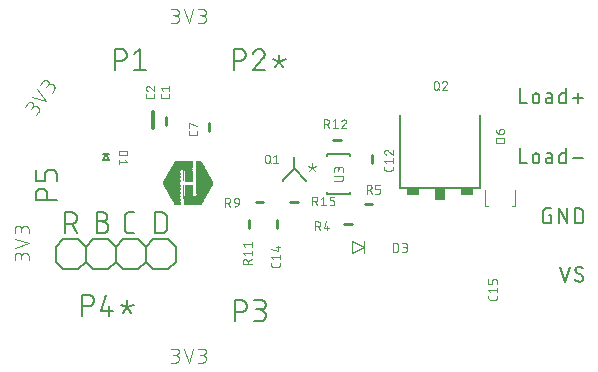
<source format=gbr>
G04 EAGLE Gerber RS-274X export*
G75*
%MOMM*%
%FSLAX34Y34*%
%LPD*%
%INSilkscreen Top*%
%IPPOS*%
%AMOC8*
5,1,8,0,0,1.08239X$1,22.5*%
G01*
%ADD10C,0.152400*%
%ADD11C,0.101600*%
%ADD12C,0.254000*%
%ADD13C,0.076200*%
%ADD14R,1.140000X0.600000*%
%ADD15R,0.880000X1.000000*%
%ADD16C,0.050800*%
%ADD17R,0.259075X0.015238*%
%ADD18R,1.310638X0.015238*%
%ADD19R,0.015238X0.015238*%
%ADD20R,0.304800X0.015238*%
%ADD21R,1.356356X0.015238*%
%ADD22R,0.335275X0.015238*%
%ADD23R,1.402075X0.015238*%
%ADD24R,0.365756X0.015238*%
%ADD25R,1.417319X0.015238*%
%ADD26R,0.381000X0.015238*%
%ADD27R,1.447800X0.015238*%
%ADD28R,0.396238X0.015238*%
%ADD29R,1.463037X0.015238*%
%ADD30R,0.411475X0.015238*%
%ADD31R,1.478275X0.015238*%
%ADD32R,0.426719X0.015238*%
%ADD33R,1.493519X0.015238*%
%ADD34R,0.441956X0.015238*%
%ADD35R,1.508756X0.015238*%
%ADD36R,0.457200X0.015238*%
%ADD37R,1.524000X0.015238*%
%ADD38R,0.472438X0.015238*%
%ADD39R,1.539238X0.015238*%
%ADD40R,0.487675X0.015238*%
%ADD41R,1.554475X0.015238*%
%ADD42R,0.502919X0.015238*%
%ADD43R,1.569719X0.015238*%
%ADD44R,0.518156X0.015238*%
%ADD45R,1.584956X0.015238*%
%ADD46R,0.533400X0.015238*%
%ADD47R,1.600200X0.015238*%
%ADD48R,0.548638X0.015238*%
%ADD49R,1.615438X0.015238*%
%ADD50R,0.563875X0.015238*%
%ADD51R,1.630675X0.015238*%
%ADD52R,0.579119X0.015238*%
%ADD53R,1.645919X0.015238*%
%ADD54R,0.594356X0.015238*%
%ADD55R,1.661156X0.015238*%
%ADD56R,0.609600X0.015238*%
%ADD57R,1.676400X0.015238*%
%ADD58R,0.624838X0.015238*%
%ADD59R,1.691638X0.015238*%
%ADD60R,0.640075X0.015238*%
%ADD61R,1.706875X0.015238*%
%ADD62R,0.655319X0.015238*%
%ADD63R,1.722119X0.015238*%
%ADD64R,0.670556X0.015238*%
%ADD65R,1.737356X0.015238*%
%ADD66R,0.685800X0.015238*%
%ADD67R,1.752600X0.015238*%
%ADD68R,0.701037X0.015238*%
%ADD69R,0.716275X0.015238*%
%ADD70R,0.731519X0.015238*%
%ADD71R,1.767838X0.015238*%
%ADD72R,1.783075X0.015238*%
%ADD73R,0.746756X0.015238*%
%ADD74R,1.798319X0.015238*%
%ADD75R,0.030481X0.015238*%
%ADD76R,0.762000X0.015238*%
%ADD77R,0.807719X0.015238*%
%ADD78R,0.868681X0.015238*%
%ADD79R,0.777238X0.015238*%
%ADD80R,0.853438X0.015238*%
%ADD81R,0.838200X0.015238*%
%ADD82R,0.792475X0.015238*%
%ADD83R,0.822963X0.015238*%
%ADD84R,0.822956X0.015238*%
%ADD85R,0.868675X0.015238*%
%ADD86R,0.883919X0.015238*%
%ADD87R,0.899156X0.015238*%
%ADD88R,0.914400X0.015238*%
%ADD89R,0.929638X0.015238*%
%ADD90R,0.944875X0.015238*%
%ADD91R,0.960119X0.015238*%
%ADD92R,0.975356X0.015238*%
%ADD93R,0.990600X0.015238*%
%ADD94R,1.005837X0.015238*%
%ADD95R,1.021075X0.015238*%
%ADD96R,1.036319X0.015238*%
%ADD97R,1.051556X0.015238*%
%ADD98R,1.066800X0.015238*%
%ADD99R,1.082037X0.015238*%
%ADD100R,1.097275X0.015238*%
%ADD101R,1.112519X0.015238*%
%ADD102R,1.127756X0.015238*%
%ADD103R,1.143000X0.015238*%
%ADD104R,1.158238X0.015238*%
%ADD105R,1.173475X0.015238*%
%ADD106R,1.188719X0.015238*%
%ADD107R,1.203956X0.015238*%
%ADD108R,1.219200X0.015238*%
%ADD109R,1.234438X0.015238*%
%ADD110R,1.249675X0.015238*%
%ADD111R,1.264919X0.015238*%
%ADD112R,1.280156X0.015238*%
%ADD113R,1.295400X0.015238*%
%ADD114R,1.325875X0.015238*%
%ADD115R,0.670563X0.015238*%
%ADD116R,1.341119X0.015238*%
%ADD117R,1.371600X0.015238*%
%ADD118R,1.386838X0.015238*%
%ADD119R,0.045719X0.015238*%
%ADD120R,0.060956X0.015238*%
%ADD121R,1.432556X0.015238*%
%ADD122R,0.106681X0.015238*%
%ADD123R,0.121919X0.015238*%
%ADD124R,0.152400X0.015238*%
%ADD125R,0.182875X0.015238*%
%ADD126R,0.030475X0.015238*%
%ADD127R,0.213363X0.015238*%
%ADD128R,0.076200X0.015238*%
%ADD129R,0.320038X0.015238*%
%ADD130R,0.243838X0.015238*%
%ADD131R,0.106675X0.015238*%
%ADD132R,0.274319X0.015238*%
%ADD133R,0.259081X0.015238*%
%ADD134R,0.198119X0.015238*%
%ADD135R,0.228600X0.015238*%
%ADD136C,0.127000*%
%ADD137C,0.100000*%
%ADD138C,0.304800*%


D10*
X-228610Y56423D02*
X-223671Y56423D01*
X-223531Y56421D01*
X-223392Y56415D01*
X-223252Y56405D01*
X-223113Y56391D01*
X-222974Y56374D01*
X-222836Y56352D01*
X-222699Y56326D01*
X-222562Y56297D01*
X-222426Y56264D01*
X-222292Y56227D01*
X-222158Y56186D01*
X-222026Y56141D01*
X-221894Y56092D01*
X-221765Y56040D01*
X-221637Y55985D01*
X-221510Y55925D01*
X-221385Y55862D01*
X-221262Y55796D01*
X-221141Y55726D01*
X-221022Y55653D01*
X-220905Y55576D01*
X-220791Y55496D01*
X-220678Y55413D01*
X-220568Y55327D01*
X-220461Y55237D01*
X-220356Y55145D01*
X-220254Y55050D01*
X-220154Y54952D01*
X-220057Y54851D01*
X-219963Y54747D01*
X-219873Y54641D01*
X-219785Y54532D01*
X-219700Y54421D01*
X-219619Y54307D01*
X-219540Y54192D01*
X-219465Y54074D01*
X-219394Y53954D01*
X-219326Y53831D01*
X-219261Y53708D01*
X-219200Y53582D01*
X-219142Y53454D01*
X-219088Y53326D01*
X-219038Y53195D01*
X-218991Y53063D01*
X-218948Y52930D01*
X-218909Y52796D01*
X-218874Y52661D01*
X-218843Y52525D01*
X-218815Y52387D01*
X-218792Y52250D01*
X-218772Y52111D01*
X-218756Y51972D01*
X-218744Y51833D01*
X-218736Y51694D01*
X-218732Y51554D01*
X-218732Y51414D01*
X-218736Y51274D01*
X-218744Y51135D01*
X-218756Y50996D01*
X-218772Y50857D01*
X-218792Y50718D01*
X-218815Y50581D01*
X-218843Y50443D01*
X-218874Y50307D01*
X-218909Y50172D01*
X-218948Y50038D01*
X-218991Y49905D01*
X-219038Y49773D01*
X-219088Y49642D01*
X-219142Y49514D01*
X-219200Y49386D01*
X-219261Y49260D01*
X-219326Y49137D01*
X-219394Y49015D01*
X-219465Y48894D01*
X-219540Y48776D01*
X-219619Y48661D01*
X-219700Y48547D01*
X-219785Y48436D01*
X-219873Y48327D01*
X-219963Y48221D01*
X-220057Y48117D01*
X-220154Y48016D01*
X-220254Y47918D01*
X-220356Y47823D01*
X-220461Y47731D01*
X-220568Y47641D01*
X-220678Y47555D01*
X-220791Y47472D01*
X-220905Y47392D01*
X-221022Y47315D01*
X-221141Y47242D01*
X-221262Y47172D01*
X-221385Y47106D01*
X-221510Y47043D01*
X-221637Y46983D01*
X-221765Y46928D01*
X-221894Y46876D01*
X-222026Y46827D01*
X-222158Y46782D01*
X-222292Y46741D01*
X-222426Y46704D01*
X-222562Y46671D01*
X-222699Y46642D01*
X-222836Y46616D01*
X-222974Y46594D01*
X-223113Y46577D01*
X-223252Y46563D01*
X-223392Y46553D01*
X-223531Y46547D01*
X-223671Y46545D01*
X-223671Y46546D02*
X-228610Y46546D01*
X-228610Y64326D01*
X-223671Y64326D01*
X-223671Y64325D02*
X-223547Y64323D01*
X-223423Y64317D01*
X-223299Y64307D01*
X-223176Y64294D01*
X-223053Y64276D01*
X-222931Y64255D01*
X-222809Y64230D01*
X-222688Y64201D01*
X-222569Y64168D01*
X-222450Y64132D01*
X-222333Y64091D01*
X-222217Y64048D01*
X-222102Y64000D01*
X-221989Y63949D01*
X-221877Y63894D01*
X-221768Y63836D01*
X-221660Y63775D01*
X-221554Y63710D01*
X-221450Y63642D01*
X-221349Y63570D01*
X-221249Y63496D01*
X-221153Y63418D01*
X-221058Y63338D01*
X-220966Y63254D01*
X-220877Y63168D01*
X-220791Y63079D01*
X-220707Y62987D01*
X-220627Y62892D01*
X-220549Y62796D01*
X-220475Y62696D01*
X-220403Y62595D01*
X-220335Y62491D01*
X-220270Y62385D01*
X-220209Y62277D01*
X-220151Y62168D01*
X-220096Y62056D01*
X-220045Y61943D01*
X-219997Y61828D01*
X-219954Y61712D01*
X-219913Y61595D01*
X-219877Y61476D01*
X-219844Y61357D01*
X-219815Y61236D01*
X-219790Y61114D01*
X-219769Y60992D01*
X-219751Y60869D01*
X-219738Y60746D01*
X-219728Y60622D01*
X-219722Y60498D01*
X-219720Y60374D01*
X-219722Y60250D01*
X-219728Y60126D01*
X-219738Y60002D01*
X-219751Y59879D01*
X-219769Y59756D01*
X-219790Y59634D01*
X-219815Y59512D01*
X-219844Y59391D01*
X-219877Y59272D01*
X-219913Y59153D01*
X-219954Y59036D01*
X-219997Y58920D01*
X-220045Y58805D01*
X-220096Y58692D01*
X-220151Y58580D01*
X-220209Y58471D01*
X-220270Y58363D01*
X-220335Y58257D01*
X-220403Y58153D01*
X-220475Y58052D01*
X-220549Y57952D01*
X-220627Y57856D01*
X-220707Y57761D01*
X-220791Y57669D01*
X-220877Y57580D01*
X-220966Y57494D01*
X-221058Y57410D01*
X-221153Y57330D01*
X-221249Y57252D01*
X-221349Y57178D01*
X-221450Y57106D01*
X-221554Y57038D01*
X-221660Y56973D01*
X-221768Y56912D01*
X-221877Y56854D01*
X-221989Y56799D01*
X-222102Y56748D01*
X-222217Y56700D01*
X-222333Y56657D01*
X-222450Y56616D01*
X-222569Y56580D01*
X-222688Y56547D01*
X-222809Y56518D01*
X-222931Y56493D01*
X-223053Y56472D01*
X-223176Y56454D01*
X-223299Y56441D01*
X-223423Y56431D01*
X-223547Y56425D01*
X-223671Y56423D01*
X-178915Y64326D02*
X-178915Y46546D01*
X-178915Y64326D02*
X-173976Y64326D01*
X-173837Y64324D01*
X-173699Y64318D01*
X-173561Y64309D01*
X-173423Y64295D01*
X-173286Y64278D01*
X-173149Y64256D01*
X-173012Y64231D01*
X-172877Y64202D01*
X-172742Y64169D01*
X-172609Y64133D01*
X-172476Y64093D01*
X-172345Y64049D01*
X-172215Y64001D01*
X-172086Y63950D01*
X-171959Y63895D01*
X-171833Y63837D01*
X-171709Y63775D01*
X-171587Y63710D01*
X-171467Y63641D01*
X-171348Y63569D01*
X-171232Y63494D01*
X-171118Y63415D01*
X-171006Y63333D01*
X-170897Y63248D01*
X-170789Y63161D01*
X-170685Y63070D01*
X-170583Y62976D01*
X-170484Y62879D01*
X-170387Y62780D01*
X-170293Y62678D01*
X-170202Y62574D01*
X-170115Y62466D01*
X-170030Y62357D01*
X-169948Y62245D01*
X-169869Y62131D01*
X-169794Y62015D01*
X-169722Y61896D01*
X-169653Y61776D01*
X-169588Y61654D01*
X-169526Y61530D01*
X-169468Y61404D01*
X-169413Y61277D01*
X-169362Y61148D01*
X-169314Y61018D01*
X-169270Y60887D01*
X-169230Y60754D01*
X-169194Y60621D01*
X-169161Y60486D01*
X-169132Y60351D01*
X-169107Y60214D01*
X-169085Y60077D01*
X-169068Y59940D01*
X-169054Y59802D01*
X-169045Y59664D01*
X-169039Y59526D01*
X-169037Y59387D01*
X-169037Y51484D01*
X-169039Y51345D01*
X-169045Y51207D01*
X-169054Y51069D01*
X-169068Y50931D01*
X-169085Y50794D01*
X-169107Y50657D01*
X-169132Y50520D01*
X-169161Y50385D01*
X-169194Y50250D01*
X-169230Y50117D01*
X-169270Y49984D01*
X-169314Y49853D01*
X-169362Y49723D01*
X-169413Y49594D01*
X-169468Y49467D01*
X-169526Y49341D01*
X-169588Y49217D01*
X-169653Y49095D01*
X-169722Y48975D01*
X-169794Y48856D01*
X-169869Y48740D01*
X-169948Y48626D01*
X-170030Y48514D01*
X-170115Y48405D01*
X-170202Y48297D01*
X-170293Y48193D01*
X-170387Y48091D01*
X-170484Y47992D01*
X-170583Y47895D01*
X-170685Y47801D01*
X-170789Y47710D01*
X-170897Y47623D01*
X-171006Y47538D01*
X-171118Y47456D01*
X-171232Y47377D01*
X-171348Y47302D01*
X-171467Y47230D01*
X-171587Y47161D01*
X-171709Y47096D01*
X-171833Y47034D01*
X-171959Y46976D01*
X-172086Y46921D01*
X-172215Y46870D01*
X-172345Y46822D01*
X-172476Y46778D01*
X-172609Y46738D01*
X-172742Y46702D01*
X-172877Y46669D01*
X-173012Y46640D01*
X-173149Y46615D01*
X-173286Y46593D01*
X-173423Y46576D01*
X-173561Y46562D01*
X-173699Y46553D01*
X-173837Y46547D01*
X-173976Y46545D01*
X-173976Y46546D02*
X-178915Y46546D01*
X-197059Y46546D02*
X-201011Y46546D01*
X-201135Y46548D01*
X-201259Y46554D01*
X-201383Y46564D01*
X-201506Y46577D01*
X-201629Y46595D01*
X-201751Y46616D01*
X-201873Y46641D01*
X-201994Y46670D01*
X-202113Y46703D01*
X-202232Y46739D01*
X-202349Y46780D01*
X-202465Y46823D01*
X-202580Y46871D01*
X-202693Y46922D01*
X-202805Y46977D01*
X-202914Y47035D01*
X-203022Y47096D01*
X-203128Y47161D01*
X-203232Y47229D01*
X-203333Y47301D01*
X-203433Y47375D01*
X-203529Y47453D01*
X-203624Y47533D01*
X-203716Y47617D01*
X-203805Y47703D01*
X-203891Y47792D01*
X-203975Y47884D01*
X-204055Y47979D01*
X-204133Y48075D01*
X-204207Y48175D01*
X-204279Y48276D01*
X-204347Y48380D01*
X-204412Y48486D01*
X-204473Y48594D01*
X-204531Y48703D01*
X-204586Y48815D01*
X-204637Y48928D01*
X-204685Y49043D01*
X-204728Y49159D01*
X-204769Y49276D01*
X-204805Y49395D01*
X-204838Y49514D01*
X-204867Y49635D01*
X-204892Y49757D01*
X-204913Y49879D01*
X-204931Y50002D01*
X-204944Y50125D01*
X-204954Y50249D01*
X-204960Y50373D01*
X-204962Y50497D01*
X-204962Y60374D01*
X-204960Y60498D01*
X-204954Y60622D01*
X-204944Y60746D01*
X-204931Y60869D01*
X-204913Y60992D01*
X-204892Y61114D01*
X-204867Y61236D01*
X-204838Y61357D01*
X-204805Y61476D01*
X-204769Y61595D01*
X-204728Y61712D01*
X-204685Y61828D01*
X-204637Y61943D01*
X-204586Y62056D01*
X-204531Y62168D01*
X-204473Y62277D01*
X-204412Y62385D01*
X-204347Y62491D01*
X-204279Y62595D01*
X-204207Y62696D01*
X-204133Y62796D01*
X-204055Y62892D01*
X-203975Y62987D01*
X-203891Y63079D01*
X-203805Y63168D01*
X-203716Y63254D01*
X-203624Y63338D01*
X-203529Y63418D01*
X-203433Y63496D01*
X-203333Y63570D01*
X-203232Y63642D01*
X-203128Y63710D01*
X-203022Y63775D01*
X-202914Y63836D01*
X-202805Y63894D01*
X-202693Y63949D01*
X-202580Y64000D01*
X-202466Y64048D01*
X-202349Y64091D01*
X-202232Y64132D01*
X-202113Y64168D01*
X-201994Y64201D01*
X-201873Y64230D01*
X-201751Y64255D01*
X-201629Y64276D01*
X-201506Y64294D01*
X-201383Y64307D01*
X-201259Y64317D01*
X-201135Y64323D01*
X-201011Y64325D01*
X-201011Y64326D02*
X-197059Y64326D01*
D11*
X-165488Y-62992D02*
X-162243Y-62992D01*
X-162130Y-62990D01*
X-162017Y-62984D01*
X-161904Y-62974D01*
X-161791Y-62960D01*
X-161679Y-62943D01*
X-161568Y-62921D01*
X-161458Y-62896D01*
X-161348Y-62866D01*
X-161240Y-62833D01*
X-161133Y-62796D01*
X-161027Y-62756D01*
X-160923Y-62711D01*
X-160820Y-62663D01*
X-160719Y-62612D01*
X-160620Y-62557D01*
X-160523Y-62499D01*
X-160428Y-62437D01*
X-160335Y-62372D01*
X-160245Y-62304D01*
X-160157Y-62233D01*
X-160071Y-62158D01*
X-159988Y-62081D01*
X-159908Y-62001D01*
X-159831Y-61918D01*
X-159756Y-61832D01*
X-159685Y-61744D01*
X-159617Y-61654D01*
X-159552Y-61561D01*
X-159490Y-61466D01*
X-159432Y-61369D01*
X-159377Y-61270D01*
X-159326Y-61169D01*
X-159278Y-61066D01*
X-159233Y-60962D01*
X-159193Y-60856D01*
X-159156Y-60749D01*
X-159123Y-60641D01*
X-159093Y-60531D01*
X-159068Y-60421D01*
X-159046Y-60310D01*
X-159029Y-60198D01*
X-159015Y-60085D01*
X-159005Y-59972D01*
X-158999Y-59859D01*
X-158997Y-59746D01*
X-158999Y-59633D01*
X-159005Y-59520D01*
X-159015Y-59407D01*
X-159029Y-59294D01*
X-159046Y-59182D01*
X-159068Y-59071D01*
X-159093Y-58961D01*
X-159123Y-58851D01*
X-159156Y-58743D01*
X-159193Y-58636D01*
X-159233Y-58530D01*
X-159278Y-58426D01*
X-159326Y-58323D01*
X-159377Y-58222D01*
X-159432Y-58123D01*
X-159490Y-58026D01*
X-159552Y-57931D01*
X-159617Y-57838D01*
X-159685Y-57748D01*
X-159756Y-57660D01*
X-159831Y-57574D01*
X-159908Y-57491D01*
X-159988Y-57411D01*
X-160071Y-57334D01*
X-160157Y-57259D01*
X-160245Y-57188D01*
X-160335Y-57120D01*
X-160428Y-57055D01*
X-160523Y-56993D01*
X-160620Y-56935D01*
X-160719Y-56880D01*
X-160820Y-56829D01*
X-160923Y-56781D01*
X-161027Y-56736D01*
X-161133Y-56696D01*
X-161240Y-56659D01*
X-161348Y-56626D01*
X-161458Y-56596D01*
X-161568Y-56571D01*
X-161679Y-56549D01*
X-161791Y-56532D01*
X-161904Y-56518D01*
X-162017Y-56508D01*
X-162130Y-56502D01*
X-162243Y-56500D01*
X-161593Y-51308D02*
X-165488Y-51308D01*
X-161593Y-51308D02*
X-161492Y-51310D01*
X-161392Y-51316D01*
X-161292Y-51326D01*
X-161192Y-51339D01*
X-161093Y-51357D01*
X-160994Y-51378D01*
X-160897Y-51403D01*
X-160800Y-51432D01*
X-160705Y-51465D01*
X-160611Y-51501D01*
X-160519Y-51541D01*
X-160428Y-51584D01*
X-160339Y-51631D01*
X-160252Y-51681D01*
X-160166Y-51735D01*
X-160083Y-51792D01*
X-160003Y-51852D01*
X-159924Y-51915D01*
X-159848Y-51982D01*
X-159775Y-52051D01*
X-159705Y-52123D01*
X-159637Y-52197D01*
X-159572Y-52274D01*
X-159511Y-52354D01*
X-159452Y-52436D01*
X-159397Y-52520D01*
X-159345Y-52606D01*
X-159296Y-52694D01*
X-159251Y-52784D01*
X-159209Y-52876D01*
X-159171Y-52969D01*
X-159137Y-53064D01*
X-159106Y-53159D01*
X-159079Y-53256D01*
X-159056Y-53354D01*
X-159036Y-53453D01*
X-159021Y-53553D01*
X-159009Y-53653D01*
X-159001Y-53753D01*
X-158997Y-53854D01*
X-158997Y-53954D01*
X-159001Y-54055D01*
X-159009Y-54155D01*
X-159021Y-54255D01*
X-159036Y-54355D01*
X-159056Y-54454D01*
X-159079Y-54552D01*
X-159106Y-54649D01*
X-159137Y-54744D01*
X-159171Y-54839D01*
X-159209Y-54932D01*
X-159251Y-55024D01*
X-159296Y-55114D01*
X-159345Y-55202D01*
X-159397Y-55288D01*
X-159452Y-55372D01*
X-159511Y-55454D01*
X-159572Y-55534D01*
X-159637Y-55611D01*
X-159705Y-55685D01*
X-159775Y-55757D01*
X-159848Y-55826D01*
X-159924Y-55893D01*
X-160003Y-55956D01*
X-160083Y-56016D01*
X-160166Y-56073D01*
X-160252Y-56127D01*
X-160339Y-56177D01*
X-160428Y-56224D01*
X-160519Y-56267D01*
X-160611Y-56307D01*
X-160705Y-56343D01*
X-160800Y-56376D01*
X-160897Y-56405D01*
X-160994Y-56430D01*
X-161093Y-56451D01*
X-161192Y-56469D01*
X-161292Y-56482D01*
X-161392Y-56492D01*
X-161492Y-56498D01*
X-161593Y-56500D01*
X-161593Y-56501D02*
X-164190Y-56501D01*
X-154707Y-51308D02*
X-150813Y-62992D01*
X-146918Y-51308D01*
X-142628Y-62992D02*
X-139383Y-62992D01*
X-139270Y-62990D01*
X-139157Y-62984D01*
X-139044Y-62974D01*
X-138931Y-62960D01*
X-138819Y-62943D01*
X-138708Y-62921D01*
X-138598Y-62896D01*
X-138488Y-62866D01*
X-138380Y-62833D01*
X-138273Y-62796D01*
X-138167Y-62756D01*
X-138063Y-62711D01*
X-137960Y-62663D01*
X-137859Y-62612D01*
X-137760Y-62557D01*
X-137663Y-62499D01*
X-137568Y-62437D01*
X-137475Y-62372D01*
X-137385Y-62304D01*
X-137297Y-62233D01*
X-137211Y-62158D01*
X-137128Y-62081D01*
X-137048Y-62001D01*
X-136971Y-61918D01*
X-136896Y-61832D01*
X-136825Y-61744D01*
X-136757Y-61654D01*
X-136692Y-61561D01*
X-136630Y-61466D01*
X-136572Y-61369D01*
X-136517Y-61270D01*
X-136466Y-61169D01*
X-136418Y-61066D01*
X-136373Y-60962D01*
X-136333Y-60856D01*
X-136296Y-60749D01*
X-136263Y-60641D01*
X-136233Y-60531D01*
X-136208Y-60421D01*
X-136186Y-60310D01*
X-136169Y-60198D01*
X-136155Y-60085D01*
X-136145Y-59972D01*
X-136139Y-59859D01*
X-136137Y-59746D01*
X-136139Y-59633D01*
X-136145Y-59520D01*
X-136155Y-59407D01*
X-136169Y-59294D01*
X-136186Y-59182D01*
X-136208Y-59071D01*
X-136233Y-58961D01*
X-136263Y-58851D01*
X-136296Y-58743D01*
X-136333Y-58636D01*
X-136373Y-58530D01*
X-136418Y-58426D01*
X-136466Y-58323D01*
X-136517Y-58222D01*
X-136572Y-58123D01*
X-136630Y-58026D01*
X-136692Y-57931D01*
X-136757Y-57838D01*
X-136825Y-57748D01*
X-136896Y-57660D01*
X-136971Y-57574D01*
X-137048Y-57491D01*
X-137128Y-57411D01*
X-137211Y-57334D01*
X-137297Y-57259D01*
X-137385Y-57188D01*
X-137475Y-57120D01*
X-137568Y-57055D01*
X-137663Y-56993D01*
X-137760Y-56935D01*
X-137859Y-56880D01*
X-137960Y-56829D01*
X-138063Y-56781D01*
X-138167Y-56736D01*
X-138273Y-56696D01*
X-138380Y-56659D01*
X-138488Y-56626D01*
X-138598Y-56596D01*
X-138708Y-56571D01*
X-138819Y-56549D01*
X-138931Y-56532D01*
X-139044Y-56518D01*
X-139157Y-56508D01*
X-139270Y-56502D01*
X-139383Y-56500D01*
X-138733Y-51308D02*
X-142628Y-51308D01*
X-138733Y-51308D02*
X-138632Y-51310D01*
X-138532Y-51316D01*
X-138432Y-51326D01*
X-138332Y-51339D01*
X-138233Y-51357D01*
X-138134Y-51378D01*
X-138037Y-51403D01*
X-137940Y-51432D01*
X-137845Y-51465D01*
X-137751Y-51501D01*
X-137659Y-51541D01*
X-137568Y-51584D01*
X-137479Y-51631D01*
X-137392Y-51681D01*
X-137306Y-51735D01*
X-137223Y-51792D01*
X-137143Y-51852D01*
X-137064Y-51915D01*
X-136988Y-51982D01*
X-136915Y-52051D01*
X-136845Y-52123D01*
X-136777Y-52197D01*
X-136712Y-52274D01*
X-136651Y-52354D01*
X-136592Y-52436D01*
X-136537Y-52520D01*
X-136485Y-52606D01*
X-136436Y-52694D01*
X-136391Y-52784D01*
X-136349Y-52876D01*
X-136311Y-52969D01*
X-136277Y-53064D01*
X-136246Y-53159D01*
X-136219Y-53256D01*
X-136196Y-53354D01*
X-136176Y-53453D01*
X-136161Y-53553D01*
X-136149Y-53653D01*
X-136141Y-53753D01*
X-136137Y-53854D01*
X-136137Y-53954D01*
X-136141Y-54055D01*
X-136149Y-54155D01*
X-136161Y-54255D01*
X-136176Y-54355D01*
X-136196Y-54454D01*
X-136219Y-54552D01*
X-136246Y-54649D01*
X-136277Y-54744D01*
X-136311Y-54839D01*
X-136349Y-54932D01*
X-136391Y-55024D01*
X-136436Y-55114D01*
X-136485Y-55202D01*
X-136537Y-55288D01*
X-136592Y-55372D01*
X-136651Y-55454D01*
X-136712Y-55534D01*
X-136777Y-55611D01*
X-136845Y-55685D01*
X-136915Y-55757D01*
X-136988Y-55826D01*
X-137064Y-55893D01*
X-137143Y-55956D01*
X-137223Y-56016D01*
X-137306Y-56073D01*
X-137392Y-56127D01*
X-137479Y-56177D01*
X-137568Y-56224D01*
X-137659Y-56267D01*
X-137751Y-56307D01*
X-137845Y-56343D01*
X-137940Y-56376D01*
X-138037Y-56405D01*
X-138134Y-56430D01*
X-138233Y-56451D01*
X-138332Y-56469D01*
X-138432Y-56482D01*
X-138532Y-56492D01*
X-138632Y-56498D01*
X-138733Y-56500D01*
X-138733Y-56501D02*
X-141330Y-56501D01*
X-286258Y23424D02*
X-286258Y26670D01*
X-286260Y26783D01*
X-286266Y26896D01*
X-286276Y27009D01*
X-286290Y27122D01*
X-286307Y27234D01*
X-286329Y27345D01*
X-286354Y27455D01*
X-286384Y27565D01*
X-286417Y27673D01*
X-286454Y27780D01*
X-286494Y27886D01*
X-286539Y27990D01*
X-286587Y28093D01*
X-286638Y28194D01*
X-286693Y28293D01*
X-286751Y28390D01*
X-286813Y28485D01*
X-286878Y28578D01*
X-286946Y28668D01*
X-287017Y28756D01*
X-287092Y28842D01*
X-287169Y28925D01*
X-287249Y29005D01*
X-287332Y29082D01*
X-287418Y29157D01*
X-287506Y29228D01*
X-287596Y29296D01*
X-287689Y29361D01*
X-287784Y29423D01*
X-287881Y29481D01*
X-287980Y29536D01*
X-288081Y29587D01*
X-288184Y29635D01*
X-288288Y29680D01*
X-288394Y29720D01*
X-288501Y29757D01*
X-288609Y29790D01*
X-288719Y29820D01*
X-288829Y29845D01*
X-288940Y29867D01*
X-289052Y29884D01*
X-289165Y29898D01*
X-289278Y29908D01*
X-289391Y29914D01*
X-289504Y29916D01*
X-289617Y29914D01*
X-289730Y29908D01*
X-289843Y29898D01*
X-289956Y29884D01*
X-290068Y29867D01*
X-290179Y29845D01*
X-290289Y29820D01*
X-290399Y29790D01*
X-290507Y29757D01*
X-290614Y29720D01*
X-290720Y29680D01*
X-290824Y29635D01*
X-290927Y29587D01*
X-291028Y29536D01*
X-291127Y29481D01*
X-291224Y29423D01*
X-291319Y29361D01*
X-291412Y29296D01*
X-291502Y29228D01*
X-291590Y29157D01*
X-291676Y29082D01*
X-291759Y29005D01*
X-291839Y28925D01*
X-291916Y28842D01*
X-291991Y28756D01*
X-292062Y28668D01*
X-292130Y28578D01*
X-292195Y28485D01*
X-292257Y28390D01*
X-292315Y28293D01*
X-292370Y28194D01*
X-292421Y28093D01*
X-292469Y27990D01*
X-292514Y27886D01*
X-292554Y27780D01*
X-292591Y27673D01*
X-292624Y27565D01*
X-292654Y27455D01*
X-292679Y27345D01*
X-292701Y27234D01*
X-292718Y27122D01*
X-292732Y27009D01*
X-292742Y26896D01*
X-292748Y26783D01*
X-292750Y26670D01*
X-297942Y27319D02*
X-297942Y23424D01*
X-297942Y27319D02*
X-297940Y27420D01*
X-297934Y27520D01*
X-297924Y27620D01*
X-297911Y27720D01*
X-297893Y27819D01*
X-297872Y27918D01*
X-297847Y28015D01*
X-297818Y28112D01*
X-297785Y28207D01*
X-297749Y28301D01*
X-297709Y28393D01*
X-297666Y28484D01*
X-297619Y28573D01*
X-297569Y28660D01*
X-297515Y28746D01*
X-297458Y28829D01*
X-297398Y28909D01*
X-297335Y28988D01*
X-297268Y29064D01*
X-297199Y29137D01*
X-297127Y29207D01*
X-297053Y29275D01*
X-296976Y29340D01*
X-296896Y29401D01*
X-296814Y29460D01*
X-296730Y29515D01*
X-296644Y29567D01*
X-296556Y29616D01*
X-296466Y29661D01*
X-296374Y29703D01*
X-296281Y29741D01*
X-296186Y29775D01*
X-296091Y29806D01*
X-295994Y29833D01*
X-295896Y29856D01*
X-295797Y29876D01*
X-295697Y29891D01*
X-295597Y29903D01*
X-295497Y29911D01*
X-295396Y29915D01*
X-295296Y29915D01*
X-295195Y29911D01*
X-295095Y29903D01*
X-294995Y29891D01*
X-294895Y29876D01*
X-294796Y29856D01*
X-294698Y29833D01*
X-294601Y29806D01*
X-294506Y29775D01*
X-294411Y29741D01*
X-294318Y29703D01*
X-294226Y29661D01*
X-294136Y29616D01*
X-294048Y29567D01*
X-293962Y29515D01*
X-293878Y29460D01*
X-293796Y29401D01*
X-293716Y29340D01*
X-293639Y29275D01*
X-293565Y29207D01*
X-293493Y29137D01*
X-293424Y29064D01*
X-293357Y28988D01*
X-293294Y28909D01*
X-293234Y28829D01*
X-293177Y28746D01*
X-293123Y28660D01*
X-293073Y28573D01*
X-293026Y28484D01*
X-292983Y28393D01*
X-292943Y28301D01*
X-292907Y28207D01*
X-292874Y28112D01*
X-292845Y28015D01*
X-292820Y27918D01*
X-292799Y27819D01*
X-292781Y27720D01*
X-292768Y27620D01*
X-292758Y27520D01*
X-292752Y27420D01*
X-292750Y27319D01*
X-292749Y27319D02*
X-292749Y24723D01*
X-297942Y34205D02*
X-286258Y38100D01*
X-297942Y41995D01*
X-286258Y46284D02*
X-286258Y49530D01*
X-286260Y49643D01*
X-286266Y49756D01*
X-286276Y49869D01*
X-286290Y49982D01*
X-286307Y50094D01*
X-286329Y50205D01*
X-286354Y50315D01*
X-286384Y50425D01*
X-286417Y50533D01*
X-286454Y50640D01*
X-286494Y50746D01*
X-286539Y50850D01*
X-286587Y50953D01*
X-286638Y51054D01*
X-286693Y51153D01*
X-286751Y51250D01*
X-286813Y51345D01*
X-286878Y51438D01*
X-286946Y51528D01*
X-287017Y51616D01*
X-287092Y51702D01*
X-287169Y51785D01*
X-287249Y51865D01*
X-287332Y51942D01*
X-287418Y52017D01*
X-287506Y52088D01*
X-287596Y52156D01*
X-287689Y52221D01*
X-287784Y52283D01*
X-287881Y52341D01*
X-287980Y52396D01*
X-288081Y52447D01*
X-288184Y52495D01*
X-288288Y52540D01*
X-288394Y52580D01*
X-288501Y52617D01*
X-288609Y52650D01*
X-288719Y52680D01*
X-288829Y52705D01*
X-288940Y52727D01*
X-289052Y52744D01*
X-289165Y52758D01*
X-289278Y52768D01*
X-289391Y52774D01*
X-289504Y52776D01*
X-289617Y52774D01*
X-289730Y52768D01*
X-289843Y52758D01*
X-289956Y52744D01*
X-290068Y52727D01*
X-290179Y52705D01*
X-290289Y52680D01*
X-290399Y52650D01*
X-290507Y52617D01*
X-290614Y52580D01*
X-290720Y52540D01*
X-290824Y52495D01*
X-290927Y52447D01*
X-291028Y52396D01*
X-291127Y52341D01*
X-291224Y52283D01*
X-291319Y52221D01*
X-291412Y52156D01*
X-291502Y52088D01*
X-291590Y52017D01*
X-291676Y51942D01*
X-291759Y51865D01*
X-291839Y51785D01*
X-291916Y51702D01*
X-291991Y51616D01*
X-292062Y51528D01*
X-292130Y51438D01*
X-292195Y51345D01*
X-292257Y51250D01*
X-292315Y51153D01*
X-292370Y51054D01*
X-292421Y50953D01*
X-292469Y50850D01*
X-292514Y50746D01*
X-292554Y50640D01*
X-292591Y50533D01*
X-292624Y50425D01*
X-292654Y50315D01*
X-292679Y50205D01*
X-292701Y50094D01*
X-292718Y49982D01*
X-292732Y49869D01*
X-292742Y49756D01*
X-292748Y49643D01*
X-292750Y49530D01*
X-297942Y50179D02*
X-297942Y46284D01*
X-297942Y50179D02*
X-297940Y50280D01*
X-297934Y50380D01*
X-297924Y50480D01*
X-297911Y50580D01*
X-297893Y50679D01*
X-297872Y50778D01*
X-297847Y50875D01*
X-297818Y50972D01*
X-297785Y51067D01*
X-297749Y51161D01*
X-297709Y51253D01*
X-297666Y51344D01*
X-297619Y51433D01*
X-297569Y51520D01*
X-297515Y51606D01*
X-297458Y51689D01*
X-297398Y51769D01*
X-297335Y51848D01*
X-297268Y51924D01*
X-297199Y51997D01*
X-297127Y52067D01*
X-297053Y52135D01*
X-296976Y52200D01*
X-296896Y52261D01*
X-296814Y52320D01*
X-296730Y52375D01*
X-296644Y52427D01*
X-296556Y52476D01*
X-296466Y52521D01*
X-296374Y52563D01*
X-296281Y52601D01*
X-296186Y52635D01*
X-296091Y52666D01*
X-295994Y52693D01*
X-295896Y52716D01*
X-295797Y52736D01*
X-295697Y52751D01*
X-295597Y52763D01*
X-295497Y52771D01*
X-295396Y52775D01*
X-295296Y52775D01*
X-295195Y52771D01*
X-295095Y52763D01*
X-294995Y52751D01*
X-294895Y52736D01*
X-294796Y52716D01*
X-294698Y52693D01*
X-294601Y52666D01*
X-294506Y52635D01*
X-294411Y52601D01*
X-294318Y52563D01*
X-294226Y52521D01*
X-294136Y52476D01*
X-294048Y52427D01*
X-293962Y52375D01*
X-293878Y52320D01*
X-293796Y52261D01*
X-293716Y52200D01*
X-293639Y52135D01*
X-293565Y52067D01*
X-293493Y51997D01*
X-293424Y51924D01*
X-293357Y51848D01*
X-293294Y51769D01*
X-293234Y51689D01*
X-293177Y51606D01*
X-293123Y51520D01*
X-293073Y51433D01*
X-293026Y51344D01*
X-292983Y51253D01*
X-292943Y51161D01*
X-292907Y51067D01*
X-292874Y50972D01*
X-292845Y50875D01*
X-292820Y50778D01*
X-292799Y50679D01*
X-292781Y50580D01*
X-292768Y50480D01*
X-292758Y50380D01*
X-292752Y50280D01*
X-292750Y50179D01*
X-292749Y50179D02*
X-292749Y47583D01*
X-279857Y146553D02*
X-277995Y149211D01*
X-277932Y149305D01*
X-277872Y149401D01*
X-277815Y149499D01*
X-277762Y149599D01*
X-277712Y149701D01*
X-277666Y149805D01*
X-277624Y149910D01*
X-277585Y150016D01*
X-277550Y150124D01*
X-277519Y150233D01*
X-277491Y150343D01*
X-277468Y150454D01*
X-277448Y150565D01*
X-277432Y150677D01*
X-277420Y150790D01*
X-277412Y150903D01*
X-277408Y151016D01*
X-277408Y151130D01*
X-277412Y151243D01*
X-277420Y151356D01*
X-277432Y151469D01*
X-277448Y151581D01*
X-277468Y151692D01*
X-277491Y151803D01*
X-277519Y151913D01*
X-277550Y152022D01*
X-277585Y152130D01*
X-277624Y152236D01*
X-277666Y152341D01*
X-277712Y152445D01*
X-277762Y152547D01*
X-277815Y152647D01*
X-277872Y152745D01*
X-277932Y152841D01*
X-277995Y152935D01*
X-278062Y153026D01*
X-278131Y153116D01*
X-278204Y153203D01*
X-278280Y153287D01*
X-278359Y153368D01*
X-278440Y153447D01*
X-278524Y153523D01*
X-278611Y153596D01*
X-278701Y153665D01*
X-278792Y153732D01*
X-278886Y153795D01*
X-278982Y153855D01*
X-279080Y153912D01*
X-279180Y153965D01*
X-279282Y154015D01*
X-279386Y154061D01*
X-279491Y154103D01*
X-279597Y154142D01*
X-279705Y154177D01*
X-279814Y154208D01*
X-279924Y154236D01*
X-280035Y154259D01*
X-280146Y154279D01*
X-280258Y154295D01*
X-280371Y154307D01*
X-280484Y154315D01*
X-280597Y154319D01*
X-280711Y154319D01*
X-280824Y154315D01*
X-280937Y154307D01*
X-281050Y154295D01*
X-281162Y154279D01*
X-281273Y154259D01*
X-281384Y154236D01*
X-281494Y154208D01*
X-281603Y154177D01*
X-281711Y154142D01*
X-281817Y154103D01*
X-281922Y154061D01*
X-282026Y154015D01*
X-282128Y153965D01*
X-282228Y153912D01*
X-282326Y153855D01*
X-282422Y153795D01*
X-282516Y153732D01*
X-282607Y153665D01*
X-282697Y153596D01*
X-282784Y153523D01*
X-282868Y153447D01*
X-282949Y153368D01*
X-283028Y153287D01*
X-283104Y153203D01*
X-283177Y153116D01*
X-283246Y153027D01*
X-283313Y152935D01*
X-287194Y156445D02*
X-289428Y153254D01*
X-287194Y156444D02*
X-287134Y156525D01*
X-287072Y156604D01*
X-287006Y156681D01*
X-286938Y156755D01*
X-286867Y156826D01*
X-286793Y156894D01*
X-286716Y156960D01*
X-286637Y157022D01*
X-286556Y157082D01*
X-286472Y157138D01*
X-286387Y157191D01*
X-286299Y157240D01*
X-286210Y157286D01*
X-286118Y157329D01*
X-286025Y157368D01*
X-285931Y157403D01*
X-285836Y157435D01*
X-285739Y157463D01*
X-285641Y157487D01*
X-285543Y157507D01*
X-285443Y157524D01*
X-285343Y157536D01*
X-285243Y157545D01*
X-285143Y157550D01*
X-285042Y157551D01*
X-284941Y157548D01*
X-284841Y157541D01*
X-284741Y157530D01*
X-284641Y157516D01*
X-284542Y157497D01*
X-284444Y157475D01*
X-284347Y157449D01*
X-284250Y157419D01*
X-284156Y157386D01*
X-284062Y157349D01*
X-283970Y157308D01*
X-283879Y157263D01*
X-283791Y157216D01*
X-283704Y157164D01*
X-283620Y157110D01*
X-283537Y157052D01*
X-283457Y156991D01*
X-283379Y156927D01*
X-283304Y156860D01*
X-283231Y156791D01*
X-283162Y156718D01*
X-283095Y156643D01*
X-283031Y156565D01*
X-282970Y156485D01*
X-282912Y156402D01*
X-282858Y156318D01*
X-282806Y156231D01*
X-282759Y156143D01*
X-282714Y156052D01*
X-282673Y155960D01*
X-282636Y155866D01*
X-282603Y155772D01*
X-282573Y155675D01*
X-282547Y155578D01*
X-282525Y155480D01*
X-282506Y155381D01*
X-282492Y155281D01*
X-282481Y155181D01*
X-282474Y155081D01*
X-282471Y154980D01*
X-282472Y154879D01*
X-282477Y154779D01*
X-282486Y154679D01*
X-282498Y154579D01*
X-282515Y154479D01*
X-282535Y154381D01*
X-282559Y154283D01*
X-282587Y154186D01*
X-282619Y154091D01*
X-282654Y153997D01*
X-282693Y153904D01*
X-282736Y153812D01*
X-282782Y153723D01*
X-282831Y153635D01*
X-282884Y153550D01*
X-282940Y153466D01*
X-284430Y151339D01*
X-283244Y162085D02*
X-271439Y158574D01*
X-278777Y168466D01*
X-266745Y165278D02*
X-264883Y167937D01*
X-264820Y168031D01*
X-264760Y168127D01*
X-264703Y168225D01*
X-264650Y168325D01*
X-264600Y168427D01*
X-264554Y168531D01*
X-264512Y168636D01*
X-264473Y168742D01*
X-264438Y168850D01*
X-264407Y168959D01*
X-264379Y169069D01*
X-264356Y169180D01*
X-264336Y169291D01*
X-264320Y169403D01*
X-264308Y169516D01*
X-264300Y169629D01*
X-264296Y169742D01*
X-264296Y169856D01*
X-264300Y169969D01*
X-264308Y170082D01*
X-264320Y170195D01*
X-264336Y170307D01*
X-264356Y170418D01*
X-264379Y170529D01*
X-264407Y170639D01*
X-264438Y170748D01*
X-264473Y170856D01*
X-264512Y170962D01*
X-264554Y171067D01*
X-264600Y171171D01*
X-264650Y171273D01*
X-264703Y171373D01*
X-264760Y171471D01*
X-264820Y171567D01*
X-264883Y171661D01*
X-264950Y171752D01*
X-265019Y171842D01*
X-265092Y171929D01*
X-265168Y172013D01*
X-265247Y172094D01*
X-265328Y172173D01*
X-265412Y172249D01*
X-265499Y172322D01*
X-265589Y172391D01*
X-265680Y172458D01*
X-265774Y172521D01*
X-265870Y172581D01*
X-265968Y172638D01*
X-266068Y172691D01*
X-266170Y172741D01*
X-266274Y172787D01*
X-266379Y172829D01*
X-266485Y172868D01*
X-266593Y172903D01*
X-266702Y172934D01*
X-266812Y172962D01*
X-266923Y172985D01*
X-267034Y173005D01*
X-267146Y173021D01*
X-267259Y173033D01*
X-267372Y173041D01*
X-267485Y173045D01*
X-267599Y173045D01*
X-267712Y173041D01*
X-267825Y173033D01*
X-267938Y173021D01*
X-268050Y173005D01*
X-268161Y172985D01*
X-268272Y172962D01*
X-268382Y172934D01*
X-268491Y172903D01*
X-268599Y172868D01*
X-268705Y172829D01*
X-268810Y172787D01*
X-268914Y172741D01*
X-269016Y172691D01*
X-269116Y172638D01*
X-269214Y172581D01*
X-269310Y172521D01*
X-269404Y172458D01*
X-269495Y172391D01*
X-269585Y172322D01*
X-269672Y172249D01*
X-269756Y172173D01*
X-269837Y172094D01*
X-269916Y172013D01*
X-269992Y171929D01*
X-270065Y171842D01*
X-270134Y171753D01*
X-270201Y171661D01*
X-274082Y175170D02*
X-276316Y171980D01*
X-274082Y175170D02*
X-274022Y175251D01*
X-273960Y175330D01*
X-273894Y175407D01*
X-273826Y175481D01*
X-273755Y175552D01*
X-273681Y175620D01*
X-273604Y175686D01*
X-273525Y175748D01*
X-273444Y175808D01*
X-273360Y175864D01*
X-273275Y175917D01*
X-273187Y175966D01*
X-273098Y176012D01*
X-273006Y176055D01*
X-272913Y176094D01*
X-272819Y176129D01*
X-272724Y176161D01*
X-272627Y176189D01*
X-272529Y176213D01*
X-272431Y176233D01*
X-272331Y176250D01*
X-272231Y176262D01*
X-272131Y176271D01*
X-272031Y176276D01*
X-271930Y176277D01*
X-271829Y176274D01*
X-271729Y176267D01*
X-271629Y176256D01*
X-271529Y176242D01*
X-271430Y176223D01*
X-271332Y176201D01*
X-271235Y176175D01*
X-271138Y176145D01*
X-271044Y176112D01*
X-270950Y176075D01*
X-270858Y176034D01*
X-270767Y175989D01*
X-270679Y175942D01*
X-270592Y175890D01*
X-270508Y175836D01*
X-270425Y175778D01*
X-270345Y175717D01*
X-270267Y175653D01*
X-270192Y175586D01*
X-270119Y175517D01*
X-270050Y175444D01*
X-269983Y175369D01*
X-269919Y175291D01*
X-269858Y175211D01*
X-269800Y175128D01*
X-269746Y175044D01*
X-269694Y174957D01*
X-269647Y174869D01*
X-269602Y174778D01*
X-269561Y174686D01*
X-269524Y174592D01*
X-269491Y174498D01*
X-269461Y174401D01*
X-269435Y174304D01*
X-269413Y174206D01*
X-269394Y174107D01*
X-269380Y174007D01*
X-269369Y173907D01*
X-269362Y173807D01*
X-269359Y173706D01*
X-269360Y173605D01*
X-269365Y173505D01*
X-269374Y173405D01*
X-269386Y173305D01*
X-269403Y173205D01*
X-269423Y173107D01*
X-269447Y173009D01*
X-269475Y172912D01*
X-269507Y172817D01*
X-269542Y172723D01*
X-269581Y172630D01*
X-269624Y172538D01*
X-269670Y172449D01*
X-269719Y172361D01*
X-269772Y172276D01*
X-269828Y172192D01*
X-271318Y170065D01*
X-165488Y224346D02*
X-162243Y224346D01*
X-162243Y224345D02*
X-162130Y224347D01*
X-162017Y224353D01*
X-161904Y224363D01*
X-161791Y224377D01*
X-161679Y224394D01*
X-161568Y224416D01*
X-161458Y224441D01*
X-161348Y224471D01*
X-161240Y224504D01*
X-161133Y224541D01*
X-161027Y224581D01*
X-160923Y224626D01*
X-160820Y224674D01*
X-160719Y224725D01*
X-160620Y224780D01*
X-160523Y224838D01*
X-160428Y224900D01*
X-160335Y224965D01*
X-160245Y225033D01*
X-160157Y225104D01*
X-160071Y225179D01*
X-159988Y225256D01*
X-159908Y225336D01*
X-159831Y225419D01*
X-159756Y225505D01*
X-159685Y225593D01*
X-159617Y225683D01*
X-159552Y225776D01*
X-159490Y225871D01*
X-159432Y225968D01*
X-159377Y226067D01*
X-159326Y226168D01*
X-159278Y226271D01*
X-159233Y226375D01*
X-159193Y226481D01*
X-159156Y226588D01*
X-159123Y226696D01*
X-159093Y226806D01*
X-159068Y226916D01*
X-159046Y227027D01*
X-159029Y227139D01*
X-159015Y227252D01*
X-159005Y227365D01*
X-158999Y227478D01*
X-158997Y227591D01*
X-158999Y227704D01*
X-159005Y227817D01*
X-159015Y227930D01*
X-159029Y228043D01*
X-159046Y228155D01*
X-159068Y228266D01*
X-159093Y228376D01*
X-159123Y228486D01*
X-159156Y228594D01*
X-159193Y228701D01*
X-159233Y228807D01*
X-159278Y228911D01*
X-159326Y229014D01*
X-159377Y229115D01*
X-159432Y229214D01*
X-159490Y229311D01*
X-159552Y229406D01*
X-159617Y229499D01*
X-159685Y229589D01*
X-159756Y229677D01*
X-159831Y229763D01*
X-159908Y229846D01*
X-159988Y229926D01*
X-160071Y230003D01*
X-160157Y230078D01*
X-160245Y230149D01*
X-160335Y230217D01*
X-160428Y230282D01*
X-160523Y230344D01*
X-160620Y230402D01*
X-160719Y230457D01*
X-160820Y230508D01*
X-160923Y230556D01*
X-161027Y230601D01*
X-161133Y230641D01*
X-161240Y230678D01*
X-161348Y230711D01*
X-161458Y230741D01*
X-161568Y230766D01*
X-161679Y230788D01*
X-161791Y230805D01*
X-161904Y230819D01*
X-162017Y230829D01*
X-162130Y230835D01*
X-162243Y230837D01*
X-161593Y236030D02*
X-165488Y236030D01*
X-161593Y236029D02*
X-161492Y236027D01*
X-161392Y236021D01*
X-161292Y236011D01*
X-161192Y235998D01*
X-161093Y235980D01*
X-160994Y235959D01*
X-160897Y235934D01*
X-160800Y235905D01*
X-160705Y235872D01*
X-160611Y235836D01*
X-160519Y235796D01*
X-160428Y235753D01*
X-160339Y235706D01*
X-160252Y235656D01*
X-160166Y235602D01*
X-160083Y235545D01*
X-160003Y235485D01*
X-159924Y235422D01*
X-159848Y235355D01*
X-159775Y235286D01*
X-159705Y235214D01*
X-159637Y235140D01*
X-159572Y235063D01*
X-159511Y234983D01*
X-159452Y234901D01*
X-159397Y234817D01*
X-159345Y234731D01*
X-159296Y234643D01*
X-159251Y234553D01*
X-159209Y234461D01*
X-159171Y234368D01*
X-159137Y234273D01*
X-159106Y234178D01*
X-159079Y234081D01*
X-159056Y233983D01*
X-159036Y233884D01*
X-159021Y233784D01*
X-159009Y233684D01*
X-159001Y233584D01*
X-158997Y233483D01*
X-158997Y233383D01*
X-159001Y233282D01*
X-159009Y233182D01*
X-159021Y233082D01*
X-159036Y232982D01*
X-159056Y232883D01*
X-159079Y232785D01*
X-159106Y232688D01*
X-159137Y232593D01*
X-159171Y232498D01*
X-159209Y232405D01*
X-159251Y232313D01*
X-159296Y232223D01*
X-159345Y232135D01*
X-159397Y232049D01*
X-159452Y231965D01*
X-159511Y231883D01*
X-159572Y231803D01*
X-159637Y231726D01*
X-159705Y231652D01*
X-159775Y231580D01*
X-159848Y231511D01*
X-159924Y231444D01*
X-160003Y231381D01*
X-160083Y231321D01*
X-160166Y231264D01*
X-160252Y231210D01*
X-160339Y231160D01*
X-160428Y231113D01*
X-160519Y231070D01*
X-160611Y231030D01*
X-160705Y230994D01*
X-160800Y230961D01*
X-160897Y230932D01*
X-160994Y230907D01*
X-161093Y230886D01*
X-161192Y230868D01*
X-161292Y230855D01*
X-161392Y230845D01*
X-161492Y230839D01*
X-161593Y230837D01*
X-164190Y230837D01*
X-154707Y236030D02*
X-150813Y224346D01*
X-146918Y236030D01*
X-142628Y224346D02*
X-139383Y224346D01*
X-139383Y224345D02*
X-139270Y224347D01*
X-139157Y224353D01*
X-139044Y224363D01*
X-138931Y224377D01*
X-138819Y224394D01*
X-138708Y224416D01*
X-138598Y224441D01*
X-138488Y224471D01*
X-138380Y224504D01*
X-138273Y224541D01*
X-138167Y224581D01*
X-138063Y224626D01*
X-137960Y224674D01*
X-137859Y224725D01*
X-137760Y224780D01*
X-137663Y224838D01*
X-137568Y224900D01*
X-137475Y224965D01*
X-137385Y225033D01*
X-137297Y225104D01*
X-137211Y225179D01*
X-137128Y225256D01*
X-137048Y225336D01*
X-136971Y225419D01*
X-136896Y225505D01*
X-136825Y225593D01*
X-136757Y225683D01*
X-136692Y225776D01*
X-136630Y225871D01*
X-136572Y225968D01*
X-136517Y226067D01*
X-136466Y226168D01*
X-136418Y226271D01*
X-136373Y226375D01*
X-136333Y226481D01*
X-136296Y226588D01*
X-136263Y226696D01*
X-136233Y226806D01*
X-136208Y226916D01*
X-136186Y227027D01*
X-136169Y227139D01*
X-136155Y227252D01*
X-136145Y227365D01*
X-136139Y227478D01*
X-136137Y227591D01*
X-136139Y227704D01*
X-136145Y227817D01*
X-136155Y227930D01*
X-136169Y228043D01*
X-136186Y228155D01*
X-136208Y228266D01*
X-136233Y228376D01*
X-136263Y228486D01*
X-136296Y228594D01*
X-136333Y228701D01*
X-136373Y228807D01*
X-136418Y228911D01*
X-136466Y229014D01*
X-136517Y229115D01*
X-136572Y229214D01*
X-136630Y229311D01*
X-136692Y229406D01*
X-136757Y229499D01*
X-136825Y229589D01*
X-136896Y229677D01*
X-136971Y229763D01*
X-137048Y229846D01*
X-137128Y229926D01*
X-137211Y230003D01*
X-137297Y230078D01*
X-137385Y230149D01*
X-137475Y230217D01*
X-137568Y230282D01*
X-137663Y230344D01*
X-137760Y230402D01*
X-137859Y230457D01*
X-137960Y230508D01*
X-138063Y230556D01*
X-138167Y230601D01*
X-138273Y230641D01*
X-138380Y230678D01*
X-138488Y230711D01*
X-138598Y230741D01*
X-138708Y230766D01*
X-138819Y230788D01*
X-138931Y230805D01*
X-139044Y230819D01*
X-139157Y230829D01*
X-139270Y230835D01*
X-139383Y230837D01*
X-138733Y236030D02*
X-142628Y236030D01*
X-138733Y236029D02*
X-138632Y236027D01*
X-138532Y236021D01*
X-138432Y236011D01*
X-138332Y235998D01*
X-138233Y235980D01*
X-138134Y235959D01*
X-138037Y235934D01*
X-137940Y235905D01*
X-137845Y235872D01*
X-137751Y235836D01*
X-137659Y235796D01*
X-137568Y235753D01*
X-137479Y235706D01*
X-137392Y235656D01*
X-137306Y235602D01*
X-137223Y235545D01*
X-137143Y235485D01*
X-137064Y235422D01*
X-136988Y235355D01*
X-136915Y235286D01*
X-136845Y235214D01*
X-136777Y235140D01*
X-136712Y235063D01*
X-136651Y234983D01*
X-136592Y234901D01*
X-136537Y234817D01*
X-136485Y234731D01*
X-136436Y234643D01*
X-136391Y234553D01*
X-136349Y234461D01*
X-136311Y234368D01*
X-136277Y234273D01*
X-136246Y234178D01*
X-136219Y234081D01*
X-136196Y233983D01*
X-136176Y233884D01*
X-136161Y233784D01*
X-136149Y233684D01*
X-136141Y233584D01*
X-136137Y233483D01*
X-136137Y233383D01*
X-136141Y233282D01*
X-136149Y233182D01*
X-136161Y233082D01*
X-136176Y232982D01*
X-136196Y232883D01*
X-136219Y232785D01*
X-136246Y232688D01*
X-136277Y232593D01*
X-136311Y232498D01*
X-136349Y232405D01*
X-136391Y232313D01*
X-136436Y232223D01*
X-136485Y232135D01*
X-136537Y232049D01*
X-136592Y231965D01*
X-136651Y231883D01*
X-136712Y231803D01*
X-136777Y231726D01*
X-136845Y231652D01*
X-136915Y231580D01*
X-136988Y231511D01*
X-137064Y231444D01*
X-137143Y231381D01*
X-137223Y231321D01*
X-137306Y231264D01*
X-137392Y231210D01*
X-137479Y231160D01*
X-137568Y231113D01*
X-137659Y231070D01*
X-137751Y231030D01*
X-137845Y230994D01*
X-137940Y230961D01*
X-138037Y230932D01*
X-138134Y230907D01*
X-138233Y230886D01*
X-138332Y230868D01*
X-138432Y230855D01*
X-138532Y230845D01*
X-138632Y230839D01*
X-138733Y230837D01*
X-141330Y230837D01*
D10*
X-111361Y-10160D02*
X-111361Y-27940D01*
X-111361Y-10160D02*
X-106423Y-10160D01*
X-106283Y-10162D01*
X-106144Y-10168D01*
X-106004Y-10178D01*
X-105865Y-10192D01*
X-105726Y-10209D01*
X-105588Y-10231D01*
X-105451Y-10257D01*
X-105314Y-10286D01*
X-105178Y-10319D01*
X-105044Y-10356D01*
X-104910Y-10397D01*
X-104778Y-10442D01*
X-104646Y-10491D01*
X-104517Y-10543D01*
X-104389Y-10598D01*
X-104262Y-10658D01*
X-104137Y-10721D01*
X-104014Y-10787D01*
X-103893Y-10857D01*
X-103774Y-10930D01*
X-103657Y-11007D01*
X-103543Y-11087D01*
X-103430Y-11170D01*
X-103320Y-11256D01*
X-103213Y-11346D01*
X-103108Y-11438D01*
X-103006Y-11533D01*
X-102906Y-11631D01*
X-102809Y-11732D01*
X-102715Y-11836D01*
X-102625Y-11942D01*
X-102537Y-12051D01*
X-102452Y-12162D01*
X-102371Y-12276D01*
X-102292Y-12391D01*
X-102217Y-12509D01*
X-102146Y-12629D01*
X-102078Y-12752D01*
X-102013Y-12875D01*
X-101952Y-13001D01*
X-101894Y-13129D01*
X-101840Y-13257D01*
X-101790Y-13388D01*
X-101743Y-13520D01*
X-101700Y-13653D01*
X-101661Y-13787D01*
X-101626Y-13922D01*
X-101595Y-14058D01*
X-101567Y-14196D01*
X-101544Y-14333D01*
X-101524Y-14472D01*
X-101508Y-14611D01*
X-101496Y-14750D01*
X-101488Y-14889D01*
X-101484Y-15029D01*
X-101484Y-15169D01*
X-101488Y-15309D01*
X-101496Y-15448D01*
X-101508Y-15587D01*
X-101524Y-15726D01*
X-101544Y-15865D01*
X-101567Y-16002D01*
X-101595Y-16140D01*
X-101626Y-16276D01*
X-101661Y-16411D01*
X-101700Y-16545D01*
X-101743Y-16678D01*
X-101790Y-16810D01*
X-101840Y-16941D01*
X-101894Y-17069D01*
X-101952Y-17197D01*
X-102013Y-17323D01*
X-102078Y-17446D01*
X-102146Y-17568D01*
X-102217Y-17689D01*
X-102292Y-17807D01*
X-102371Y-17922D01*
X-102452Y-18036D01*
X-102537Y-18147D01*
X-102625Y-18256D01*
X-102715Y-18362D01*
X-102809Y-18466D01*
X-102906Y-18567D01*
X-103006Y-18665D01*
X-103108Y-18760D01*
X-103213Y-18852D01*
X-103320Y-18942D01*
X-103430Y-19028D01*
X-103543Y-19111D01*
X-103657Y-19191D01*
X-103774Y-19268D01*
X-103893Y-19341D01*
X-104014Y-19411D01*
X-104137Y-19477D01*
X-104262Y-19540D01*
X-104389Y-19600D01*
X-104517Y-19655D01*
X-104646Y-19707D01*
X-104778Y-19756D01*
X-104910Y-19801D01*
X-105044Y-19842D01*
X-105178Y-19879D01*
X-105314Y-19912D01*
X-105451Y-19941D01*
X-105588Y-19967D01*
X-105726Y-19989D01*
X-105865Y-20006D01*
X-106004Y-20020D01*
X-106144Y-20030D01*
X-106283Y-20036D01*
X-106423Y-20038D01*
X-111361Y-20038D01*
X-95366Y-27940D02*
X-90427Y-27940D01*
X-90287Y-27938D01*
X-90148Y-27932D01*
X-90008Y-27922D01*
X-89869Y-27908D01*
X-89730Y-27891D01*
X-89592Y-27869D01*
X-89455Y-27843D01*
X-89318Y-27814D01*
X-89182Y-27781D01*
X-89048Y-27744D01*
X-88914Y-27703D01*
X-88782Y-27658D01*
X-88650Y-27609D01*
X-88521Y-27557D01*
X-88393Y-27502D01*
X-88266Y-27442D01*
X-88141Y-27379D01*
X-88018Y-27313D01*
X-87897Y-27243D01*
X-87778Y-27170D01*
X-87661Y-27093D01*
X-87547Y-27013D01*
X-87434Y-26930D01*
X-87324Y-26844D01*
X-87217Y-26754D01*
X-87112Y-26662D01*
X-87010Y-26567D01*
X-86910Y-26469D01*
X-86813Y-26368D01*
X-86719Y-26264D01*
X-86629Y-26158D01*
X-86541Y-26049D01*
X-86456Y-25938D01*
X-86375Y-25824D01*
X-86296Y-25709D01*
X-86221Y-25591D01*
X-86150Y-25470D01*
X-86082Y-25348D01*
X-86017Y-25225D01*
X-85956Y-25099D01*
X-85898Y-24971D01*
X-85844Y-24843D01*
X-85794Y-24712D01*
X-85747Y-24580D01*
X-85704Y-24447D01*
X-85665Y-24313D01*
X-85630Y-24178D01*
X-85599Y-24042D01*
X-85571Y-23904D01*
X-85548Y-23767D01*
X-85528Y-23628D01*
X-85512Y-23489D01*
X-85500Y-23350D01*
X-85492Y-23211D01*
X-85488Y-23071D01*
X-85488Y-22931D01*
X-85492Y-22791D01*
X-85500Y-22652D01*
X-85512Y-22513D01*
X-85528Y-22374D01*
X-85548Y-22235D01*
X-85571Y-22098D01*
X-85599Y-21960D01*
X-85630Y-21824D01*
X-85665Y-21689D01*
X-85704Y-21555D01*
X-85747Y-21422D01*
X-85794Y-21290D01*
X-85844Y-21159D01*
X-85898Y-21031D01*
X-85956Y-20903D01*
X-86017Y-20777D01*
X-86082Y-20654D01*
X-86150Y-20531D01*
X-86221Y-20411D01*
X-86296Y-20293D01*
X-86375Y-20178D01*
X-86456Y-20064D01*
X-86541Y-19953D01*
X-86629Y-19844D01*
X-86719Y-19738D01*
X-86813Y-19634D01*
X-86910Y-19533D01*
X-87010Y-19435D01*
X-87112Y-19340D01*
X-87217Y-19248D01*
X-87324Y-19158D01*
X-87434Y-19072D01*
X-87547Y-18989D01*
X-87661Y-18909D01*
X-87778Y-18832D01*
X-87897Y-18759D01*
X-88018Y-18689D01*
X-88141Y-18623D01*
X-88266Y-18560D01*
X-88393Y-18500D01*
X-88521Y-18445D01*
X-88650Y-18393D01*
X-88782Y-18344D01*
X-88914Y-18299D01*
X-89048Y-18258D01*
X-89182Y-18221D01*
X-89318Y-18188D01*
X-89455Y-18159D01*
X-89592Y-18133D01*
X-89730Y-18111D01*
X-89869Y-18094D01*
X-90008Y-18080D01*
X-90148Y-18070D01*
X-90287Y-18064D01*
X-90427Y-18062D01*
X-89440Y-10160D02*
X-95366Y-10160D01*
X-89440Y-10160D02*
X-89316Y-10162D01*
X-89192Y-10168D01*
X-89068Y-10178D01*
X-88945Y-10191D01*
X-88822Y-10209D01*
X-88700Y-10230D01*
X-88578Y-10255D01*
X-88457Y-10284D01*
X-88338Y-10317D01*
X-88219Y-10353D01*
X-88102Y-10394D01*
X-87986Y-10437D01*
X-87871Y-10485D01*
X-87758Y-10536D01*
X-87646Y-10591D01*
X-87537Y-10649D01*
X-87429Y-10710D01*
X-87323Y-10775D01*
X-87219Y-10843D01*
X-87118Y-10915D01*
X-87018Y-10989D01*
X-86922Y-11067D01*
X-86827Y-11147D01*
X-86735Y-11231D01*
X-86646Y-11317D01*
X-86560Y-11406D01*
X-86476Y-11498D01*
X-86396Y-11593D01*
X-86318Y-11689D01*
X-86244Y-11789D01*
X-86172Y-11890D01*
X-86104Y-11994D01*
X-86039Y-12100D01*
X-85978Y-12208D01*
X-85920Y-12317D01*
X-85865Y-12429D01*
X-85814Y-12542D01*
X-85766Y-12657D01*
X-85723Y-12773D01*
X-85682Y-12890D01*
X-85646Y-13009D01*
X-85613Y-13128D01*
X-85584Y-13249D01*
X-85559Y-13371D01*
X-85538Y-13493D01*
X-85520Y-13616D01*
X-85507Y-13739D01*
X-85497Y-13863D01*
X-85491Y-13987D01*
X-85489Y-14111D01*
X-85491Y-14235D01*
X-85497Y-14359D01*
X-85507Y-14483D01*
X-85520Y-14606D01*
X-85538Y-14729D01*
X-85559Y-14851D01*
X-85584Y-14973D01*
X-85613Y-15094D01*
X-85646Y-15213D01*
X-85682Y-15332D01*
X-85723Y-15449D01*
X-85766Y-15565D01*
X-85814Y-15680D01*
X-85865Y-15793D01*
X-85920Y-15905D01*
X-85978Y-16014D01*
X-86039Y-16122D01*
X-86104Y-16228D01*
X-86172Y-16332D01*
X-86244Y-16433D01*
X-86318Y-16533D01*
X-86396Y-16629D01*
X-86476Y-16724D01*
X-86560Y-16816D01*
X-86646Y-16905D01*
X-86735Y-16991D01*
X-86827Y-17075D01*
X-86922Y-17155D01*
X-87018Y-17233D01*
X-87118Y-17307D01*
X-87219Y-17379D01*
X-87323Y-17447D01*
X-87429Y-17512D01*
X-87537Y-17573D01*
X-87646Y-17631D01*
X-87758Y-17686D01*
X-87871Y-17737D01*
X-87986Y-17785D01*
X-88102Y-17828D01*
X-88219Y-17869D01*
X-88338Y-17905D01*
X-88457Y-17938D01*
X-88578Y-17967D01*
X-88700Y-17992D01*
X-88822Y-18013D01*
X-88945Y-18031D01*
X-89068Y-18044D01*
X-89192Y-18054D01*
X-89316Y-18060D01*
X-89440Y-18062D01*
X-93391Y-18062D01*
X-240913Y-23178D02*
X-240913Y-5398D01*
X-235974Y-5398D01*
X-235974Y-5397D02*
X-235834Y-5399D01*
X-235695Y-5405D01*
X-235555Y-5415D01*
X-235416Y-5429D01*
X-235277Y-5446D01*
X-235139Y-5468D01*
X-235002Y-5494D01*
X-234865Y-5523D01*
X-234729Y-5556D01*
X-234595Y-5593D01*
X-234461Y-5634D01*
X-234329Y-5679D01*
X-234197Y-5728D01*
X-234068Y-5780D01*
X-233940Y-5835D01*
X-233813Y-5895D01*
X-233688Y-5958D01*
X-233565Y-6024D01*
X-233444Y-6094D01*
X-233325Y-6167D01*
X-233208Y-6244D01*
X-233094Y-6324D01*
X-232981Y-6407D01*
X-232871Y-6493D01*
X-232764Y-6583D01*
X-232659Y-6675D01*
X-232557Y-6770D01*
X-232457Y-6868D01*
X-232360Y-6969D01*
X-232266Y-7073D01*
X-232176Y-7179D01*
X-232088Y-7288D01*
X-232003Y-7399D01*
X-231922Y-7513D01*
X-231843Y-7628D01*
X-231768Y-7746D01*
X-231697Y-7866D01*
X-231629Y-7989D01*
X-231564Y-8112D01*
X-231503Y-8238D01*
X-231445Y-8366D01*
X-231391Y-8494D01*
X-231341Y-8625D01*
X-231294Y-8757D01*
X-231251Y-8890D01*
X-231212Y-9024D01*
X-231177Y-9159D01*
X-231146Y-9295D01*
X-231118Y-9433D01*
X-231095Y-9570D01*
X-231075Y-9709D01*
X-231059Y-9848D01*
X-231047Y-9987D01*
X-231039Y-10126D01*
X-231035Y-10266D01*
X-231035Y-10406D01*
X-231039Y-10546D01*
X-231047Y-10685D01*
X-231059Y-10824D01*
X-231075Y-10963D01*
X-231095Y-11102D01*
X-231118Y-11239D01*
X-231146Y-11377D01*
X-231177Y-11513D01*
X-231212Y-11648D01*
X-231251Y-11782D01*
X-231294Y-11915D01*
X-231341Y-12047D01*
X-231391Y-12178D01*
X-231445Y-12306D01*
X-231503Y-12434D01*
X-231564Y-12560D01*
X-231629Y-12683D01*
X-231697Y-12805D01*
X-231768Y-12926D01*
X-231843Y-13044D01*
X-231922Y-13159D01*
X-232003Y-13273D01*
X-232088Y-13384D01*
X-232176Y-13493D01*
X-232266Y-13599D01*
X-232360Y-13703D01*
X-232457Y-13804D01*
X-232557Y-13902D01*
X-232659Y-13997D01*
X-232764Y-14089D01*
X-232871Y-14179D01*
X-232981Y-14265D01*
X-233094Y-14348D01*
X-233208Y-14428D01*
X-233325Y-14505D01*
X-233444Y-14578D01*
X-233565Y-14648D01*
X-233688Y-14714D01*
X-233813Y-14777D01*
X-233940Y-14837D01*
X-234068Y-14892D01*
X-234197Y-14944D01*
X-234329Y-14993D01*
X-234461Y-15038D01*
X-234595Y-15079D01*
X-234729Y-15116D01*
X-234865Y-15149D01*
X-235002Y-15178D01*
X-235139Y-15204D01*
X-235277Y-15226D01*
X-235416Y-15243D01*
X-235555Y-15257D01*
X-235695Y-15267D01*
X-235834Y-15273D01*
X-235974Y-15275D01*
X-240913Y-15275D01*
X-224918Y-19226D02*
X-220967Y-5398D01*
X-224918Y-19226D02*
X-215040Y-19226D01*
X-218003Y-15275D02*
X-218003Y-23178D01*
X-202670Y-16263D02*
X-202670Y-10336D01*
X-202670Y-16263D02*
X-199213Y-20708D01*
X-202670Y-16263D02*
X-206127Y-20708D01*
X-202670Y-16263D02*
X-197237Y-14288D01*
X-202670Y-16263D02*
X-208103Y-14288D01*
X-262573Y74376D02*
X-280353Y74376D01*
X-280353Y79315D01*
X-280351Y79455D01*
X-280345Y79594D01*
X-280335Y79734D01*
X-280321Y79873D01*
X-280304Y80012D01*
X-280282Y80150D01*
X-280256Y80287D01*
X-280227Y80424D01*
X-280194Y80560D01*
X-280157Y80694D01*
X-280116Y80828D01*
X-280071Y80960D01*
X-280022Y81092D01*
X-279970Y81221D01*
X-279915Y81349D01*
X-279855Y81476D01*
X-279792Y81601D01*
X-279726Y81724D01*
X-279656Y81845D01*
X-279583Y81964D01*
X-279506Y82081D01*
X-279426Y82195D01*
X-279343Y82308D01*
X-279257Y82418D01*
X-279167Y82525D01*
X-279075Y82630D01*
X-278980Y82732D01*
X-278882Y82832D01*
X-278781Y82929D01*
X-278677Y83023D01*
X-278571Y83113D01*
X-278462Y83201D01*
X-278351Y83286D01*
X-278237Y83367D01*
X-278122Y83446D01*
X-278004Y83521D01*
X-277884Y83592D01*
X-277761Y83660D01*
X-277638Y83725D01*
X-277512Y83786D01*
X-277384Y83844D01*
X-277256Y83898D01*
X-277125Y83948D01*
X-276993Y83995D01*
X-276860Y84038D01*
X-276726Y84077D01*
X-276591Y84112D01*
X-276455Y84143D01*
X-276317Y84171D01*
X-276180Y84194D01*
X-276041Y84214D01*
X-275902Y84230D01*
X-275763Y84242D01*
X-275624Y84250D01*
X-275484Y84254D01*
X-275344Y84254D01*
X-275204Y84250D01*
X-275065Y84242D01*
X-274926Y84230D01*
X-274787Y84214D01*
X-274648Y84194D01*
X-274511Y84171D01*
X-274373Y84143D01*
X-274237Y84112D01*
X-274102Y84077D01*
X-273968Y84038D01*
X-273835Y83995D01*
X-273703Y83948D01*
X-273572Y83898D01*
X-273444Y83844D01*
X-273316Y83786D01*
X-273190Y83725D01*
X-273067Y83660D01*
X-272945Y83592D01*
X-272824Y83521D01*
X-272706Y83446D01*
X-272591Y83367D01*
X-272477Y83286D01*
X-272366Y83201D01*
X-272257Y83113D01*
X-272151Y83023D01*
X-272047Y82929D01*
X-271946Y82832D01*
X-271848Y82732D01*
X-271753Y82630D01*
X-271661Y82525D01*
X-271571Y82418D01*
X-271485Y82308D01*
X-271402Y82195D01*
X-271322Y82081D01*
X-271245Y81964D01*
X-271172Y81845D01*
X-271102Y81724D01*
X-271036Y81601D01*
X-270973Y81476D01*
X-270913Y81349D01*
X-270858Y81221D01*
X-270806Y81092D01*
X-270757Y80960D01*
X-270712Y80828D01*
X-270671Y80694D01*
X-270634Y80560D01*
X-270601Y80424D01*
X-270572Y80287D01*
X-270546Y80150D01*
X-270524Y80012D01*
X-270507Y79873D01*
X-270493Y79734D01*
X-270483Y79594D01*
X-270477Y79455D01*
X-270475Y79315D01*
X-270475Y74376D01*
X-262573Y90371D02*
X-262573Y96298D01*
X-262575Y96422D01*
X-262581Y96546D01*
X-262591Y96670D01*
X-262604Y96793D01*
X-262622Y96916D01*
X-262643Y97038D01*
X-262668Y97160D01*
X-262697Y97281D01*
X-262730Y97400D01*
X-262766Y97519D01*
X-262807Y97636D01*
X-262850Y97752D01*
X-262898Y97867D01*
X-262949Y97980D01*
X-263004Y98092D01*
X-263062Y98201D01*
X-263123Y98309D01*
X-263188Y98415D01*
X-263256Y98519D01*
X-263328Y98620D01*
X-263402Y98720D01*
X-263480Y98816D01*
X-263560Y98911D01*
X-263644Y99003D01*
X-263730Y99092D01*
X-263819Y99178D01*
X-263911Y99262D01*
X-264006Y99342D01*
X-264102Y99420D01*
X-264202Y99494D01*
X-264303Y99566D01*
X-264407Y99634D01*
X-264513Y99699D01*
X-264621Y99760D01*
X-264730Y99818D01*
X-264842Y99873D01*
X-264955Y99924D01*
X-265070Y99972D01*
X-265186Y100015D01*
X-265303Y100056D01*
X-265422Y100092D01*
X-265541Y100125D01*
X-265662Y100154D01*
X-265784Y100179D01*
X-265906Y100200D01*
X-266029Y100218D01*
X-266152Y100231D01*
X-266276Y100241D01*
X-266400Y100247D01*
X-266524Y100249D01*
X-268499Y100249D01*
X-268623Y100247D01*
X-268747Y100241D01*
X-268871Y100231D01*
X-268994Y100218D01*
X-269117Y100200D01*
X-269239Y100179D01*
X-269361Y100154D01*
X-269482Y100125D01*
X-269601Y100092D01*
X-269720Y100056D01*
X-269837Y100015D01*
X-269953Y99972D01*
X-270068Y99924D01*
X-270181Y99873D01*
X-270293Y99818D01*
X-270402Y99760D01*
X-270510Y99699D01*
X-270616Y99634D01*
X-270720Y99566D01*
X-270821Y99494D01*
X-270921Y99420D01*
X-271017Y99342D01*
X-271112Y99262D01*
X-271204Y99178D01*
X-271293Y99092D01*
X-271379Y99003D01*
X-271463Y98911D01*
X-271543Y98816D01*
X-271621Y98720D01*
X-271695Y98620D01*
X-271767Y98519D01*
X-271835Y98415D01*
X-271900Y98309D01*
X-271961Y98201D01*
X-272019Y98092D01*
X-272074Y97980D01*
X-272125Y97867D01*
X-272173Y97752D01*
X-272216Y97636D01*
X-272257Y97519D01*
X-272293Y97400D01*
X-272326Y97281D01*
X-272355Y97160D01*
X-272380Y97038D01*
X-272401Y96916D01*
X-272419Y96793D01*
X-272432Y96670D01*
X-272442Y96546D01*
X-272448Y96422D01*
X-272450Y96298D01*
X-272450Y90371D01*
X-280353Y90371D01*
X-280353Y100249D01*
X-212961Y184785D02*
X-212961Y202565D01*
X-208023Y202565D01*
X-207883Y202563D01*
X-207744Y202557D01*
X-207604Y202547D01*
X-207465Y202533D01*
X-207326Y202516D01*
X-207188Y202494D01*
X-207051Y202468D01*
X-206914Y202439D01*
X-206778Y202406D01*
X-206644Y202369D01*
X-206510Y202328D01*
X-206378Y202283D01*
X-206246Y202234D01*
X-206117Y202182D01*
X-205989Y202127D01*
X-205862Y202067D01*
X-205737Y202004D01*
X-205614Y201938D01*
X-205493Y201868D01*
X-205374Y201795D01*
X-205257Y201718D01*
X-205143Y201638D01*
X-205030Y201555D01*
X-204920Y201469D01*
X-204813Y201379D01*
X-204708Y201287D01*
X-204606Y201192D01*
X-204506Y201094D01*
X-204409Y200993D01*
X-204315Y200889D01*
X-204225Y200783D01*
X-204137Y200674D01*
X-204052Y200563D01*
X-203971Y200449D01*
X-203892Y200334D01*
X-203817Y200216D01*
X-203746Y200096D01*
X-203678Y199973D01*
X-203613Y199850D01*
X-203552Y199724D01*
X-203494Y199596D01*
X-203440Y199468D01*
X-203390Y199337D01*
X-203343Y199205D01*
X-203300Y199072D01*
X-203261Y198938D01*
X-203226Y198803D01*
X-203195Y198667D01*
X-203167Y198529D01*
X-203144Y198392D01*
X-203124Y198253D01*
X-203108Y198114D01*
X-203096Y197975D01*
X-203088Y197836D01*
X-203084Y197696D01*
X-203084Y197556D01*
X-203088Y197416D01*
X-203096Y197277D01*
X-203108Y197138D01*
X-203124Y196999D01*
X-203144Y196860D01*
X-203167Y196723D01*
X-203195Y196585D01*
X-203226Y196449D01*
X-203261Y196314D01*
X-203300Y196180D01*
X-203343Y196047D01*
X-203390Y195915D01*
X-203440Y195784D01*
X-203494Y195656D01*
X-203552Y195528D01*
X-203613Y195402D01*
X-203678Y195279D01*
X-203746Y195157D01*
X-203817Y195036D01*
X-203892Y194918D01*
X-203971Y194803D01*
X-204052Y194689D01*
X-204137Y194578D01*
X-204225Y194469D01*
X-204315Y194363D01*
X-204409Y194259D01*
X-204506Y194158D01*
X-204606Y194060D01*
X-204708Y193965D01*
X-204813Y193873D01*
X-204920Y193783D01*
X-205030Y193697D01*
X-205143Y193614D01*
X-205257Y193534D01*
X-205374Y193457D01*
X-205493Y193384D01*
X-205614Y193314D01*
X-205737Y193248D01*
X-205862Y193185D01*
X-205989Y193125D01*
X-206117Y193070D01*
X-206246Y193018D01*
X-206378Y192969D01*
X-206510Y192924D01*
X-206644Y192883D01*
X-206778Y192846D01*
X-206914Y192813D01*
X-207051Y192784D01*
X-207188Y192758D01*
X-207326Y192736D01*
X-207465Y192719D01*
X-207604Y192705D01*
X-207744Y192695D01*
X-207883Y192689D01*
X-208023Y192687D01*
X-212961Y192687D01*
X-196966Y198614D02*
X-192027Y202565D01*
X-192027Y184785D01*
X-187089Y184785D02*
X-196966Y184785D01*
X-112325Y184785D02*
X-112325Y202565D01*
X-107386Y202565D01*
X-107246Y202563D01*
X-107107Y202557D01*
X-106967Y202547D01*
X-106828Y202533D01*
X-106689Y202516D01*
X-106551Y202494D01*
X-106414Y202468D01*
X-106277Y202439D01*
X-106141Y202406D01*
X-106007Y202369D01*
X-105873Y202328D01*
X-105741Y202283D01*
X-105609Y202234D01*
X-105480Y202182D01*
X-105352Y202127D01*
X-105225Y202067D01*
X-105100Y202004D01*
X-104977Y201938D01*
X-104856Y201868D01*
X-104737Y201795D01*
X-104620Y201718D01*
X-104506Y201638D01*
X-104393Y201555D01*
X-104283Y201469D01*
X-104176Y201379D01*
X-104071Y201287D01*
X-103969Y201192D01*
X-103869Y201094D01*
X-103772Y200993D01*
X-103678Y200889D01*
X-103588Y200783D01*
X-103500Y200674D01*
X-103415Y200563D01*
X-103334Y200449D01*
X-103255Y200334D01*
X-103180Y200216D01*
X-103109Y200096D01*
X-103041Y199973D01*
X-102976Y199850D01*
X-102915Y199724D01*
X-102857Y199596D01*
X-102803Y199468D01*
X-102753Y199337D01*
X-102706Y199205D01*
X-102663Y199072D01*
X-102624Y198938D01*
X-102589Y198803D01*
X-102558Y198667D01*
X-102530Y198529D01*
X-102507Y198392D01*
X-102487Y198253D01*
X-102471Y198114D01*
X-102459Y197975D01*
X-102451Y197836D01*
X-102447Y197696D01*
X-102447Y197556D01*
X-102451Y197416D01*
X-102459Y197277D01*
X-102471Y197138D01*
X-102487Y196999D01*
X-102507Y196860D01*
X-102530Y196723D01*
X-102558Y196585D01*
X-102589Y196449D01*
X-102624Y196314D01*
X-102663Y196180D01*
X-102706Y196047D01*
X-102753Y195915D01*
X-102803Y195784D01*
X-102857Y195656D01*
X-102915Y195528D01*
X-102976Y195402D01*
X-103041Y195279D01*
X-103109Y195157D01*
X-103180Y195036D01*
X-103255Y194918D01*
X-103334Y194803D01*
X-103415Y194689D01*
X-103500Y194578D01*
X-103588Y194469D01*
X-103678Y194363D01*
X-103772Y194259D01*
X-103869Y194158D01*
X-103969Y194060D01*
X-104071Y193965D01*
X-104176Y193873D01*
X-104283Y193783D01*
X-104393Y193697D01*
X-104506Y193614D01*
X-104620Y193534D01*
X-104737Y193457D01*
X-104856Y193384D01*
X-104977Y193314D01*
X-105100Y193248D01*
X-105225Y193185D01*
X-105352Y193125D01*
X-105480Y193070D01*
X-105609Y193018D01*
X-105741Y192969D01*
X-105873Y192924D01*
X-106007Y192883D01*
X-106141Y192846D01*
X-106277Y192813D01*
X-106414Y192784D01*
X-106551Y192758D01*
X-106689Y192736D01*
X-106828Y192719D01*
X-106967Y192705D01*
X-107107Y192695D01*
X-107246Y192689D01*
X-107386Y192687D01*
X-112325Y192687D01*
X-90897Y202565D02*
X-90765Y202563D01*
X-90634Y202557D01*
X-90502Y202547D01*
X-90371Y202534D01*
X-90241Y202516D01*
X-90111Y202495D01*
X-89981Y202470D01*
X-89853Y202441D01*
X-89725Y202408D01*
X-89599Y202371D01*
X-89473Y202331D01*
X-89349Y202287D01*
X-89226Y202239D01*
X-89105Y202188D01*
X-88985Y202133D01*
X-88867Y202075D01*
X-88751Y202013D01*
X-88637Y201947D01*
X-88524Y201879D01*
X-88414Y201807D01*
X-88306Y201732D01*
X-88200Y201653D01*
X-88096Y201572D01*
X-87995Y201487D01*
X-87897Y201400D01*
X-87801Y201309D01*
X-87708Y201216D01*
X-87617Y201120D01*
X-87530Y201022D01*
X-87445Y200921D01*
X-87364Y200817D01*
X-87285Y200711D01*
X-87210Y200603D01*
X-87138Y200493D01*
X-87070Y200380D01*
X-87004Y200266D01*
X-86942Y200150D01*
X-86884Y200032D01*
X-86829Y199912D01*
X-86778Y199791D01*
X-86730Y199668D01*
X-86686Y199544D01*
X-86646Y199418D01*
X-86609Y199292D01*
X-86576Y199164D01*
X-86547Y199036D01*
X-86522Y198906D01*
X-86501Y198776D01*
X-86483Y198646D01*
X-86470Y198515D01*
X-86460Y198383D01*
X-86454Y198252D01*
X-86452Y198120D01*
X-90897Y202565D02*
X-91047Y202563D01*
X-91196Y202557D01*
X-91345Y202547D01*
X-91494Y202534D01*
X-91643Y202516D01*
X-91791Y202495D01*
X-91939Y202469D01*
X-92085Y202440D01*
X-92231Y202407D01*
X-92376Y202370D01*
X-92520Y202329D01*
X-92663Y202285D01*
X-92805Y202237D01*
X-92945Y202185D01*
X-93084Y202130D01*
X-93222Y202071D01*
X-93357Y202008D01*
X-93492Y201942D01*
X-93624Y201872D01*
X-93754Y201799D01*
X-93883Y201722D01*
X-94010Y201642D01*
X-94134Y201559D01*
X-94256Y201473D01*
X-94376Y201383D01*
X-94493Y201290D01*
X-94608Y201195D01*
X-94721Y201096D01*
X-94831Y200994D01*
X-94938Y200890D01*
X-95042Y200783D01*
X-95144Y200673D01*
X-95242Y200560D01*
X-95338Y200445D01*
X-95430Y200327D01*
X-95520Y200207D01*
X-95606Y200085D01*
X-95689Y199961D01*
X-95769Y199834D01*
X-95845Y199706D01*
X-95918Y199575D01*
X-95988Y199442D01*
X-96054Y199308D01*
X-96116Y199172D01*
X-96175Y199035D01*
X-96231Y198896D01*
X-96282Y198755D01*
X-96330Y198614D01*
X-87935Y194663D02*
X-87839Y194756D01*
X-87747Y194852D01*
X-87657Y194951D01*
X-87570Y195052D01*
X-87486Y195155D01*
X-87404Y195260D01*
X-87326Y195368D01*
X-87251Y195478D01*
X-87178Y195590D01*
X-87109Y195704D01*
X-87043Y195820D01*
X-86981Y195938D01*
X-86922Y196057D01*
X-86866Y196178D01*
X-86813Y196301D01*
X-86764Y196425D01*
X-86719Y196550D01*
X-86676Y196677D01*
X-86638Y196804D01*
X-86603Y196933D01*
X-86572Y197062D01*
X-86544Y197193D01*
X-86520Y197324D01*
X-86499Y197456D01*
X-86483Y197588D01*
X-86470Y197721D01*
X-86460Y197854D01*
X-86455Y197987D01*
X-86453Y198120D01*
X-87934Y194663D02*
X-96330Y184785D01*
X-86452Y184785D01*
X-74083Y191699D02*
X-74083Y197626D01*
X-74083Y191699D02*
X-70625Y187254D01*
X-74083Y191699D02*
X-77540Y187254D01*
X-74083Y191699D02*
X-68650Y193675D01*
X-74083Y191699D02*
X-79515Y193675D01*
X163252Y18288D02*
X167485Y5588D01*
X171719Y18288D01*
X183388Y8410D02*
X183386Y8304D01*
X183380Y8199D01*
X183370Y8094D01*
X183356Y7989D01*
X183339Y7885D01*
X183317Y7782D01*
X183292Y7680D01*
X183263Y7578D01*
X183230Y7478D01*
X183193Y7379D01*
X183153Y7282D01*
X183109Y7186D01*
X183061Y7091D01*
X183010Y6999D01*
X182955Y6909D01*
X182898Y6820D01*
X182837Y6734D01*
X182772Y6651D01*
X182705Y6569D01*
X182635Y6491D01*
X182561Y6415D01*
X182485Y6341D01*
X182407Y6271D01*
X182326Y6204D01*
X182242Y6139D01*
X182156Y6078D01*
X182067Y6021D01*
X181977Y5966D01*
X181885Y5915D01*
X181790Y5867D01*
X181695Y5823D01*
X181597Y5783D01*
X181498Y5746D01*
X181398Y5713D01*
X181296Y5684D01*
X181194Y5659D01*
X181091Y5637D01*
X180987Y5620D01*
X180882Y5606D01*
X180777Y5596D01*
X180672Y5590D01*
X180566Y5588D01*
X180414Y5590D01*
X180262Y5596D01*
X180111Y5605D01*
X179960Y5619D01*
X179809Y5636D01*
X179658Y5657D01*
X179509Y5683D01*
X179360Y5711D01*
X179211Y5744D01*
X179064Y5780D01*
X178917Y5820D01*
X178772Y5864D01*
X178628Y5912D01*
X178485Y5963D01*
X178343Y6018D01*
X178203Y6076D01*
X178064Y6138D01*
X177927Y6204D01*
X177792Y6273D01*
X177659Y6345D01*
X177527Y6421D01*
X177397Y6500D01*
X177270Y6582D01*
X177144Y6668D01*
X177021Y6756D01*
X176900Y6848D01*
X176782Y6943D01*
X176665Y7041D01*
X176552Y7142D01*
X176441Y7245D01*
X176333Y7352D01*
X176685Y15466D02*
X176687Y15572D01*
X176693Y15677D01*
X176703Y15782D01*
X176717Y15887D01*
X176734Y15991D01*
X176756Y16094D01*
X176781Y16196D01*
X176810Y16298D01*
X176843Y16398D01*
X176880Y16497D01*
X176920Y16594D01*
X176964Y16690D01*
X177012Y16785D01*
X177063Y16877D01*
X177118Y16967D01*
X177175Y17056D01*
X177236Y17142D01*
X177301Y17225D01*
X177368Y17307D01*
X177438Y17385D01*
X177512Y17461D01*
X177588Y17535D01*
X177666Y17605D01*
X177748Y17672D01*
X177831Y17737D01*
X177917Y17798D01*
X178006Y17855D01*
X178096Y17910D01*
X178188Y17961D01*
X178283Y18009D01*
X178379Y18053D01*
X178476Y18093D01*
X178575Y18130D01*
X178675Y18163D01*
X178777Y18192D01*
X178879Y18217D01*
X178982Y18239D01*
X179086Y18256D01*
X179191Y18270D01*
X179296Y18280D01*
X179401Y18286D01*
X179507Y18288D01*
X179649Y18286D01*
X179791Y18280D01*
X179932Y18271D01*
X180073Y18258D01*
X180214Y18241D01*
X180355Y18220D01*
X180494Y18195D01*
X180633Y18167D01*
X180772Y18135D01*
X180909Y18099D01*
X181045Y18059D01*
X181180Y18016D01*
X181314Y17970D01*
X181447Y17920D01*
X181578Y17866D01*
X181708Y17808D01*
X181837Y17748D01*
X181963Y17684D01*
X182088Y17616D01*
X182211Y17545D01*
X182332Y17471D01*
X182451Y17394D01*
X182568Y17313D01*
X182682Y17230D01*
X178097Y12997D02*
X178006Y13052D01*
X177918Y13111D01*
X177832Y13174D01*
X177748Y13239D01*
X177667Y13307D01*
X177588Y13379D01*
X177512Y13453D01*
X177439Y13530D01*
X177368Y13610D01*
X177301Y13692D01*
X177237Y13777D01*
X177176Y13864D01*
X177118Y13953D01*
X177064Y14044D01*
X177013Y14137D01*
X176965Y14232D01*
X176921Y14329D01*
X176881Y14427D01*
X176844Y14527D01*
X176811Y14628D01*
X176782Y14730D01*
X176757Y14834D01*
X176735Y14938D01*
X176717Y15042D01*
X176704Y15148D01*
X176694Y15254D01*
X176688Y15360D01*
X176686Y15466D01*
X181977Y10879D02*
X182068Y10824D01*
X182156Y10765D01*
X182242Y10702D01*
X182326Y10637D01*
X182407Y10569D01*
X182486Y10497D01*
X182562Y10423D01*
X182635Y10346D01*
X182706Y10266D01*
X182773Y10184D01*
X182837Y10099D01*
X182898Y10012D01*
X182956Y9923D01*
X183010Y9832D01*
X183061Y9739D01*
X183109Y9644D01*
X183153Y9547D01*
X183193Y9449D01*
X183230Y9349D01*
X183263Y9248D01*
X183292Y9146D01*
X183317Y9042D01*
X183339Y8938D01*
X183357Y8834D01*
X183370Y8728D01*
X183380Y8622D01*
X183386Y8516D01*
X183388Y8410D01*
X181977Y10880D02*
X178096Y12996D01*
X156078Y61856D02*
X153961Y61856D01*
X156078Y61856D02*
X156078Y54801D01*
X151845Y54801D01*
X151739Y54803D01*
X151634Y54809D01*
X151529Y54819D01*
X151424Y54833D01*
X151320Y54850D01*
X151217Y54872D01*
X151115Y54897D01*
X151013Y54926D01*
X150913Y54959D01*
X150814Y54996D01*
X150717Y55036D01*
X150621Y55080D01*
X150526Y55128D01*
X150434Y55179D01*
X150344Y55234D01*
X150255Y55291D01*
X150169Y55352D01*
X150086Y55417D01*
X150004Y55484D01*
X149926Y55554D01*
X149850Y55628D01*
X149776Y55704D01*
X149706Y55782D01*
X149639Y55864D01*
X149574Y55947D01*
X149513Y56033D01*
X149456Y56122D01*
X149401Y56212D01*
X149350Y56304D01*
X149302Y56399D01*
X149258Y56495D01*
X149218Y56592D01*
X149181Y56691D01*
X149148Y56791D01*
X149119Y56893D01*
X149094Y56995D01*
X149072Y57098D01*
X149055Y57202D01*
X149041Y57307D01*
X149031Y57412D01*
X149025Y57517D01*
X149023Y57623D01*
X149022Y57623D02*
X149022Y64678D01*
X149023Y64678D02*
X149025Y64784D01*
X149031Y64889D01*
X149041Y64994D01*
X149055Y65099D01*
X149072Y65203D01*
X149094Y65306D01*
X149119Y65408D01*
X149148Y65510D01*
X149181Y65610D01*
X149218Y65709D01*
X149258Y65806D01*
X149302Y65902D01*
X149350Y65997D01*
X149401Y66089D01*
X149456Y66179D01*
X149513Y66268D01*
X149574Y66354D01*
X149639Y66437D01*
X149706Y66519D01*
X149776Y66597D01*
X149850Y66673D01*
X149926Y66747D01*
X150004Y66817D01*
X150085Y66884D01*
X150169Y66949D01*
X150255Y67010D01*
X150344Y67067D01*
X150434Y67122D01*
X150526Y67173D01*
X150621Y67221D01*
X150716Y67265D01*
X150814Y67305D01*
X150913Y67342D01*
X151013Y67375D01*
X151115Y67404D01*
X151217Y67429D01*
X151320Y67451D01*
X151424Y67468D01*
X151529Y67482D01*
X151634Y67492D01*
X151739Y67498D01*
X151845Y67500D01*
X151845Y67501D02*
X156078Y67501D01*
X162677Y67501D02*
X162677Y54801D01*
X169733Y54801D02*
X162677Y67501D01*
X169733Y67501D02*
X169733Y54801D01*
X176332Y54801D02*
X176332Y67501D01*
X179860Y67501D01*
X179978Y67499D01*
X180096Y67493D01*
X180213Y67483D01*
X180330Y67470D01*
X180447Y67452D01*
X180563Y67430D01*
X180678Y67405D01*
X180792Y67376D01*
X180905Y67343D01*
X181017Y67306D01*
X181128Y67265D01*
X181237Y67221D01*
X181345Y67173D01*
X181451Y67122D01*
X181555Y67067D01*
X181658Y67008D01*
X181758Y66947D01*
X181857Y66882D01*
X181953Y66813D01*
X182046Y66742D01*
X182138Y66667D01*
X182227Y66590D01*
X182313Y66509D01*
X182396Y66426D01*
X182477Y66340D01*
X182554Y66251D01*
X182629Y66159D01*
X182700Y66066D01*
X182769Y65970D01*
X182834Y65871D01*
X182895Y65771D01*
X182954Y65668D01*
X183009Y65564D01*
X183060Y65458D01*
X183108Y65350D01*
X183152Y65241D01*
X183193Y65130D01*
X183230Y65018D01*
X183263Y64905D01*
X183292Y64791D01*
X183317Y64676D01*
X183339Y64560D01*
X183357Y64443D01*
X183370Y64326D01*
X183380Y64209D01*
X183386Y64091D01*
X183388Y63973D01*
X183388Y58328D01*
X183386Y58210D01*
X183380Y58092D01*
X183370Y57975D01*
X183357Y57858D01*
X183339Y57741D01*
X183317Y57625D01*
X183292Y57510D01*
X183263Y57396D01*
X183230Y57283D01*
X183193Y57171D01*
X183152Y57060D01*
X183108Y56951D01*
X183060Y56843D01*
X183009Y56737D01*
X182954Y56633D01*
X182895Y56530D01*
X182834Y56430D01*
X182769Y56331D01*
X182700Y56235D01*
X182629Y56142D01*
X182554Y56050D01*
X182477Y55961D01*
X182396Y55875D01*
X182313Y55792D01*
X182227Y55711D01*
X182138Y55634D01*
X182046Y55559D01*
X181953Y55488D01*
X181857Y55419D01*
X181758Y55354D01*
X181658Y55293D01*
X181555Y55234D01*
X181451Y55179D01*
X181345Y55128D01*
X181237Y55080D01*
X181128Y55036D01*
X181017Y54995D01*
X180905Y54958D01*
X180792Y54925D01*
X180678Y54896D01*
X180563Y54871D01*
X180447Y54849D01*
X180330Y54831D01*
X180213Y54818D01*
X180096Y54808D01*
X179978Y54802D01*
X179860Y54800D01*
X179860Y54801D02*
X176332Y54801D01*
X129998Y156401D02*
X129998Y169101D01*
X129998Y156401D02*
X135642Y156401D01*
X140488Y159223D02*
X140488Y162045D01*
X140490Y162151D01*
X140496Y162256D01*
X140506Y162361D01*
X140520Y162466D01*
X140537Y162570D01*
X140559Y162673D01*
X140584Y162775D01*
X140613Y162877D01*
X140646Y162977D01*
X140683Y163076D01*
X140723Y163173D01*
X140767Y163269D01*
X140815Y163364D01*
X140866Y163456D01*
X140921Y163546D01*
X140978Y163635D01*
X141039Y163721D01*
X141104Y163804D01*
X141171Y163886D01*
X141241Y163964D01*
X141315Y164040D01*
X141391Y164114D01*
X141469Y164184D01*
X141551Y164251D01*
X141634Y164316D01*
X141720Y164377D01*
X141809Y164434D01*
X141899Y164489D01*
X141991Y164540D01*
X142086Y164588D01*
X142182Y164632D01*
X142279Y164672D01*
X142378Y164709D01*
X142478Y164742D01*
X142580Y164771D01*
X142682Y164796D01*
X142785Y164818D01*
X142889Y164835D01*
X142994Y164849D01*
X143099Y164859D01*
X143204Y164865D01*
X143310Y164867D01*
X143416Y164865D01*
X143521Y164859D01*
X143626Y164849D01*
X143731Y164835D01*
X143835Y164818D01*
X143938Y164796D01*
X144040Y164771D01*
X144142Y164742D01*
X144242Y164709D01*
X144341Y164672D01*
X144438Y164632D01*
X144534Y164588D01*
X144629Y164540D01*
X144721Y164489D01*
X144811Y164434D01*
X144900Y164377D01*
X144986Y164316D01*
X145069Y164251D01*
X145151Y164184D01*
X145229Y164114D01*
X145305Y164040D01*
X145379Y163964D01*
X145449Y163886D01*
X145516Y163804D01*
X145581Y163721D01*
X145642Y163635D01*
X145699Y163546D01*
X145754Y163456D01*
X145805Y163364D01*
X145853Y163269D01*
X145897Y163173D01*
X145937Y163076D01*
X145974Y162977D01*
X146007Y162877D01*
X146036Y162775D01*
X146061Y162673D01*
X146083Y162570D01*
X146100Y162466D01*
X146114Y162361D01*
X146124Y162256D01*
X146130Y162151D01*
X146132Y162045D01*
X146133Y162045D02*
X146133Y159223D01*
X146132Y159223D02*
X146130Y159117D01*
X146124Y159012D01*
X146114Y158907D01*
X146100Y158802D01*
X146083Y158698D01*
X146061Y158595D01*
X146036Y158493D01*
X146007Y158391D01*
X145974Y158291D01*
X145937Y158192D01*
X145897Y158095D01*
X145853Y157999D01*
X145805Y157904D01*
X145754Y157812D01*
X145699Y157722D01*
X145642Y157633D01*
X145581Y157547D01*
X145516Y157464D01*
X145449Y157382D01*
X145379Y157304D01*
X145305Y157228D01*
X145229Y157154D01*
X145151Y157084D01*
X145069Y157017D01*
X144986Y156952D01*
X144900Y156891D01*
X144811Y156834D01*
X144721Y156779D01*
X144629Y156728D01*
X144534Y156680D01*
X144438Y156636D01*
X144341Y156596D01*
X144242Y156559D01*
X144142Y156526D01*
X144040Y156497D01*
X143938Y156472D01*
X143835Y156450D01*
X143731Y156433D01*
X143626Y156419D01*
X143521Y156409D01*
X143416Y156403D01*
X143310Y156401D01*
X143204Y156403D01*
X143099Y156409D01*
X142994Y156419D01*
X142889Y156433D01*
X142785Y156450D01*
X142682Y156472D01*
X142580Y156497D01*
X142478Y156526D01*
X142378Y156559D01*
X142279Y156596D01*
X142182Y156636D01*
X142086Y156680D01*
X141991Y156728D01*
X141899Y156779D01*
X141809Y156834D01*
X141720Y156891D01*
X141634Y156952D01*
X141551Y157017D01*
X141469Y157084D01*
X141391Y157154D01*
X141315Y157228D01*
X141241Y157304D01*
X141171Y157382D01*
X141104Y157464D01*
X141039Y157547D01*
X140978Y157633D01*
X140921Y157722D01*
X140866Y157812D01*
X140815Y157904D01*
X140767Y157999D01*
X140723Y158095D01*
X140683Y158192D01*
X140646Y158291D01*
X140613Y158391D01*
X140584Y158493D01*
X140559Y158595D01*
X140537Y158698D01*
X140520Y158802D01*
X140506Y158907D01*
X140496Y159012D01*
X140490Y159117D01*
X140488Y159223D01*
X153975Y161339D02*
X157150Y161339D01*
X153975Y161339D02*
X153877Y161337D01*
X153779Y161331D01*
X153681Y161321D01*
X153584Y161308D01*
X153487Y161290D01*
X153391Y161269D01*
X153297Y161244D01*
X153203Y161215D01*
X153110Y161183D01*
X153019Y161146D01*
X152929Y161107D01*
X152841Y161063D01*
X152755Y161016D01*
X152670Y160966D01*
X152588Y160913D01*
X152508Y160856D01*
X152430Y160796D01*
X152355Y160733D01*
X152282Y160667D01*
X152212Y160598D01*
X152145Y160527D01*
X152080Y160453D01*
X152019Y160376D01*
X151960Y160297D01*
X151905Y160216D01*
X151853Y160133D01*
X151805Y160047D01*
X151760Y159960D01*
X151718Y159871D01*
X151680Y159781D01*
X151646Y159689D01*
X151615Y159596D01*
X151588Y159501D01*
X151565Y159406D01*
X151545Y159309D01*
X151530Y159213D01*
X151518Y159115D01*
X151510Y159017D01*
X151506Y158919D01*
X151506Y158821D01*
X151510Y158723D01*
X151518Y158625D01*
X151530Y158527D01*
X151545Y158431D01*
X151565Y158334D01*
X151588Y158239D01*
X151615Y158144D01*
X151646Y158051D01*
X151680Y157959D01*
X151718Y157869D01*
X151760Y157780D01*
X151805Y157693D01*
X151853Y157607D01*
X151905Y157524D01*
X151960Y157443D01*
X152019Y157364D01*
X152080Y157287D01*
X152145Y157213D01*
X152212Y157142D01*
X152282Y157073D01*
X152355Y157007D01*
X152430Y156944D01*
X152508Y156884D01*
X152588Y156827D01*
X152670Y156774D01*
X152755Y156724D01*
X152841Y156677D01*
X152929Y156633D01*
X153019Y156594D01*
X153110Y156557D01*
X153203Y156525D01*
X153297Y156496D01*
X153391Y156471D01*
X153487Y156450D01*
X153584Y156432D01*
X153681Y156419D01*
X153779Y156409D01*
X153877Y156403D01*
X153975Y156401D01*
X157150Y156401D01*
X157150Y162751D01*
X157148Y162841D01*
X157142Y162931D01*
X157133Y163020D01*
X157120Y163109D01*
X157102Y163197D01*
X157082Y163284D01*
X157057Y163371D01*
X157029Y163456D01*
X156997Y163540D01*
X156962Y163623D01*
X156923Y163704D01*
X156881Y163783D01*
X156836Y163861D01*
X156787Y163936D01*
X156735Y164010D01*
X156680Y164081D01*
X156622Y164150D01*
X156561Y164216D01*
X156498Y164279D01*
X156432Y164340D01*
X156363Y164398D01*
X156292Y164453D01*
X156218Y164505D01*
X156143Y164554D01*
X156065Y164599D01*
X155986Y164641D01*
X155905Y164680D01*
X155822Y164715D01*
X155738Y164747D01*
X155653Y164775D01*
X155566Y164800D01*
X155479Y164820D01*
X155391Y164838D01*
X155302Y164851D01*
X155213Y164860D01*
X155123Y164866D01*
X155033Y164868D01*
X155033Y164867D02*
X152211Y164867D01*
X168671Y169101D02*
X168671Y156401D01*
X165144Y156401D01*
X165144Y156400D02*
X165054Y156402D01*
X164964Y156408D01*
X164875Y156417D01*
X164786Y156430D01*
X164698Y156448D01*
X164611Y156468D01*
X164524Y156493D01*
X164439Y156521D01*
X164355Y156553D01*
X164272Y156588D01*
X164191Y156627D01*
X164112Y156669D01*
X164034Y156714D01*
X163959Y156763D01*
X163885Y156815D01*
X163814Y156870D01*
X163745Y156928D01*
X163679Y156989D01*
X163616Y157052D01*
X163555Y157118D01*
X163497Y157187D01*
X163442Y157258D01*
X163390Y157332D01*
X163341Y157407D01*
X163296Y157485D01*
X163254Y157564D01*
X163215Y157645D01*
X163180Y157728D01*
X163148Y157812D01*
X163120Y157897D01*
X163095Y157984D01*
X163075Y158071D01*
X163057Y158159D01*
X163044Y158248D01*
X163035Y158337D01*
X163029Y158427D01*
X163027Y158517D01*
X163027Y162751D01*
X163029Y162841D01*
X163035Y162931D01*
X163044Y163020D01*
X163057Y163109D01*
X163075Y163197D01*
X163095Y163284D01*
X163120Y163371D01*
X163148Y163456D01*
X163180Y163540D01*
X163215Y163623D01*
X163254Y163704D01*
X163296Y163783D01*
X163341Y163861D01*
X163390Y163936D01*
X163442Y164010D01*
X163497Y164081D01*
X163555Y164150D01*
X163616Y164216D01*
X163679Y164279D01*
X163745Y164340D01*
X163814Y164398D01*
X163885Y164453D01*
X163959Y164505D01*
X164034Y164554D01*
X164112Y164599D01*
X164191Y164641D01*
X164272Y164680D01*
X164355Y164715D01*
X164439Y164747D01*
X164524Y164775D01*
X164611Y164800D01*
X164698Y164820D01*
X164786Y164838D01*
X164875Y164851D01*
X164964Y164860D01*
X165054Y164866D01*
X165144Y164868D01*
X165144Y164867D02*
X168671Y164867D01*
X174921Y161339D02*
X183388Y161339D01*
X179155Y157106D02*
X179155Y165573D01*
X129998Y118301D02*
X129998Y105601D01*
X135642Y105601D01*
X140488Y108423D02*
X140488Y111245D01*
X140490Y111351D01*
X140496Y111456D01*
X140506Y111561D01*
X140520Y111666D01*
X140537Y111770D01*
X140559Y111873D01*
X140584Y111975D01*
X140613Y112077D01*
X140646Y112177D01*
X140683Y112276D01*
X140723Y112373D01*
X140767Y112469D01*
X140815Y112564D01*
X140866Y112656D01*
X140921Y112746D01*
X140978Y112835D01*
X141039Y112921D01*
X141104Y113004D01*
X141171Y113086D01*
X141241Y113164D01*
X141315Y113240D01*
X141391Y113314D01*
X141469Y113384D01*
X141551Y113451D01*
X141634Y113516D01*
X141720Y113577D01*
X141809Y113634D01*
X141899Y113689D01*
X141991Y113740D01*
X142086Y113788D01*
X142182Y113832D01*
X142279Y113872D01*
X142378Y113909D01*
X142478Y113942D01*
X142580Y113971D01*
X142682Y113996D01*
X142785Y114018D01*
X142889Y114035D01*
X142994Y114049D01*
X143099Y114059D01*
X143204Y114065D01*
X143310Y114067D01*
X143416Y114065D01*
X143521Y114059D01*
X143626Y114049D01*
X143731Y114035D01*
X143835Y114018D01*
X143938Y113996D01*
X144040Y113971D01*
X144142Y113942D01*
X144242Y113909D01*
X144341Y113872D01*
X144438Y113832D01*
X144534Y113788D01*
X144629Y113740D01*
X144721Y113689D01*
X144811Y113634D01*
X144900Y113577D01*
X144986Y113516D01*
X145069Y113451D01*
X145151Y113384D01*
X145229Y113314D01*
X145305Y113240D01*
X145379Y113164D01*
X145449Y113086D01*
X145516Y113004D01*
X145581Y112921D01*
X145642Y112835D01*
X145699Y112746D01*
X145754Y112656D01*
X145805Y112564D01*
X145853Y112469D01*
X145897Y112373D01*
X145937Y112276D01*
X145974Y112177D01*
X146007Y112077D01*
X146036Y111975D01*
X146061Y111873D01*
X146083Y111770D01*
X146100Y111666D01*
X146114Y111561D01*
X146124Y111456D01*
X146130Y111351D01*
X146132Y111245D01*
X146133Y111245D02*
X146133Y108423D01*
X146132Y108423D02*
X146130Y108317D01*
X146124Y108212D01*
X146114Y108107D01*
X146100Y108002D01*
X146083Y107898D01*
X146061Y107795D01*
X146036Y107693D01*
X146007Y107591D01*
X145974Y107491D01*
X145937Y107392D01*
X145897Y107295D01*
X145853Y107199D01*
X145805Y107104D01*
X145754Y107012D01*
X145699Y106922D01*
X145642Y106833D01*
X145581Y106747D01*
X145516Y106664D01*
X145449Y106582D01*
X145379Y106504D01*
X145305Y106428D01*
X145229Y106354D01*
X145151Y106284D01*
X145069Y106217D01*
X144986Y106152D01*
X144900Y106091D01*
X144811Y106034D01*
X144721Y105979D01*
X144629Y105928D01*
X144534Y105880D01*
X144438Y105836D01*
X144341Y105796D01*
X144242Y105759D01*
X144142Y105726D01*
X144040Y105697D01*
X143938Y105672D01*
X143835Y105650D01*
X143731Y105633D01*
X143626Y105619D01*
X143521Y105609D01*
X143416Y105603D01*
X143310Y105601D01*
X143204Y105603D01*
X143099Y105609D01*
X142994Y105619D01*
X142889Y105633D01*
X142785Y105650D01*
X142682Y105672D01*
X142580Y105697D01*
X142478Y105726D01*
X142378Y105759D01*
X142279Y105796D01*
X142182Y105836D01*
X142086Y105880D01*
X141991Y105928D01*
X141899Y105979D01*
X141809Y106034D01*
X141720Y106091D01*
X141634Y106152D01*
X141551Y106217D01*
X141469Y106284D01*
X141391Y106354D01*
X141315Y106428D01*
X141241Y106504D01*
X141171Y106582D01*
X141104Y106664D01*
X141039Y106747D01*
X140978Y106833D01*
X140921Y106922D01*
X140866Y107012D01*
X140815Y107104D01*
X140767Y107199D01*
X140723Y107295D01*
X140683Y107392D01*
X140646Y107491D01*
X140613Y107591D01*
X140584Y107693D01*
X140559Y107795D01*
X140537Y107898D01*
X140520Y108002D01*
X140506Y108107D01*
X140496Y108212D01*
X140490Y108317D01*
X140488Y108423D01*
X153975Y110539D02*
X157150Y110539D01*
X153975Y110539D02*
X153877Y110537D01*
X153779Y110531D01*
X153681Y110521D01*
X153584Y110508D01*
X153487Y110490D01*
X153391Y110469D01*
X153297Y110444D01*
X153203Y110415D01*
X153110Y110383D01*
X153019Y110346D01*
X152929Y110307D01*
X152841Y110263D01*
X152755Y110216D01*
X152670Y110166D01*
X152588Y110113D01*
X152508Y110056D01*
X152430Y109996D01*
X152355Y109933D01*
X152282Y109867D01*
X152212Y109798D01*
X152145Y109727D01*
X152080Y109653D01*
X152019Y109576D01*
X151960Y109497D01*
X151905Y109416D01*
X151853Y109333D01*
X151805Y109247D01*
X151760Y109160D01*
X151718Y109071D01*
X151680Y108981D01*
X151646Y108889D01*
X151615Y108796D01*
X151588Y108701D01*
X151565Y108606D01*
X151545Y108509D01*
X151530Y108413D01*
X151518Y108315D01*
X151510Y108217D01*
X151506Y108119D01*
X151506Y108021D01*
X151510Y107923D01*
X151518Y107825D01*
X151530Y107727D01*
X151545Y107631D01*
X151565Y107534D01*
X151588Y107439D01*
X151615Y107344D01*
X151646Y107251D01*
X151680Y107159D01*
X151718Y107069D01*
X151760Y106980D01*
X151805Y106893D01*
X151853Y106807D01*
X151905Y106724D01*
X151960Y106643D01*
X152019Y106564D01*
X152080Y106487D01*
X152145Y106413D01*
X152212Y106342D01*
X152282Y106273D01*
X152355Y106207D01*
X152430Y106144D01*
X152508Y106084D01*
X152588Y106027D01*
X152670Y105974D01*
X152755Y105924D01*
X152841Y105877D01*
X152929Y105833D01*
X153019Y105794D01*
X153110Y105757D01*
X153203Y105725D01*
X153297Y105696D01*
X153391Y105671D01*
X153487Y105650D01*
X153584Y105632D01*
X153681Y105619D01*
X153779Y105609D01*
X153877Y105603D01*
X153975Y105601D01*
X157150Y105601D01*
X157150Y111951D01*
X157148Y112041D01*
X157142Y112131D01*
X157133Y112220D01*
X157120Y112309D01*
X157102Y112397D01*
X157082Y112484D01*
X157057Y112571D01*
X157029Y112656D01*
X156997Y112740D01*
X156962Y112823D01*
X156923Y112904D01*
X156881Y112983D01*
X156836Y113061D01*
X156787Y113136D01*
X156735Y113210D01*
X156680Y113281D01*
X156622Y113350D01*
X156561Y113416D01*
X156498Y113479D01*
X156432Y113540D01*
X156363Y113598D01*
X156292Y113653D01*
X156218Y113705D01*
X156143Y113754D01*
X156065Y113799D01*
X155986Y113841D01*
X155905Y113880D01*
X155822Y113915D01*
X155738Y113947D01*
X155653Y113975D01*
X155566Y114000D01*
X155479Y114020D01*
X155391Y114038D01*
X155302Y114051D01*
X155213Y114060D01*
X155123Y114066D01*
X155033Y114068D01*
X155033Y114067D02*
X152211Y114067D01*
X168671Y118301D02*
X168671Y105601D01*
X165144Y105601D01*
X165144Y105600D02*
X165054Y105602D01*
X164964Y105608D01*
X164875Y105617D01*
X164786Y105630D01*
X164698Y105648D01*
X164611Y105668D01*
X164524Y105693D01*
X164439Y105721D01*
X164355Y105753D01*
X164272Y105788D01*
X164191Y105827D01*
X164112Y105869D01*
X164034Y105914D01*
X163959Y105963D01*
X163885Y106015D01*
X163814Y106070D01*
X163745Y106128D01*
X163679Y106189D01*
X163616Y106252D01*
X163555Y106318D01*
X163497Y106387D01*
X163442Y106458D01*
X163390Y106532D01*
X163341Y106607D01*
X163296Y106685D01*
X163254Y106764D01*
X163215Y106845D01*
X163180Y106928D01*
X163148Y107012D01*
X163120Y107097D01*
X163095Y107184D01*
X163075Y107271D01*
X163057Y107359D01*
X163044Y107448D01*
X163035Y107537D01*
X163029Y107627D01*
X163027Y107717D01*
X163027Y111951D01*
X163029Y112041D01*
X163035Y112131D01*
X163044Y112220D01*
X163057Y112309D01*
X163075Y112397D01*
X163095Y112484D01*
X163120Y112571D01*
X163148Y112656D01*
X163180Y112740D01*
X163215Y112823D01*
X163254Y112904D01*
X163296Y112983D01*
X163341Y113061D01*
X163390Y113136D01*
X163442Y113210D01*
X163497Y113281D01*
X163555Y113350D01*
X163616Y113416D01*
X163679Y113479D01*
X163745Y113540D01*
X163814Y113598D01*
X163885Y113653D01*
X163959Y113705D01*
X164034Y113754D01*
X164112Y113799D01*
X164191Y113841D01*
X164272Y113880D01*
X164355Y113915D01*
X164439Y113947D01*
X164524Y113975D01*
X164611Y114000D01*
X164698Y114020D01*
X164786Y114038D01*
X164875Y114051D01*
X164964Y114060D01*
X165054Y114066D01*
X165144Y114068D01*
X165144Y114067D02*
X168671Y114067D01*
X174921Y110539D02*
X183388Y110539D01*
X-255115Y64326D02*
X-255115Y46546D01*
X-255115Y64326D02*
X-250176Y64326D01*
X-250036Y64324D01*
X-249897Y64318D01*
X-249757Y64308D01*
X-249618Y64294D01*
X-249479Y64277D01*
X-249341Y64255D01*
X-249204Y64229D01*
X-249067Y64200D01*
X-248931Y64167D01*
X-248797Y64130D01*
X-248663Y64089D01*
X-248531Y64044D01*
X-248399Y63995D01*
X-248270Y63943D01*
X-248142Y63888D01*
X-248015Y63828D01*
X-247890Y63765D01*
X-247767Y63699D01*
X-247646Y63629D01*
X-247527Y63556D01*
X-247410Y63479D01*
X-247296Y63399D01*
X-247183Y63316D01*
X-247073Y63230D01*
X-246966Y63140D01*
X-246861Y63048D01*
X-246759Y62953D01*
X-246659Y62855D01*
X-246562Y62754D01*
X-246468Y62650D01*
X-246378Y62544D01*
X-246290Y62435D01*
X-246205Y62324D01*
X-246124Y62210D01*
X-246045Y62095D01*
X-245970Y61977D01*
X-245899Y61857D01*
X-245831Y61734D01*
X-245766Y61611D01*
X-245705Y61485D01*
X-245647Y61357D01*
X-245593Y61229D01*
X-245543Y61098D01*
X-245496Y60966D01*
X-245453Y60833D01*
X-245414Y60699D01*
X-245379Y60564D01*
X-245348Y60428D01*
X-245320Y60290D01*
X-245297Y60153D01*
X-245277Y60014D01*
X-245261Y59875D01*
X-245249Y59736D01*
X-245241Y59597D01*
X-245237Y59457D01*
X-245237Y59317D01*
X-245241Y59177D01*
X-245249Y59038D01*
X-245261Y58899D01*
X-245277Y58760D01*
X-245297Y58621D01*
X-245320Y58484D01*
X-245348Y58346D01*
X-245379Y58210D01*
X-245414Y58075D01*
X-245453Y57941D01*
X-245496Y57808D01*
X-245543Y57676D01*
X-245593Y57545D01*
X-245647Y57417D01*
X-245705Y57289D01*
X-245766Y57163D01*
X-245831Y57040D01*
X-245899Y56918D01*
X-245970Y56797D01*
X-246045Y56679D01*
X-246124Y56564D01*
X-246205Y56450D01*
X-246290Y56339D01*
X-246378Y56230D01*
X-246468Y56124D01*
X-246562Y56020D01*
X-246659Y55919D01*
X-246759Y55821D01*
X-246861Y55726D01*
X-246966Y55634D01*
X-247073Y55544D01*
X-247183Y55458D01*
X-247296Y55375D01*
X-247410Y55295D01*
X-247527Y55218D01*
X-247646Y55145D01*
X-247767Y55075D01*
X-247890Y55009D01*
X-248015Y54946D01*
X-248142Y54886D01*
X-248270Y54831D01*
X-248399Y54779D01*
X-248531Y54730D01*
X-248663Y54685D01*
X-248797Y54644D01*
X-248931Y54607D01*
X-249067Y54574D01*
X-249204Y54545D01*
X-249341Y54519D01*
X-249479Y54497D01*
X-249618Y54480D01*
X-249757Y54466D01*
X-249897Y54456D01*
X-250036Y54450D01*
X-250176Y54448D01*
X-255115Y54448D01*
X-249188Y54448D02*
X-245237Y46546D01*
D12*
X-133350Y133223D02*
X-133350Y139827D01*
D13*
X-143540Y132757D02*
X-143540Y131120D01*
X-143539Y131120D02*
X-143541Y131042D01*
X-143546Y130964D01*
X-143556Y130887D01*
X-143569Y130810D01*
X-143585Y130734D01*
X-143605Y130659D01*
X-143629Y130585D01*
X-143656Y130512D01*
X-143687Y130440D01*
X-143721Y130370D01*
X-143758Y130302D01*
X-143799Y130235D01*
X-143843Y130170D01*
X-143889Y130108D01*
X-143939Y130048D01*
X-143991Y129990D01*
X-144046Y129935D01*
X-144104Y129883D01*
X-144164Y129833D01*
X-144226Y129787D01*
X-144291Y129743D01*
X-144358Y129702D01*
X-144426Y129665D01*
X-144496Y129631D01*
X-144568Y129600D01*
X-144641Y129573D01*
X-144715Y129549D01*
X-144790Y129529D01*
X-144866Y129513D01*
X-144943Y129500D01*
X-145020Y129490D01*
X-145098Y129485D01*
X-145176Y129483D01*
X-149269Y129483D01*
X-149347Y129485D01*
X-149425Y129490D01*
X-149502Y129500D01*
X-149579Y129513D01*
X-149655Y129529D01*
X-149730Y129549D01*
X-149804Y129573D01*
X-149877Y129600D01*
X-149949Y129631D01*
X-150019Y129665D01*
X-150088Y129702D01*
X-150154Y129743D01*
X-150219Y129787D01*
X-150281Y129833D01*
X-150341Y129883D01*
X-150399Y129935D01*
X-150454Y129990D01*
X-150506Y130048D01*
X-150556Y130108D01*
X-150602Y130170D01*
X-150646Y130235D01*
X-150687Y130302D01*
X-150724Y130370D01*
X-150758Y130440D01*
X-150789Y130512D01*
X-150816Y130585D01*
X-150840Y130659D01*
X-150860Y130734D01*
X-150876Y130810D01*
X-150889Y130887D01*
X-150899Y130964D01*
X-150904Y131042D01*
X-150906Y131120D01*
X-150906Y132757D01*
X-150906Y135602D02*
X-150087Y135602D01*
X-150906Y135602D02*
X-150906Y139694D01*
X-143540Y137648D01*
D10*
X28263Y146950D02*
X28263Y84750D01*
X95563Y84750D02*
X95563Y146950D01*
X95563Y84750D02*
X28263Y84750D01*
D14*
X84813Y81750D03*
X39013Y81750D03*
D15*
X61913Y79750D03*
D13*
X56656Y170002D02*
X56656Y173276D01*
X56658Y173365D01*
X56664Y173454D01*
X56674Y173543D01*
X56687Y173631D01*
X56704Y173719D01*
X56726Y173806D01*
X56751Y173891D01*
X56779Y173976D01*
X56812Y174059D01*
X56848Y174141D01*
X56887Y174221D01*
X56930Y174299D01*
X56976Y174375D01*
X57026Y174450D01*
X57079Y174522D01*
X57135Y174591D01*
X57194Y174658D01*
X57255Y174723D01*
X57320Y174784D01*
X57387Y174843D01*
X57456Y174899D01*
X57528Y174952D01*
X57603Y175002D01*
X57679Y175048D01*
X57757Y175091D01*
X57837Y175130D01*
X57919Y175166D01*
X58002Y175199D01*
X58087Y175227D01*
X58172Y175252D01*
X58259Y175274D01*
X58347Y175291D01*
X58435Y175304D01*
X58524Y175314D01*
X58613Y175320D01*
X58702Y175322D01*
X58791Y175320D01*
X58880Y175314D01*
X58969Y175304D01*
X59057Y175291D01*
X59145Y175274D01*
X59232Y175252D01*
X59317Y175227D01*
X59402Y175199D01*
X59485Y175166D01*
X59567Y175130D01*
X59647Y175091D01*
X59725Y175048D01*
X59801Y175002D01*
X59876Y174952D01*
X59948Y174899D01*
X60017Y174843D01*
X60084Y174784D01*
X60149Y174723D01*
X60210Y174658D01*
X60269Y174591D01*
X60325Y174522D01*
X60378Y174450D01*
X60428Y174375D01*
X60474Y174299D01*
X60517Y174221D01*
X60556Y174141D01*
X60592Y174059D01*
X60625Y173976D01*
X60653Y173891D01*
X60678Y173806D01*
X60700Y173719D01*
X60717Y173631D01*
X60730Y173543D01*
X60740Y173454D01*
X60746Y173365D01*
X60748Y173276D01*
X60748Y170002D01*
X60746Y169913D01*
X60740Y169824D01*
X60730Y169735D01*
X60717Y169647D01*
X60700Y169559D01*
X60678Y169472D01*
X60653Y169387D01*
X60625Y169302D01*
X60592Y169219D01*
X60556Y169137D01*
X60517Y169057D01*
X60474Y168979D01*
X60428Y168903D01*
X60378Y168828D01*
X60325Y168756D01*
X60269Y168687D01*
X60210Y168620D01*
X60149Y168555D01*
X60084Y168494D01*
X60017Y168435D01*
X59948Y168379D01*
X59876Y168326D01*
X59801Y168276D01*
X59725Y168230D01*
X59647Y168187D01*
X59567Y168148D01*
X59485Y168112D01*
X59402Y168079D01*
X59317Y168051D01*
X59232Y168026D01*
X59145Y168004D01*
X59057Y167987D01*
X58969Y167974D01*
X58880Y167964D01*
X58791Y167958D01*
X58702Y167956D01*
X58613Y167958D01*
X58524Y167964D01*
X58435Y167974D01*
X58347Y167987D01*
X58259Y168004D01*
X58172Y168026D01*
X58087Y168051D01*
X58002Y168079D01*
X57919Y168112D01*
X57837Y168148D01*
X57757Y168187D01*
X57679Y168230D01*
X57603Y168276D01*
X57528Y168326D01*
X57456Y168379D01*
X57387Y168435D01*
X57320Y168494D01*
X57255Y168555D01*
X57194Y168620D01*
X57135Y168687D01*
X57079Y168756D01*
X57026Y168828D01*
X56976Y168903D01*
X56930Y168979D01*
X56887Y169057D01*
X56848Y169137D01*
X56812Y169219D01*
X56779Y169302D01*
X56751Y169387D01*
X56726Y169472D01*
X56704Y169559D01*
X56687Y169647D01*
X56674Y169735D01*
X56664Y169824D01*
X56658Y169913D01*
X56656Y170002D01*
X59930Y169593D02*
X61567Y167956D01*
X67844Y173481D02*
X67842Y173566D01*
X67836Y173651D01*
X67826Y173735D01*
X67813Y173819D01*
X67795Y173903D01*
X67774Y173985D01*
X67749Y174066D01*
X67720Y174146D01*
X67687Y174225D01*
X67651Y174302D01*
X67611Y174377D01*
X67568Y174451D01*
X67522Y174522D01*
X67472Y174591D01*
X67419Y174658D01*
X67363Y174722D01*
X67304Y174783D01*
X67243Y174842D01*
X67179Y174898D01*
X67112Y174951D01*
X67043Y175001D01*
X66972Y175047D01*
X66898Y175090D01*
X66823Y175130D01*
X66746Y175166D01*
X66667Y175199D01*
X66587Y175228D01*
X66506Y175253D01*
X66424Y175274D01*
X66340Y175292D01*
X66256Y175305D01*
X66172Y175315D01*
X66087Y175321D01*
X66002Y175323D01*
X66002Y175322D02*
X65906Y175320D01*
X65810Y175314D01*
X65715Y175304D01*
X65620Y175291D01*
X65525Y175273D01*
X65432Y175252D01*
X65339Y175227D01*
X65248Y175198D01*
X65157Y175166D01*
X65068Y175130D01*
X64981Y175090D01*
X64895Y175047D01*
X64811Y175001D01*
X64729Y174951D01*
X64649Y174897D01*
X64572Y174841D01*
X64497Y174781D01*
X64424Y174719D01*
X64354Y174653D01*
X64286Y174585D01*
X64221Y174514D01*
X64160Y174441D01*
X64101Y174365D01*
X64045Y174286D01*
X63993Y174206D01*
X63944Y174123D01*
X63898Y174039D01*
X63856Y173953D01*
X63818Y173865D01*
X63783Y173776D01*
X63751Y173685D01*
X67230Y172049D02*
X67290Y172108D01*
X67347Y172170D01*
X67402Y172234D01*
X67453Y172301D01*
X67502Y172370D01*
X67548Y172440D01*
X67591Y172513D01*
X67631Y172587D01*
X67667Y172663D01*
X67700Y172741D01*
X67730Y172820D01*
X67757Y172900D01*
X67780Y172981D01*
X67799Y173063D01*
X67815Y173145D01*
X67828Y173229D01*
X67837Y173313D01*
X67842Y173397D01*
X67844Y173481D01*
X67230Y172048D02*
X63751Y167956D01*
X67844Y167956D01*
D12*
X-22098Y125413D02*
X-28448Y125413D01*
D13*
X-36063Y135440D02*
X-36063Y142806D01*
X-34017Y142806D01*
X-33928Y142804D01*
X-33839Y142798D01*
X-33750Y142788D01*
X-33662Y142775D01*
X-33574Y142758D01*
X-33487Y142736D01*
X-33402Y142711D01*
X-33317Y142683D01*
X-33234Y142650D01*
X-33152Y142614D01*
X-33072Y142575D01*
X-32994Y142532D01*
X-32918Y142486D01*
X-32843Y142436D01*
X-32771Y142383D01*
X-32702Y142327D01*
X-32635Y142268D01*
X-32570Y142207D01*
X-32509Y142142D01*
X-32450Y142075D01*
X-32394Y142006D01*
X-32341Y141934D01*
X-32291Y141859D01*
X-32245Y141783D01*
X-32202Y141705D01*
X-32163Y141625D01*
X-32127Y141543D01*
X-32094Y141460D01*
X-32066Y141375D01*
X-32041Y141290D01*
X-32019Y141203D01*
X-32002Y141115D01*
X-31989Y141027D01*
X-31979Y140938D01*
X-31973Y140849D01*
X-31971Y140760D01*
X-31973Y140671D01*
X-31979Y140582D01*
X-31989Y140493D01*
X-32002Y140405D01*
X-32019Y140317D01*
X-32041Y140230D01*
X-32066Y140145D01*
X-32094Y140060D01*
X-32127Y139977D01*
X-32163Y139895D01*
X-32202Y139815D01*
X-32245Y139737D01*
X-32291Y139661D01*
X-32341Y139586D01*
X-32394Y139514D01*
X-32450Y139445D01*
X-32509Y139378D01*
X-32570Y139313D01*
X-32635Y139252D01*
X-32702Y139193D01*
X-32771Y139137D01*
X-32843Y139084D01*
X-32918Y139034D01*
X-32994Y138988D01*
X-33072Y138945D01*
X-33152Y138906D01*
X-33234Y138870D01*
X-33317Y138837D01*
X-33402Y138809D01*
X-33487Y138784D01*
X-33574Y138762D01*
X-33662Y138745D01*
X-33750Y138732D01*
X-33839Y138722D01*
X-33928Y138716D01*
X-34017Y138714D01*
X-36063Y138714D01*
X-33608Y138714D02*
X-31971Y135440D01*
X-28799Y141170D02*
X-26753Y142806D01*
X-26753Y135440D01*
X-28799Y135440D02*
X-24707Y135440D01*
X-17391Y140965D02*
X-17393Y141050D01*
X-17399Y141135D01*
X-17409Y141219D01*
X-17422Y141303D01*
X-17440Y141387D01*
X-17461Y141469D01*
X-17486Y141550D01*
X-17515Y141630D01*
X-17548Y141709D01*
X-17584Y141786D01*
X-17624Y141861D01*
X-17667Y141935D01*
X-17713Y142006D01*
X-17763Y142075D01*
X-17816Y142142D01*
X-17872Y142206D01*
X-17931Y142267D01*
X-17992Y142326D01*
X-18056Y142382D01*
X-18123Y142435D01*
X-18192Y142485D01*
X-18263Y142531D01*
X-18337Y142574D01*
X-18412Y142614D01*
X-18489Y142650D01*
X-18568Y142683D01*
X-18648Y142712D01*
X-18729Y142737D01*
X-18811Y142758D01*
X-18895Y142776D01*
X-18979Y142789D01*
X-19063Y142799D01*
X-19148Y142805D01*
X-19233Y142807D01*
X-19329Y142805D01*
X-19425Y142799D01*
X-19520Y142789D01*
X-19615Y142776D01*
X-19710Y142758D01*
X-19803Y142737D01*
X-19896Y142712D01*
X-19987Y142683D01*
X-20078Y142651D01*
X-20167Y142615D01*
X-20254Y142575D01*
X-20340Y142532D01*
X-20424Y142486D01*
X-20506Y142436D01*
X-20586Y142382D01*
X-20663Y142326D01*
X-20738Y142266D01*
X-20811Y142204D01*
X-20881Y142138D01*
X-20949Y142070D01*
X-21014Y141999D01*
X-21075Y141926D01*
X-21134Y141850D01*
X-21190Y141771D01*
X-21242Y141691D01*
X-21291Y141608D01*
X-21337Y141524D01*
X-21379Y141438D01*
X-21417Y141350D01*
X-21452Y141261D01*
X-21484Y141170D01*
X-18005Y139533D02*
X-17945Y139592D01*
X-17888Y139654D01*
X-17833Y139718D01*
X-17782Y139785D01*
X-17733Y139854D01*
X-17687Y139924D01*
X-17644Y139997D01*
X-17604Y140071D01*
X-17568Y140147D01*
X-17535Y140225D01*
X-17505Y140304D01*
X-17478Y140384D01*
X-17455Y140465D01*
X-17436Y140547D01*
X-17420Y140629D01*
X-17407Y140713D01*
X-17398Y140797D01*
X-17393Y140881D01*
X-17391Y140965D01*
X-18005Y139533D02*
X-21484Y135440D01*
X-17391Y135440D01*
D12*
X-1715Y71438D02*
X4636Y71438D01*
D13*
X-58Y80079D02*
X-58Y87445D01*
X1988Y87445D01*
X1988Y87444D02*
X2077Y87442D01*
X2166Y87436D01*
X2255Y87426D01*
X2343Y87413D01*
X2431Y87396D01*
X2518Y87374D01*
X2603Y87349D01*
X2688Y87321D01*
X2771Y87288D01*
X2853Y87252D01*
X2933Y87213D01*
X3011Y87170D01*
X3087Y87124D01*
X3162Y87074D01*
X3234Y87021D01*
X3303Y86965D01*
X3370Y86906D01*
X3435Y86845D01*
X3496Y86780D01*
X3555Y86713D01*
X3611Y86644D01*
X3664Y86572D01*
X3714Y86497D01*
X3760Y86421D01*
X3803Y86343D01*
X3842Y86263D01*
X3878Y86181D01*
X3911Y86098D01*
X3939Y86013D01*
X3964Y85928D01*
X3986Y85841D01*
X4003Y85753D01*
X4016Y85665D01*
X4026Y85576D01*
X4032Y85487D01*
X4034Y85398D01*
X4032Y85309D01*
X4026Y85220D01*
X4016Y85131D01*
X4003Y85043D01*
X3986Y84955D01*
X3964Y84868D01*
X3939Y84783D01*
X3911Y84698D01*
X3878Y84615D01*
X3842Y84533D01*
X3803Y84453D01*
X3760Y84375D01*
X3714Y84299D01*
X3664Y84224D01*
X3611Y84152D01*
X3555Y84083D01*
X3496Y84016D01*
X3435Y83951D01*
X3370Y83890D01*
X3303Y83831D01*
X3234Y83775D01*
X3162Y83722D01*
X3087Y83672D01*
X3011Y83626D01*
X2933Y83583D01*
X2853Y83544D01*
X2771Y83508D01*
X2688Y83475D01*
X2603Y83447D01*
X2518Y83422D01*
X2431Y83400D01*
X2343Y83383D01*
X2255Y83370D01*
X2166Y83360D01*
X2077Y83354D01*
X1988Y83352D01*
X-58Y83352D01*
X2397Y83352D02*
X4034Y80079D01*
X7206Y80079D02*
X9661Y80079D01*
X9661Y80078D02*
X9739Y80080D01*
X9817Y80085D01*
X9894Y80095D01*
X9971Y80108D01*
X10047Y80124D01*
X10122Y80144D01*
X10196Y80168D01*
X10269Y80195D01*
X10341Y80226D01*
X10411Y80260D01*
X10480Y80297D01*
X10546Y80338D01*
X10611Y80382D01*
X10673Y80428D01*
X10733Y80478D01*
X10791Y80530D01*
X10846Y80585D01*
X10898Y80643D01*
X10948Y80703D01*
X10994Y80765D01*
X11038Y80830D01*
X11079Y80897D01*
X11116Y80965D01*
X11150Y81035D01*
X11181Y81107D01*
X11208Y81180D01*
X11232Y81254D01*
X11252Y81329D01*
X11268Y81405D01*
X11281Y81482D01*
X11291Y81559D01*
X11296Y81637D01*
X11298Y81715D01*
X11298Y82534D01*
X11296Y82612D01*
X11291Y82690D01*
X11281Y82767D01*
X11268Y82844D01*
X11252Y82920D01*
X11232Y82995D01*
X11208Y83069D01*
X11181Y83142D01*
X11150Y83214D01*
X11116Y83284D01*
X11079Y83353D01*
X11038Y83419D01*
X10994Y83484D01*
X10948Y83546D01*
X10898Y83606D01*
X10846Y83664D01*
X10791Y83719D01*
X10733Y83771D01*
X10673Y83821D01*
X10611Y83867D01*
X10546Y83911D01*
X10480Y83952D01*
X10411Y83989D01*
X10341Y84023D01*
X10269Y84054D01*
X10196Y84081D01*
X10122Y84105D01*
X10047Y84125D01*
X9971Y84141D01*
X9894Y84154D01*
X9817Y84164D01*
X9739Y84169D01*
X9661Y84171D01*
X7206Y84171D01*
X7206Y87445D01*
X11298Y87445D01*
D10*
X-61913Y101346D02*
X-61913Y110744D01*
X-61913Y101346D02*
X-51499Y90932D01*
X-61913Y101092D02*
X-71311Y91694D01*
X-71311Y90678D01*
D13*
X-86207Y107761D02*
X-86207Y111035D01*
X-86206Y111035D02*
X-86204Y111124D01*
X-86198Y111213D01*
X-86188Y111302D01*
X-86175Y111390D01*
X-86158Y111478D01*
X-86136Y111565D01*
X-86111Y111650D01*
X-86083Y111735D01*
X-86050Y111818D01*
X-86014Y111900D01*
X-85975Y111980D01*
X-85932Y112058D01*
X-85886Y112134D01*
X-85836Y112209D01*
X-85783Y112281D01*
X-85727Y112350D01*
X-85668Y112417D01*
X-85607Y112482D01*
X-85542Y112543D01*
X-85475Y112602D01*
X-85406Y112658D01*
X-85334Y112711D01*
X-85259Y112761D01*
X-85183Y112807D01*
X-85105Y112850D01*
X-85025Y112889D01*
X-84943Y112925D01*
X-84860Y112958D01*
X-84775Y112986D01*
X-84690Y113011D01*
X-84603Y113033D01*
X-84515Y113050D01*
X-84427Y113063D01*
X-84338Y113073D01*
X-84249Y113079D01*
X-84160Y113081D01*
X-84071Y113079D01*
X-83982Y113073D01*
X-83893Y113063D01*
X-83805Y113050D01*
X-83717Y113033D01*
X-83630Y113011D01*
X-83545Y112986D01*
X-83460Y112958D01*
X-83377Y112925D01*
X-83295Y112889D01*
X-83215Y112850D01*
X-83137Y112807D01*
X-83061Y112761D01*
X-82986Y112711D01*
X-82914Y112658D01*
X-82845Y112602D01*
X-82778Y112543D01*
X-82713Y112482D01*
X-82652Y112417D01*
X-82593Y112350D01*
X-82537Y112281D01*
X-82484Y112209D01*
X-82434Y112134D01*
X-82388Y112058D01*
X-82345Y111980D01*
X-82306Y111900D01*
X-82270Y111818D01*
X-82237Y111735D01*
X-82209Y111650D01*
X-82184Y111565D01*
X-82162Y111478D01*
X-82145Y111390D01*
X-82132Y111302D01*
X-82122Y111213D01*
X-82116Y111124D01*
X-82114Y111035D01*
X-82114Y107761D01*
X-82116Y107672D01*
X-82122Y107583D01*
X-82132Y107494D01*
X-82145Y107406D01*
X-82162Y107318D01*
X-82184Y107231D01*
X-82209Y107146D01*
X-82237Y107061D01*
X-82270Y106978D01*
X-82306Y106896D01*
X-82345Y106816D01*
X-82388Y106738D01*
X-82434Y106662D01*
X-82484Y106587D01*
X-82537Y106515D01*
X-82593Y106446D01*
X-82652Y106379D01*
X-82713Y106314D01*
X-82778Y106253D01*
X-82845Y106194D01*
X-82914Y106138D01*
X-82986Y106085D01*
X-83061Y106035D01*
X-83137Y105989D01*
X-83215Y105946D01*
X-83295Y105907D01*
X-83377Y105871D01*
X-83460Y105838D01*
X-83545Y105810D01*
X-83630Y105785D01*
X-83717Y105763D01*
X-83805Y105746D01*
X-83893Y105733D01*
X-83982Y105723D01*
X-84071Y105717D01*
X-84160Y105715D01*
X-84249Y105717D01*
X-84338Y105723D01*
X-84427Y105733D01*
X-84515Y105746D01*
X-84603Y105763D01*
X-84690Y105785D01*
X-84775Y105810D01*
X-84860Y105838D01*
X-84943Y105871D01*
X-85025Y105907D01*
X-85105Y105946D01*
X-85183Y105989D01*
X-85259Y106035D01*
X-85334Y106085D01*
X-85406Y106138D01*
X-85475Y106194D01*
X-85542Y106253D01*
X-85607Y106314D01*
X-85668Y106379D01*
X-85727Y106446D01*
X-85783Y106515D01*
X-85836Y106587D01*
X-85886Y106662D01*
X-85932Y106738D01*
X-85975Y106816D01*
X-86014Y106896D01*
X-86050Y106978D01*
X-86083Y107061D01*
X-86111Y107146D01*
X-86136Y107231D01*
X-86158Y107318D01*
X-86175Y107406D01*
X-86188Y107494D01*
X-86198Y107583D01*
X-86204Y107672D01*
X-86206Y107761D01*
X-82933Y107352D02*
X-81296Y105715D01*
X-79111Y111444D02*
X-77065Y113081D01*
X-77065Y105715D01*
X-79111Y105715D02*
X-75019Y105715D01*
D10*
X-33592Y80074D02*
X-14034Y80074D01*
X-14034Y81725D01*
X-14034Y113602D02*
X-33592Y113602D01*
X-33592Y111951D01*
X-33592Y81725D02*
X-33592Y80074D01*
X-14034Y111951D02*
X-14034Y113602D01*
D13*
X-46374Y105942D02*
X-46374Y101963D01*
X-44053Y98979D01*
X-46374Y101963D02*
X-48696Y98979D01*
X-46374Y101963D02*
X-42727Y103290D01*
X-46374Y101963D02*
X-50022Y103290D01*
D16*
X-27369Y90833D02*
X-21865Y90833D01*
X-21774Y90835D01*
X-21683Y90841D01*
X-21592Y90851D01*
X-21502Y90864D01*
X-21413Y90882D01*
X-21324Y90903D01*
X-21237Y90928D01*
X-21150Y90957D01*
X-21065Y90990D01*
X-20982Y91026D01*
X-20900Y91066D01*
X-20820Y91109D01*
X-20741Y91156D01*
X-20665Y91206D01*
X-20591Y91259D01*
X-20520Y91315D01*
X-20451Y91375D01*
X-20384Y91437D01*
X-20321Y91502D01*
X-20260Y91570D01*
X-20202Y91640D01*
X-20147Y91713D01*
X-20095Y91788D01*
X-20047Y91865D01*
X-20002Y91945D01*
X-19960Y92026D01*
X-19922Y92108D01*
X-19888Y92193D01*
X-19857Y92279D01*
X-19830Y92366D01*
X-19807Y92454D01*
X-19788Y92543D01*
X-19772Y92632D01*
X-19760Y92723D01*
X-19752Y92813D01*
X-19748Y92904D01*
X-19748Y92996D01*
X-19752Y93087D01*
X-19760Y93177D01*
X-19772Y93268D01*
X-19788Y93357D01*
X-19807Y93446D01*
X-19830Y93534D01*
X-19857Y93621D01*
X-19888Y93707D01*
X-19922Y93792D01*
X-19960Y93874D01*
X-20002Y93955D01*
X-20047Y94035D01*
X-20095Y94112D01*
X-20147Y94187D01*
X-20202Y94260D01*
X-20260Y94330D01*
X-20321Y94398D01*
X-20384Y94463D01*
X-20451Y94525D01*
X-20520Y94585D01*
X-20591Y94641D01*
X-20665Y94694D01*
X-20741Y94744D01*
X-20820Y94791D01*
X-20900Y94834D01*
X-20982Y94874D01*
X-21065Y94910D01*
X-21150Y94943D01*
X-21237Y94972D01*
X-21324Y94997D01*
X-21413Y95018D01*
X-21502Y95036D01*
X-21592Y95049D01*
X-21683Y95059D01*
X-21774Y95065D01*
X-21865Y95067D01*
X-21865Y95066D02*
X-27369Y95066D01*
X-19749Y98392D02*
X-19749Y100509D01*
X-19748Y100509D02*
X-19750Y100600D01*
X-19756Y100691D01*
X-19766Y100782D01*
X-19779Y100872D01*
X-19797Y100961D01*
X-19818Y101050D01*
X-19843Y101137D01*
X-19872Y101224D01*
X-19905Y101309D01*
X-19941Y101392D01*
X-19981Y101474D01*
X-20024Y101554D01*
X-20071Y101633D01*
X-20121Y101709D01*
X-20174Y101783D01*
X-20230Y101854D01*
X-20290Y101923D01*
X-20352Y101990D01*
X-20417Y102053D01*
X-20485Y102114D01*
X-20555Y102172D01*
X-20628Y102227D01*
X-20703Y102279D01*
X-20780Y102327D01*
X-20860Y102372D01*
X-20941Y102414D01*
X-21023Y102452D01*
X-21108Y102486D01*
X-21194Y102517D01*
X-21281Y102544D01*
X-21369Y102567D01*
X-21458Y102586D01*
X-21547Y102602D01*
X-21638Y102614D01*
X-21728Y102622D01*
X-21819Y102626D01*
X-21911Y102626D01*
X-22002Y102622D01*
X-22092Y102614D01*
X-22183Y102602D01*
X-22272Y102586D01*
X-22361Y102567D01*
X-22449Y102544D01*
X-22536Y102517D01*
X-22622Y102486D01*
X-22707Y102452D01*
X-22789Y102414D01*
X-22870Y102372D01*
X-22950Y102327D01*
X-23027Y102279D01*
X-23102Y102227D01*
X-23175Y102172D01*
X-23245Y102114D01*
X-23313Y102053D01*
X-23378Y101990D01*
X-23440Y101923D01*
X-23500Y101854D01*
X-23556Y101783D01*
X-23609Y101709D01*
X-23659Y101633D01*
X-23706Y101554D01*
X-23749Y101474D01*
X-23789Y101392D01*
X-23825Y101309D01*
X-23858Y101224D01*
X-23887Y101137D01*
X-23912Y101050D01*
X-23933Y100961D01*
X-23951Y100872D01*
X-23964Y100782D01*
X-23974Y100691D01*
X-23980Y100600D01*
X-23982Y100509D01*
X-27369Y100932D02*
X-27369Y98392D01*
X-27368Y100932D02*
X-27366Y101013D01*
X-27360Y101093D01*
X-27351Y101173D01*
X-27337Y101252D01*
X-27320Y101331D01*
X-27299Y101409D01*
X-27275Y101486D01*
X-27247Y101561D01*
X-27215Y101635D01*
X-27180Y101708D01*
X-27141Y101779D01*
X-27099Y101847D01*
X-27054Y101914D01*
X-27006Y101979D01*
X-26954Y102041D01*
X-26900Y102100D01*
X-26843Y102157D01*
X-26784Y102211D01*
X-26722Y102263D01*
X-26657Y102311D01*
X-26590Y102356D01*
X-26522Y102398D01*
X-26451Y102437D01*
X-26378Y102472D01*
X-26304Y102504D01*
X-26229Y102532D01*
X-26152Y102556D01*
X-26074Y102577D01*
X-25995Y102594D01*
X-25916Y102608D01*
X-25836Y102617D01*
X-25756Y102623D01*
X-25675Y102625D01*
X-25594Y102623D01*
X-25514Y102617D01*
X-25434Y102608D01*
X-25355Y102594D01*
X-25276Y102577D01*
X-25198Y102556D01*
X-25121Y102532D01*
X-25046Y102504D01*
X-24972Y102472D01*
X-24899Y102437D01*
X-24829Y102398D01*
X-24760Y102356D01*
X-24693Y102311D01*
X-24628Y102263D01*
X-24566Y102211D01*
X-24507Y102157D01*
X-24450Y102100D01*
X-24396Y102041D01*
X-24344Y101979D01*
X-24296Y101914D01*
X-24251Y101847D01*
X-24209Y101779D01*
X-24170Y101708D01*
X-24135Y101635D01*
X-24103Y101561D01*
X-24075Y101486D01*
X-24051Y101409D01*
X-24030Y101331D01*
X-24013Y101252D01*
X-23999Y101173D01*
X-23990Y101093D01*
X-23984Y101013D01*
X-23982Y100932D01*
X-23982Y99239D01*
D12*
X-18923Y53975D02*
X-12573Y53975D01*
D13*
X-43487Y56452D02*
X-43487Y49086D01*
X-43487Y56452D02*
X-41441Y56452D01*
X-41441Y56451D02*
X-41352Y56449D01*
X-41263Y56443D01*
X-41174Y56433D01*
X-41086Y56420D01*
X-40998Y56403D01*
X-40911Y56381D01*
X-40826Y56356D01*
X-40741Y56328D01*
X-40658Y56295D01*
X-40576Y56259D01*
X-40496Y56220D01*
X-40418Y56177D01*
X-40342Y56131D01*
X-40267Y56081D01*
X-40195Y56028D01*
X-40126Y55972D01*
X-40059Y55913D01*
X-39994Y55852D01*
X-39933Y55787D01*
X-39874Y55720D01*
X-39818Y55651D01*
X-39765Y55579D01*
X-39715Y55504D01*
X-39669Y55428D01*
X-39626Y55350D01*
X-39587Y55270D01*
X-39551Y55188D01*
X-39518Y55105D01*
X-39490Y55020D01*
X-39465Y54935D01*
X-39443Y54848D01*
X-39426Y54760D01*
X-39413Y54672D01*
X-39403Y54583D01*
X-39397Y54494D01*
X-39395Y54405D01*
X-39397Y54316D01*
X-39403Y54227D01*
X-39413Y54138D01*
X-39426Y54050D01*
X-39443Y53962D01*
X-39465Y53875D01*
X-39490Y53790D01*
X-39518Y53705D01*
X-39551Y53622D01*
X-39587Y53540D01*
X-39626Y53460D01*
X-39669Y53382D01*
X-39715Y53306D01*
X-39765Y53231D01*
X-39818Y53159D01*
X-39874Y53090D01*
X-39933Y53023D01*
X-39994Y52958D01*
X-40059Y52897D01*
X-40126Y52838D01*
X-40195Y52782D01*
X-40267Y52729D01*
X-40342Y52679D01*
X-40418Y52633D01*
X-40496Y52590D01*
X-40576Y52551D01*
X-40658Y52515D01*
X-40741Y52482D01*
X-40826Y52454D01*
X-40911Y52429D01*
X-40998Y52407D01*
X-41086Y52390D01*
X-41174Y52377D01*
X-41263Y52367D01*
X-41352Y52361D01*
X-41441Y52359D01*
X-43487Y52359D01*
X-41032Y52359D02*
X-39395Y49086D01*
X-36223Y50722D02*
X-34586Y56452D01*
X-36223Y50722D02*
X-32131Y50722D01*
X-33359Y49086D02*
X-33359Y52359D01*
D12*
X-87440Y73025D02*
X-93790Y73025D01*
D13*
X-119687Y76454D02*
X-119687Y69088D01*
X-119687Y76454D02*
X-117641Y76454D01*
X-117552Y76452D01*
X-117463Y76446D01*
X-117374Y76436D01*
X-117286Y76423D01*
X-117198Y76406D01*
X-117111Y76384D01*
X-117026Y76359D01*
X-116941Y76331D01*
X-116858Y76298D01*
X-116776Y76262D01*
X-116696Y76223D01*
X-116618Y76180D01*
X-116542Y76134D01*
X-116467Y76084D01*
X-116395Y76031D01*
X-116326Y75975D01*
X-116259Y75916D01*
X-116194Y75855D01*
X-116133Y75790D01*
X-116074Y75723D01*
X-116018Y75654D01*
X-115965Y75582D01*
X-115915Y75507D01*
X-115869Y75431D01*
X-115826Y75353D01*
X-115787Y75273D01*
X-115751Y75191D01*
X-115718Y75108D01*
X-115690Y75023D01*
X-115665Y74938D01*
X-115643Y74851D01*
X-115626Y74763D01*
X-115613Y74675D01*
X-115603Y74586D01*
X-115597Y74497D01*
X-115595Y74408D01*
X-115597Y74319D01*
X-115603Y74230D01*
X-115613Y74141D01*
X-115626Y74053D01*
X-115643Y73965D01*
X-115665Y73878D01*
X-115690Y73793D01*
X-115718Y73708D01*
X-115751Y73625D01*
X-115787Y73543D01*
X-115826Y73463D01*
X-115869Y73385D01*
X-115915Y73309D01*
X-115965Y73234D01*
X-116018Y73162D01*
X-116074Y73093D01*
X-116133Y73026D01*
X-116194Y72961D01*
X-116259Y72900D01*
X-116326Y72841D01*
X-116395Y72785D01*
X-116467Y72732D01*
X-116542Y72682D01*
X-116618Y72636D01*
X-116696Y72593D01*
X-116776Y72554D01*
X-116858Y72518D01*
X-116941Y72485D01*
X-117026Y72457D01*
X-117111Y72432D01*
X-117198Y72410D01*
X-117286Y72393D01*
X-117374Y72380D01*
X-117463Y72370D01*
X-117552Y72364D01*
X-117641Y72362D01*
X-119687Y72362D01*
X-117232Y72362D02*
X-115595Y69088D01*
X-110786Y72362D02*
X-108331Y72362D01*
X-110786Y72362D02*
X-110864Y72364D01*
X-110942Y72369D01*
X-111019Y72379D01*
X-111096Y72392D01*
X-111172Y72408D01*
X-111247Y72428D01*
X-111321Y72452D01*
X-111394Y72479D01*
X-111466Y72510D01*
X-111536Y72544D01*
X-111605Y72581D01*
X-111671Y72622D01*
X-111736Y72666D01*
X-111798Y72712D01*
X-111858Y72762D01*
X-111916Y72814D01*
X-111971Y72869D01*
X-112023Y72927D01*
X-112073Y72987D01*
X-112119Y73049D01*
X-112163Y73114D01*
X-112204Y73181D01*
X-112241Y73249D01*
X-112275Y73319D01*
X-112306Y73391D01*
X-112333Y73464D01*
X-112357Y73538D01*
X-112377Y73613D01*
X-112393Y73689D01*
X-112406Y73766D01*
X-112416Y73843D01*
X-112421Y73921D01*
X-112423Y73999D01*
X-112423Y74408D01*
X-112421Y74497D01*
X-112415Y74586D01*
X-112405Y74675D01*
X-112392Y74763D01*
X-112375Y74851D01*
X-112353Y74938D01*
X-112328Y75023D01*
X-112300Y75108D01*
X-112267Y75191D01*
X-112231Y75273D01*
X-112192Y75353D01*
X-112149Y75431D01*
X-112103Y75507D01*
X-112053Y75582D01*
X-112000Y75654D01*
X-111944Y75723D01*
X-111885Y75790D01*
X-111824Y75855D01*
X-111759Y75916D01*
X-111692Y75975D01*
X-111623Y76031D01*
X-111551Y76084D01*
X-111476Y76134D01*
X-111400Y76180D01*
X-111322Y76223D01*
X-111242Y76262D01*
X-111160Y76298D01*
X-111077Y76331D01*
X-110992Y76359D01*
X-110907Y76384D01*
X-110820Y76406D01*
X-110732Y76423D01*
X-110644Y76436D01*
X-110555Y76446D01*
X-110466Y76452D01*
X-110377Y76454D01*
X-110288Y76452D01*
X-110199Y76446D01*
X-110110Y76436D01*
X-110022Y76423D01*
X-109934Y76406D01*
X-109847Y76384D01*
X-109762Y76359D01*
X-109677Y76331D01*
X-109594Y76298D01*
X-109512Y76262D01*
X-109432Y76223D01*
X-109354Y76180D01*
X-109278Y76134D01*
X-109203Y76084D01*
X-109131Y76031D01*
X-109062Y75975D01*
X-108995Y75916D01*
X-108930Y75855D01*
X-108869Y75790D01*
X-108810Y75723D01*
X-108754Y75654D01*
X-108701Y75582D01*
X-108651Y75507D01*
X-108605Y75431D01*
X-108562Y75353D01*
X-108523Y75273D01*
X-108487Y75191D01*
X-108454Y75108D01*
X-108426Y75023D01*
X-108401Y74938D01*
X-108379Y74851D01*
X-108362Y74763D01*
X-108349Y74675D01*
X-108339Y74586D01*
X-108333Y74497D01*
X-108331Y74408D01*
X-108331Y72362D01*
X-108333Y72250D01*
X-108339Y72139D01*
X-108348Y72027D01*
X-108361Y71916D01*
X-108379Y71806D01*
X-108399Y71696D01*
X-108424Y71587D01*
X-108452Y71479D01*
X-108484Y71372D01*
X-108520Y71266D01*
X-108559Y71161D01*
X-108602Y71058D01*
X-108648Y70956D01*
X-108698Y70856D01*
X-108751Y70757D01*
X-108808Y70661D01*
X-108867Y70566D01*
X-108930Y70474D01*
X-108996Y70384D01*
X-109065Y70296D01*
X-109137Y70210D01*
X-109212Y70127D01*
X-109290Y70047D01*
X-109370Y69969D01*
X-109453Y69894D01*
X-109539Y69822D01*
X-109627Y69753D01*
X-109717Y69687D01*
X-109809Y69624D01*
X-109904Y69565D01*
X-110000Y69508D01*
X-110099Y69455D01*
X-110199Y69405D01*
X-110301Y69359D01*
X-110404Y69316D01*
X-110509Y69277D01*
X-110615Y69241D01*
X-110722Y69209D01*
X-110830Y69181D01*
X-110939Y69156D01*
X-111049Y69136D01*
X-111159Y69118D01*
X-111270Y69105D01*
X-111382Y69096D01*
X-111493Y69090D01*
X-111605Y69088D01*
D12*
X-76200Y57277D02*
X-76200Y50673D01*
D13*
X-73724Y21435D02*
X-73724Y19798D01*
X-73723Y19798D02*
X-73725Y19720D01*
X-73730Y19642D01*
X-73740Y19565D01*
X-73753Y19488D01*
X-73769Y19412D01*
X-73789Y19337D01*
X-73813Y19263D01*
X-73840Y19190D01*
X-73871Y19118D01*
X-73905Y19048D01*
X-73942Y18980D01*
X-73983Y18913D01*
X-74027Y18848D01*
X-74073Y18786D01*
X-74123Y18726D01*
X-74175Y18668D01*
X-74230Y18613D01*
X-74288Y18561D01*
X-74348Y18511D01*
X-74410Y18465D01*
X-74475Y18421D01*
X-74542Y18380D01*
X-74610Y18343D01*
X-74680Y18309D01*
X-74752Y18278D01*
X-74825Y18251D01*
X-74899Y18227D01*
X-74974Y18207D01*
X-75050Y18191D01*
X-75127Y18178D01*
X-75204Y18168D01*
X-75282Y18163D01*
X-75360Y18161D01*
X-79453Y18161D01*
X-79531Y18163D01*
X-79609Y18168D01*
X-79686Y18178D01*
X-79763Y18191D01*
X-79839Y18207D01*
X-79914Y18227D01*
X-79988Y18251D01*
X-80061Y18278D01*
X-80133Y18309D01*
X-80203Y18343D01*
X-80272Y18380D01*
X-80338Y18421D01*
X-80403Y18465D01*
X-80465Y18511D01*
X-80525Y18561D01*
X-80583Y18613D01*
X-80638Y18668D01*
X-80690Y18726D01*
X-80740Y18786D01*
X-80786Y18848D01*
X-80830Y18913D01*
X-80871Y18980D01*
X-80908Y19048D01*
X-80942Y19118D01*
X-80973Y19190D01*
X-81000Y19263D01*
X-81024Y19337D01*
X-81044Y19412D01*
X-81060Y19488D01*
X-81073Y19565D01*
X-81083Y19642D01*
X-81088Y19720D01*
X-81090Y19798D01*
X-81090Y21435D01*
X-79453Y24280D02*
X-81090Y26326D01*
X-73724Y26326D01*
X-73724Y24280D02*
X-73724Y28372D01*
X-75360Y31595D02*
X-81090Y33232D01*
X-75360Y31595D02*
X-75360Y35688D01*
X-73724Y34460D02*
X-76997Y34460D01*
D12*
X-100013Y50927D02*
X-100013Y57277D01*
D13*
X-97536Y20384D02*
X-104902Y20384D01*
X-104902Y22430D01*
X-104900Y22519D01*
X-104894Y22608D01*
X-104884Y22697D01*
X-104871Y22785D01*
X-104854Y22873D01*
X-104832Y22960D01*
X-104807Y23045D01*
X-104779Y23130D01*
X-104746Y23213D01*
X-104710Y23295D01*
X-104671Y23375D01*
X-104628Y23453D01*
X-104582Y23529D01*
X-104532Y23604D01*
X-104479Y23676D01*
X-104423Y23745D01*
X-104364Y23812D01*
X-104303Y23877D01*
X-104238Y23938D01*
X-104171Y23997D01*
X-104102Y24053D01*
X-104030Y24106D01*
X-103955Y24156D01*
X-103879Y24202D01*
X-103801Y24245D01*
X-103721Y24284D01*
X-103639Y24320D01*
X-103556Y24353D01*
X-103471Y24381D01*
X-103386Y24406D01*
X-103299Y24428D01*
X-103211Y24445D01*
X-103123Y24458D01*
X-103034Y24468D01*
X-102945Y24474D01*
X-102856Y24476D01*
X-102767Y24474D01*
X-102678Y24468D01*
X-102589Y24458D01*
X-102501Y24445D01*
X-102413Y24428D01*
X-102326Y24406D01*
X-102241Y24381D01*
X-102156Y24353D01*
X-102073Y24320D01*
X-101991Y24284D01*
X-101911Y24245D01*
X-101833Y24202D01*
X-101757Y24156D01*
X-101682Y24106D01*
X-101610Y24053D01*
X-101541Y23997D01*
X-101474Y23938D01*
X-101409Y23877D01*
X-101348Y23812D01*
X-101289Y23745D01*
X-101233Y23676D01*
X-101180Y23604D01*
X-101130Y23529D01*
X-101084Y23453D01*
X-101041Y23375D01*
X-101002Y23295D01*
X-100966Y23213D01*
X-100933Y23130D01*
X-100905Y23045D01*
X-100880Y22960D01*
X-100858Y22873D01*
X-100841Y22785D01*
X-100828Y22697D01*
X-100818Y22608D01*
X-100812Y22519D01*
X-100810Y22430D01*
X-100810Y20384D01*
X-100810Y22839D02*
X-97536Y24476D01*
X-103265Y27648D02*
X-104902Y29694D01*
X-97536Y29694D01*
X-97536Y27648D02*
X-97536Y31740D01*
X-103265Y34963D02*
X-104902Y37009D01*
X-97536Y37009D01*
X-97536Y34963D02*
X-97536Y39055D01*
D12*
X-169863Y137986D02*
X-169863Y144590D01*
D13*
X-167069Y162673D02*
X-167069Y164310D01*
X-167068Y162673D02*
X-167070Y162595D01*
X-167075Y162517D01*
X-167085Y162440D01*
X-167098Y162363D01*
X-167114Y162287D01*
X-167134Y162212D01*
X-167158Y162138D01*
X-167185Y162065D01*
X-167216Y161993D01*
X-167250Y161923D01*
X-167287Y161855D01*
X-167328Y161788D01*
X-167372Y161723D01*
X-167418Y161661D01*
X-167468Y161601D01*
X-167520Y161543D01*
X-167575Y161488D01*
X-167633Y161436D01*
X-167693Y161386D01*
X-167755Y161340D01*
X-167820Y161296D01*
X-167887Y161255D01*
X-167955Y161218D01*
X-168025Y161184D01*
X-168097Y161153D01*
X-168170Y161126D01*
X-168244Y161102D01*
X-168319Y161082D01*
X-168395Y161066D01*
X-168472Y161053D01*
X-168549Y161043D01*
X-168627Y161038D01*
X-168705Y161036D01*
X-172798Y161036D01*
X-172876Y161038D01*
X-172954Y161043D01*
X-173031Y161053D01*
X-173108Y161066D01*
X-173184Y161082D01*
X-173259Y161102D01*
X-173333Y161126D01*
X-173406Y161153D01*
X-173478Y161184D01*
X-173548Y161218D01*
X-173617Y161255D01*
X-173683Y161296D01*
X-173748Y161340D01*
X-173810Y161386D01*
X-173870Y161436D01*
X-173928Y161488D01*
X-173983Y161543D01*
X-174035Y161601D01*
X-174085Y161661D01*
X-174131Y161723D01*
X-174175Y161788D01*
X-174216Y161855D01*
X-174253Y161923D01*
X-174287Y161993D01*
X-174318Y162065D01*
X-174345Y162138D01*
X-174369Y162212D01*
X-174389Y162287D01*
X-174405Y162363D01*
X-174418Y162440D01*
X-174428Y162517D01*
X-174433Y162595D01*
X-174435Y162673D01*
X-174435Y164310D01*
X-172798Y167155D02*
X-174435Y169201D01*
X-167069Y169201D01*
X-167069Y167155D02*
X-167069Y171247D01*
D10*
X-263525Y34925D02*
X-263525Y22225D01*
X-263525Y34925D02*
X-257175Y41275D01*
X-244475Y41275D01*
X-238125Y34925D01*
X-244475Y15875D02*
X-257175Y15875D01*
X-263525Y22225D01*
X-244475Y15875D02*
X-238125Y22225D01*
X-238125Y34925D01*
X-231775Y41275D02*
X-219075Y41275D01*
X-212725Y34925D01*
X-212725Y22225D01*
X-219075Y15875D01*
X-212725Y34925D02*
X-206375Y41275D01*
X-193675Y41275D01*
X-187325Y34925D01*
X-187325Y22225D01*
X-193675Y15875D01*
X-206375Y15875D01*
X-212725Y22225D01*
X-238125Y22225D02*
X-238125Y34925D01*
X-231775Y41275D01*
X-238125Y22225D02*
X-231775Y15875D01*
X-219075Y15875D01*
X-187325Y34925D02*
X-180975Y41275D01*
X-168275Y41275D01*
X-161925Y34925D01*
X-161925Y22225D01*
X-168275Y15875D01*
X-180975Y15875D01*
X-187325Y22225D01*
D13*
X110315Y-6502D02*
X110315Y-8139D01*
X110313Y-8217D01*
X110308Y-8295D01*
X110298Y-8372D01*
X110285Y-8449D01*
X110269Y-8525D01*
X110249Y-8600D01*
X110225Y-8674D01*
X110198Y-8747D01*
X110167Y-8819D01*
X110133Y-8889D01*
X110096Y-8957D01*
X110055Y-9024D01*
X110011Y-9089D01*
X109965Y-9151D01*
X109915Y-9211D01*
X109863Y-9269D01*
X109808Y-9324D01*
X109750Y-9376D01*
X109690Y-9426D01*
X109628Y-9472D01*
X109563Y-9516D01*
X109497Y-9557D01*
X109428Y-9594D01*
X109358Y-9628D01*
X109286Y-9659D01*
X109213Y-9686D01*
X109139Y-9710D01*
X109064Y-9730D01*
X108988Y-9746D01*
X108911Y-9759D01*
X108834Y-9769D01*
X108756Y-9774D01*
X108678Y-9776D01*
X104586Y-9776D01*
X104506Y-9774D01*
X104426Y-9768D01*
X104346Y-9758D01*
X104267Y-9745D01*
X104188Y-9727D01*
X104111Y-9706D01*
X104035Y-9680D01*
X103960Y-9651D01*
X103886Y-9619D01*
X103814Y-9583D01*
X103744Y-9543D01*
X103677Y-9500D01*
X103611Y-9454D01*
X103548Y-9404D01*
X103487Y-9352D01*
X103428Y-9297D01*
X103373Y-9238D01*
X103321Y-9178D01*
X103271Y-9114D01*
X103225Y-9049D01*
X103182Y-8981D01*
X103142Y-8911D01*
X103106Y-8839D01*
X103074Y-8765D01*
X103045Y-8691D01*
X103020Y-8614D01*
X102998Y-8537D01*
X102980Y-8458D01*
X102967Y-8379D01*
X102957Y-8300D01*
X102951Y-8219D01*
X102949Y-8139D01*
X102949Y-6502D01*
X104586Y-3657D02*
X102949Y-1611D01*
X110315Y-1611D01*
X110315Y-3657D02*
X110315Y435D01*
X110315Y3658D02*
X110315Y6114D01*
X110313Y6192D01*
X110308Y6270D01*
X110298Y6347D01*
X110285Y6424D01*
X110269Y6500D01*
X110249Y6575D01*
X110225Y6649D01*
X110198Y6722D01*
X110167Y6794D01*
X110133Y6864D01*
X110096Y6933D01*
X110055Y6999D01*
X110011Y7064D01*
X109965Y7126D01*
X109915Y7186D01*
X109863Y7244D01*
X109808Y7299D01*
X109750Y7351D01*
X109690Y7401D01*
X109628Y7447D01*
X109563Y7491D01*
X109497Y7532D01*
X109428Y7569D01*
X109358Y7603D01*
X109286Y7634D01*
X109213Y7661D01*
X109139Y7685D01*
X109064Y7705D01*
X108988Y7721D01*
X108911Y7734D01*
X108834Y7744D01*
X108756Y7749D01*
X108678Y7751D01*
X107860Y7751D01*
X107780Y7749D01*
X107700Y7743D01*
X107620Y7733D01*
X107541Y7720D01*
X107462Y7702D01*
X107385Y7681D01*
X107309Y7655D01*
X107234Y7626D01*
X107160Y7594D01*
X107088Y7558D01*
X107018Y7518D01*
X106951Y7475D01*
X106885Y7429D01*
X106822Y7379D01*
X106761Y7327D01*
X106702Y7272D01*
X106647Y7213D01*
X106595Y7153D01*
X106545Y7089D01*
X106499Y7023D01*
X106456Y6956D01*
X106416Y6886D01*
X106380Y6814D01*
X106348Y6740D01*
X106319Y6666D01*
X106293Y6589D01*
X106272Y6512D01*
X106254Y6433D01*
X106241Y6354D01*
X106231Y6274D01*
X106225Y6194D01*
X106223Y6114D01*
X106223Y3658D01*
X102949Y3658D01*
X102949Y7751D01*
D17*
X-159195Y70002D03*
D18*
X-147841Y70002D03*
D19*
X-161023Y70155D03*
X-157823Y70155D03*
X-140907Y70155D03*
D20*
X-159423Y70155D03*
D21*
X-147765Y70155D03*
D19*
X-161328Y70307D03*
X-157823Y70307D03*
D22*
X-159576Y70307D03*
D23*
X-147536Y70307D03*
D19*
X-157823Y70460D03*
X-140297Y70460D03*
D24*
X-159728Y70460D03*
D25*
X-147460Y70460D03*
D19*
X-157823Y70612D03*
D26*
X-159804Y70612D03*
D27*
X-147307Y70612D03*
D19*
X-161938Y70764D03*
X-157823Y70764D03*
D28*
X-159880Y70764D03*
D29*
X-147231Y70764D03*
D19*
X-157823Y70917D03*
D30*
X-159957Y70917D03*
D31*
X-147155Y70917D03*
D19*
X-157823Y71069D03*
X-139687Y71069D03*
D32*
X-160033Y71069D03*
D31*
X-147155Y71069D03*
D19*
X-162243Y71222D03*
X-157823Y71222D03*
D32*
X-160033Y71222D03*
D33*
X-147079Y71222D03*
D19*
X-157823Y71374D03*
D34*
X-160109Y71374D03*
D35*
X-147003Y71374D03*
D19*
X-157823Y71526D03*
X-139383Y71526D03*
D36*
X-160185Y71526D03*
D35*
X-147003Y71526D03*
D19*
X-162547Y71679D03*
X-157823Y71679D03*
D36*
X-160185Y71679D03*
D37*
X-146926Y71679D03*
D19*
X-157823Y71831D03*
X-139230Y71831D03*
D38*
X-160261Y71831D03*
D37*
X-146926Y71831D03*
D19*
X-162700Y71984D03*
X-157823Y71984D03*
D38*
X-160261Y71984D03*
D39*
X-146850Y71984D03*
D19*
X-157823Y72136D03*
D40*
X-160338Y72136D03*
D41*
X-146774Y72136D03*
D19*
X-157823Y72288D03*
X-138925Y72288D03*
D42*
X-160414Y72288D03*
D41*
X-146774Y72288D03*
D19*
X-157823Y72441D03*
D42*
X-160414Y72441D03*
D43*
X-146698Y72441D03*
D19*
X-157823Y72593D03*
X-138773Y72593D03*
D44*
X-160490Y72593D03*
D43*
X-146698Y72593D03*
D19*
X-163157Y72746D03*
X-157823Y72746D03*
D44*
X-160490Y72746D03*
D45*
X-146622Y72746D03*
D19*
X-157823Y72898D03*
X-138621Y72898D03*
D46*
X-160566Y72898D03*
D45*
X-146622Y72898D03*
D19*
X-163309Y73050D03*
X-157823Y73050D03*
D46*
X-160566Y73050D03*
D47*
X-146545Y73050D03*
D19*
X-157823Y73203D03*
D48*
X-160642Y73203D03*
D49*
X-146469Y73203D03*
D19*
X-157823Y73355D03*
X-138316Y73355D03*
D50*
X-160719Y73355D03*
D49*
X-146469Y73355D03*
D19*
X-163614Y73508D03*
X-157823Y73508D03*
D50*
X-160719Y73508D03*
D51*
X-146393Y73508D03*
D19*
X-157823Y73660D03*
X-138163Y73660D03*
D52*
X-160795Y73660D03*
D51*
X-146393Y73660D03*
D19*
X-163767Y73812D03*
X-157823Y73812D03*
D52*
X-160795Y73812D03*
D53*
X-146317Y73812D03*
D19*
X-157823Y73965D03*
D54*
X-160871Y73965D03*
D55*
X-146241Y73965D03*
D19*
X-163919Y74117D03*
X-157823Y74117D03*
D54*
X-160871Y74117D03*
D55*
X-146241Y74117D03*
D19*
X-157823Y74270D03*
D56*
X-160947Y74270D03*
D57*
X-146164Y74270D03*
D19*
X-157823Y74422D03*
X-137706Y74422D03*
D58*
X-161023Y74422D03*
D57*
X-146164Y74422D03*
D19*
X-164224Y74574D03*
X-157823Y74574D03*
D58*
X-161023Y74574D03*
D59*
X-146088Y74574D03*
D19*
X-157823Y74727D03*
X-137554Y74727D03*
D60*
X-161100Y74727D03*
D59*
X-146088Y74727D03*
D19*
X-164376Y74879D03*
X-157823Y74879D03*
D60*
X-161100Y74879D03*
D61*
X-146012Y74879D03*
D19*
X-157823Y75032D03*
D62*
X-161176Y75032D03*
D63*
X-145936Y75032D03*
D19*
X-164529Y75184D03*
X-157823Y75184D03*
D62*
X-161176Y75184D03*
D63*
X-145936Y75184D03*
D19*
X-157823Y75336D03*
D64*
X-161252Y75336D03*
D65*
X-145860Y75336D03*
D19*
X-157823Y75489D03*
X-137097Y75489D03*
D66*
X-161328Y75489D03*
D65*
X-145860Y75489D03*
D19*
X-164833Y75641D03*
X-157823Y75641D03*
D66*
X-161328Y75641D03*
D67*
X-145783Y75641D03*
D19*
X-157823Y75794D03*
X-154470Y75794D03*
X-136944Y75794D03*
D68*
X-161404Y75794D03*
D65*
X-145707Y75794D03*
D19*
X-164986Y75946D03*
X-157823Y75946D03*
X-154470Y75946D03*
D68*
X-161404Y75946D03*
D67*
X-145631Y75946D03*
D19*
X-157823Y76098D03*
X-154470Y76098D03*
X-136792Y76098D03*
D69*
X-161481Y76098D03*
D67*
X-145631Y76098D03*
D19*
X-157823Y76251D03*
X-154470Y76251D03*
D70*
X-161557Y76251D03*
D71*
X-145555Y76251D03*
D19*
X-157823Y76403D03*
X-154470Y76403D03*
D70*
X-161557Y76403D03*
D72*
X-145479Y76403D03*
D19*
X-157823Y76556D03*
X-154470Y76556D03*
X-136487Y76556D03*
D73*
X-161633Y76556D03*
D72*
X-145479Y76556D03*
D19*
X-165443Y76708D03*
X-157823Y76708D03*
X-154470Y76708D03*
D73*
X-161633Y76708D03*
D74*
X-145402Y76708D03*
D19*
X-157823Y76860D03*
X-154470Y76860D03*
D75*
X-146164Y76860D03*
D19*
X-145174Y76860D03*
X-136335Y76860D03*
D76*
X-161709Y76860D03*
D77*
X-150355Y76860D03*
D78*
X-140754Y76860D03*
D19*
X-165595Y77013D03*
X-157823Y77013D03*
X-154470Y77013D03*
X-146545Y77013D03*
X-144869Y77013D03*
D76*
X-161709Y77013D03*
D79*
X-150508Y77013D03*
D80*
X-140526Y77013D03*
D19*
X-157823Y77165D03*
X-154470Y77165D03*
X-146698Y77165D03*
X-136182Y77165D03*
D79*
X-161785Y77165D03*
D76*
X-150584Y77165D03*
D81*
X-140449Y77165D03*
D19*
X-157823Y77318D03*
X-154470Y77318D03*
X-144412Y77318D03*
X-136030Y77318D03*
D82*
X-161862Y77318D03*
D73*
X-150660Y77318D03*
D83*
X-140221Y77318D03*
D19*
X-165900Y77470D03*
X-157823Y77470D03*
X-154470Y77470D03*
X-147003Y77470D03*
D82*
X-161862Y77470D03*
D70*
X-150736Y77470D03*
D81*
X-140145Y77470D03*
D19*
X-157823Y77622D03*
X-154470Y77622D03*
X-135877Y77622D03*
D77*
X-161938Y77622D03*
D70*
X-150736Y77622D03*
D84*
X-140068Y77622D03*
D19*
X-166053Y77775D03*
X-157823Y77775D03*
X-154470Y77775D03*
D77*
X-161938Y77775D03*
D69*
X-150813Y77775D03*
D81*
X-139992Y77775D03*
D19*
X-157823Y77927D03*
X-154470Y77927D03*
X-144107Y77927D03*
X-135725Y77927D03*
D84*
X-162014Y77927D03*
D69*
X-150813Y77927D03*
D84*
X-139916Y77927D03*
D19*
X-166205Y78080D03*
X-157823Y78080D03*
X-154470Y78080D03*
X-147307Y78080D03*
D84*
X-162014Y78080D03*
D68*
X-150889Y78080D03*
D81*
X-139840Y78080D03*
D19*
X-157823Y78232D03*
X-154470Y78232D03*
X-147307Y78232D03*
X-135573Y78232D03*
D81*
X-162090Y78232D03*
D68*
X-150889Y78232D03*
D81*
X-139840Y78232D03*
D19*
X-157823Y78384D03*
X-154470Y78384D03*
X-147307Y78384D03*
D80*
X-162166Y78384D03*
D68*
X-150889Y78384D03*
D80*
X-139764Y78384D03*
D19*
X-166510Y78537D03*
X-157823Y78537D03*
X-154470Y78537D03*
X-147307Y78537D03*
X-135420Y78537D03*
D80*
X-162166Y78537D03*
D68*
X-150889Y78537D03*
D80*
X-139764Y78537D03*
D19*
X-157823Y78689D03*
X-154470Y78689D03*
X-147307Y78689D03*
D85*
X-162243Y78689D03*
D68*
X-150889Y78689D03*
D78*
X-139687Y78689D03*
D19*
X-166662Y78842D03*
X-157823Y78842D03*
X-154470Y78842D03*
X-147307Y78842D03*
D85*
X-162243Y78842D03*
D68*
X-150889Y78842D03*
D86*
X-139611Y78842D03*
D19*
X-157823Y78994D03*
X-154470Y78994D03*
X-147307Y78994D03*
X-135115Y78994D03*
D86*
X-162319Y78994D03*
D68*
X-150889Y78994D03*
D86*
X-139611Y78994D03*
D19*
X-166815Y79146D03*
X-157823Y79146D03*
X-154470Y79146D03*
X-147307Y79146D03*
D86*
X-162319Y79146D03*
D68*
X-150889Y79146D03*
D87*
X-139535Y79146D03*
D19*
X-157823Y79299D03*
X-154470Y79299D03*
X-147307Y79299D03*
X-134963Y79299D03*
D87*
X-162395Y79299D03*
D68*
X-150889Y79299D03*
D87*
X-139535Y79299D03*
D19*
X-157823Y79451D03*
X-154470Y79451D03*
X-147307Y79451D03*
D88*
X-162471Y79451D03*
D68*
X-150889Y79451D03*
D88*
X-139459Y79451D03*
D19*
X-167119Y79604D03*
X-157823Y79604D03*
X-154470Y79604D03*
X-147307Y79604D03*
X-143955Y79604D03*
X-134811Y79604D03*
D88*
X-162471Y79604D03*
D68*
X-150889Y79604D03*
D87*
X-139383Y79604D03*
D19*
X-157823Y79756D03*
X-154470Y79756D03*
X-147307Y79756D03*
X-143955Y79756D03*
D89*
X-162547Y79756D03*
D68*
X-150889Y79756D03*
D88*
X-139306Y79756D03*
D19*
X-167272Y79908D03*
X-157823Y79908D03*
X-154470Y79908D03*
X-147307Y79908D03*
X-143955Y79908D03*
D89*
X-162547Y79908D03*
D68*
X-150889Y79908D03*
D89*
X-139230Y79908D03*
D19*
X-157823Y80061D03*
X-154470Y80061D03*
X-147307Y80061D03*
X-143955Y80061D03*
X-134506Y80061D03*
D90*
X-162624Y80061D03*
D68*
X-150889Y80061D03*
D89*
X-139230Y80061D03*
D19*
X-167424Y80213D03*
X-157823Y80213D03*
X-154470Y80213D03*
X-147307Y80213D03*
X-143955Y80213D03*
D90*
X-162624Y80213D03*
D68*
X-150889Y80213D03*
D90*
X-139154Y80213D03*
D19*
X-157823Y80366D03*
X-154470Y80366D03*
X-147307Y80366D03*
X-143955Y80366D03*
X-134353Y80366D03*
D91*
X-162700Y80366D03*
D68*
X-150889Y80366D03*
D90*
X-139154Y80366D03*
D19*
X-157823Y80518D03*
X-154470Y80518D03*
X-147307Y80518D03*
X-143955Y80518D03*
D92*
X-162776Y80518D03*
D68*
X-150889Y80518D03*
D91*
X-139078Y80518D03*
D19*
X-167729Y80670D03*
X-157823Y80670D03*
X-154470Y80670D03*
X-143955Y80670D03*
D92*
X-162776Y80670D03*
D68*
X-150889Y80670D03*
D92*
X-139002Y80670D03*
D19*
X-157823Y80823D03*
X-154470Y80823D03*
X-143955Y80823D03*
X-134049Y80823D03*
D93*
X-162852Y80823D03*
D68*
X-150889Y80823D03*
D92*
X-139002Y80823D03*
D19*
X-167881Y80975D03*
X-157823Y80975D03*
X-154470Y80975D03*
X-143955Y80975D03*
D93*
X-162852Y80975D03*
D68*
X-150889Y80975D03*
D93*
X-138925Y80975D03*
D19*
X-157823Y81128D03*
X-154470Y81128D03*
X-143955Y81128D03*
X-133896Y81128D03*
D94*
X-162928Y81128D03*
D68*
X-150889Y81128D03*
D93*
X-138925Y81128D03*
D19*
X-168034Y81280D03*
X-157823Y81280D03*
X-154470Y81280D03*
X-143955Y81280D03*
D94*
X-162928Y81280D03*
D68*
X-150889Y81280D03*
D94*
X-138849Y81280D03*
D19*
X-157823Y81432D03*
X-154470Y81432D03*
X-143955Y81432D03*
X-133744Y81432D03*
D95*
X-163005Y81432D03*
D68*
X-150889Y81432D03*
D94*
X-138849Y81432D03*
D19*
X-157823Y81585D03*
X-154470Y81585D03*
X-143955Y81585D03*
D96*
X-163081Y81585D03*
D68*
X-150889Y81585D03*
D95*
X-138773Y81585D03*
D19*
X-168339Y81737D03*
X-157823Y81737D03*
X-154470Y81737D03*
X-143955Y81737D03*
D96*
X-163081Y81737D03*
D68*
X-150889Y81737D03*
D96*
X-138697Y81737D03*
D19*
X-157823Y81890D03*
X-154470Y81890D03*
X-143955Y81890D03*
X-133439Y81890D03*
D97*
X-163157Y81890D03*
D68*
X-150889Y81890D03*
D96*
X-138697Y81890D03*
D19*
X-168491Y82042D03*
X-157823Y82042D03*
X-154470Y82042D03*
X-143955Y82042D03*
D97*
X-163157Y82042D03*
D68*
X-150889Y82042D03*
D97*
X-138621Y82042D03*
D19*
X-157823Y82194D03*
X-154470Y82194D03*
X-143955Y82194D03*
X-133287Y82194D03*
D98*
X-163233Y82194D03*
D68*
X-150889Y82194D03*
D97*
X-138621Y82194D03*
D19*
X-168643Y82347D03*
X-157823Y82347D03*
X-154470Y82347D03*
X-143955Y82347D03*
D98*
X-163233Y82347D03*
D68*
X-150889Y82347D03*
D98*
X-138544Y82347D03*
D19*
X-157823Y82499D03*
X-154470Y82499D03*
X-143955Y82499D03*
X-133134Y82499D03*
D99*
X-163309Y82499D03*
D68*
X-150889Y82499D03*
D98*
X-138544Y82499D03*
D19*
X-157823Y82652D03*
X-154470Y82652D03*
X-143955Y82652D03*
D100*
X-163386Y82652D03*
D68*
X-150889Y82652D03*
D99*
X-138468Y82652D03*
D19*
X-168948Y82804D03*
X-157823Y82804D03*
X-154470Y82804D03*
X-143955Y82804D03*
D100*
X-163386Y82804D03*
D68*
X-150889Y82804D03*
D100*
X-138392Y82804D03*
D19*
X-157823Y82956D03*
X-154470Y82956D03*
X-143955Y82956D03*
X-132829Y82956D03*
D101*
X-163462Y82956D03*
D68*
X-150889Y82956D03*
D100*
X-138392Y82956D03*
D19*
X-169101Y83109D03*
X-157823Y83109D03*
X-154470Y83109D03*
X-143955Y83109D03*
D101*
X-163462Y83109D03*
D68*
X-150889Y83109D03*
D101*
X-138316Y83109D03*
D19*
X-157823Y83261D03*
X-154470Y83261D03*
X-143955Y83261D03*
X-132677Y83261D03*
D102*
X-163538Y83261D03*
D68*
X-150889Y83261D03*
D101*
X-138316Y83261D03*
D19*
X-157823Y83414D03*
X-154470Y83414D03*
X-143955Y83414D03*
D103*
X-163614Y83414D03*
D68*
X-150889Y83414D03*
D102*
X-138240Y83414D03*
D19*
X-169405Y83566D03*
X-157823Y83566D03*
X-154470Y83566D03*
X-143955Y83566D03*
X-132525Y83566D03*
D103*
X-163614Y83566D03*
D68*
X-150889Y83566D03*
D102*
X-138240Y83566D03*
D19*
X-157823Y83718D03*
X-154470Y83718D03*
X-143955Y83718D03*
X-132372Y83718D03*
D104*
X-163690Y83718D03*
D68*
X-150889Y83718D03*
D103*
X-138163Y83718D03*
D19*
X-169558Y83871D03*
X-157823Y83871D03*
X-154470Y83871D03*
X-143955Y83871D03*
D104*
X-163690Y83871D03*
D68*
X-150889Y83871D03*
D104*
X-138087Y83871D03*
D19*
X-157823Y84023D03*
X-154470Y84023D03*
X-143955Y84023D03*
X-132220Y84023D03*
D105*
X-163767Y84023D03*
D68*
X-150889Y84023D03*
D104*
X-138087Y84023D03*
D19*
X-169710Y84176D03*
X-157823Y84176D03*
X-154470Y84176D03*
X-143955Y84176D03*
D105*
X-163767Y84176D03*
D68*
X-150889Y84176D03*
D105*
X-138011Y84176D03*
D19*
X-157823Y84328D03*
X-154470Y84328D03*
X-143955Y84328D03*
X-132067Y84328D03*
D106*
X-163843Y84328D03*
D68*
X-150889Y84328D03*
D105*
X-138011Y84328D03*
D19*
X-157823Y84480D03*
X-154470Y84480D03*
X-143955Y84480D03*
D107*
X-163919Y84480D03*
D68*
X-150889Y84480D03*
D106*
X-137935Y84480D03*
D19*
X-170015Y84633D03*
X-157823Y84633D03*
X-154470Y84633D03*
X-143955Y84633D03*
D107*
X-163919Y84633D03*
D68*
X-150889Y84633D03*
D107*
X-137859Y84633D03*
D19*
X-157823Y84785D03*
X-154470Y84785D03*
X-143955Y84785D03*
X-131763Y84785D03*
D108*
X-163995Y84785D03*
D68*
X-150889Y84785D03*
D107*
X-137859Y84785D03*
D19*
X-170167Y84938D03*
X-157823Y84938D03*
X-154470Y84938D03*
X-143955Y84938D03*
D108*
X-163995Y84938D03*
D68*
X-150889Y84938D03*
D108*
X-137782Y84938D03*
D19*
X-157823Y85090D03*
X-154470Y85090D03*
X-143955Y85090D03*
X-131610Y85090D03*
D109*
X-164071Y85090D03*
D68*
X-150889Y85090D03*
D108*
X-137782Y85090D03*
D19*
X-170320Y85242D03*
X-157823Y85242D03*
X-154470Y85242D03*
X-143955Y85242D03*
D109*
X-164071Y85242D03*
D68*
X-150889Y85242D03*
D109*
X-137706Y85242D03*
D19*
X-157823Y85395D03*
X-154470Y85395D03*
X-143955Y85395D03*
X-131458Y85395D03*
D110*
X-164148Y85395D03*
D68*
X-150889Y85395D03*
D109*
X-137706Y85395D03*
D19*
X-157823Y85547D03*
X-154470Y85547D03*
X-143955Y85547D03*
D111*
X-164224Y85547D03*
D68*
X-150889Y85547D03*
D110*
X-137630Y85547D03*
D19*
X-170625Y85700D03*
X-157823Y85700D03*
X-154470Y85700D03*
X-143955Y85700D03*
D111*
X-164224Y85700D03*
D68*
X-150889Y85700D03*
D111*
X-137554Y85700D03*
D19*
X-154470Y85852D03*
X-143955Y85852D03*
X-131153Y85852D03*
D112*
X-164300Y85852D03*
D68*
X-150889Y85852D03*
D111*
X-137554Y85852D03*
D19*
X-170777Y86004D03*
X-154470Y86004D03*
X-143955Y86004D03*
D112*
X-164300Y86004D03*
D68*
X-150889Y86004D03*
D112*
X-137478Y86004D03*
D19*
X-154470Y86157D03*
X-143955Y86157D03*
X-131001Y86157D03*
D113*
X-164376Y86157D03*
D68*
X-150889Y86157D03*
D112*
X-137478Y86157D03*
D19*
X-170929Y86309D03*
X-154470Y86309D03*
X-143955Y86309D03*
D113*
X-164376Y86309D03*
D68*
X-150889Y86309D03*
D113*
X-137401Y86309D03*
D19*
X-154470Y86462D03*
X-143955Y86462D03*
X-130848Y86462D03*
D18*
X-164452Y86462D03*
D68*
X-150889Y86462D03*
D113*
X-137401Y86462D03*
D19*
X-154318Y86614D03*
X-147460Y86614D03*
X-143955Y86614D03*
X-130696Y86614D03*
D114*
X-164529Y86614D03*
D115*
X-150889Y86614D03*
D18*
X-137325Y86614D03*
D19*
X-171234Y86766D03*
X-143955Y86766D03*
D114*
X-164529Y86766D03*
X-137249Y86766D03*
D19*
X-143955Y86919D03*
X-130543Y86919D03*
D116*
X-164605Y86919D03*
D114*
X-137249Y86919D03*
D19*
X-171387Y87071D03*
X-143955Y87071D03*
D116*
X-164605Y87071D03*
X-137173Y87071D03*
D19*
X-143955Y87224D03*
X-130391Y87224D03*
D21*
X-164681Y87224D03*
D116*
X-137173Y87224D03*
D19*
X-171539Y87376D03*
X-143955Y87376D03*
D21*
X-164681Y87376D03*
X-137097Y87376D03*
D19*
X-143955Y87528D03*
X-130239Y87528D03*
D117*
X-164757Y87528D03*
D21*
X-137097Y87528D03*
D19*
X-171691Y87681D03*
X-143955Y87681D03*
D117*
X-164757Y87681D03*
X-137020Y87681D03*
D19*
X-171691Y87833D03*
X-143955Y87833D03*
D117*
X-164757Y87833D03*
X-137020Y87833D03*
D19*
X-143955Y87986D03*
D118*
X-164833Y87986D03*
D117*
X-137020Y87986D03*
D19*
X-143955Y88138D03*
X-130086Y88138D03*
D118*
X-164833Y88138D03*
D117*
X-137020Y88138D03*
D19*
X-143955Y88290D03*
X-130086Y88290D03*
D118*
X-164833Y88290D03*
D117*
X-137020Y88290D03*
D19*
X-143955Y88443D03*
X-130086Y88443D03*
D118*
X-164833Y88443D03*
D117*
X-137020Y88443D03*
D19*
X-143955Y88595D03*
X-130086Y88595D03*
D118*
X-164833Y88595D03*
D117*
X-137020Y88595D03*
D19*
X-143955Y88748D03*
X-130086Y88748D03*
D118*
X-164833Y88748D03*
D117*
X-137020Y88748D03*
D19*
X-143955Y88900D03*
D118*
X-164833Y88900D03*
D117*
X-137020Y88900D03*
D19*
X-171691Y89052D03*
X-143955Y89052D03*
D117*
X-164757Y89052D03*
X-137020Y89052D03*
D19*
X-143955Y89205D03*
X-130239Y89205D03*
D117*
X-164757Y89205D03*
D21*
X-137097Y89205D03*
D19*
X-143955Y89357D03*
X-130239Y89357D03*
D117*
X-164757Y89357D03*
D21*
X-137097Y89357D03*
D19*
X-171539Y89510D03*
X-143955Y89510D03*
D21*
X-164681Y89510D03*
X-137097Y89510D03*
D19*
X-143955Y89662D03*
X-130391Y89662D03*
D21*
X-164681Y89662D03*
D116*
X-137173Y89662D03*
D19*
X-171387Y89814D03*
X-143955Y89814D03*
D116*
X-164605Y89814D03*
X-137173Y89814D03*
D19*
X-143955Y89967D03*
D116*
X-164605Y89967D03*
D114*
X-137249Y89967D03*
D19*
X-143955Y90119D03*
X-130696Y90119D03*
D114*
X-164529Y90119D03*
D18*
X-137325Y90119D03*
D19*
X-171082Y90272D03*
X-143955Y90272D03*
D18*
X-164452Y90272D03*
D68*
X-150889Y90272D03*
D18*
X-137325Y90272D03*
D19*
X-154470Y90424D03*
X-143955Y90424D03*
X-130848Y90424D03*
D18*
X-164452Y90424D03*
D68*
X-150889Y90424D03*
D113*
X-137401Y90424D03*
D19*
X-170929Y90576D03*
X-154470Y90576D03*
X-143955Y90576D03*
D113*
X-164376Y90576D03*
D68*
X-150889Y90576D03*
D113*
X-137401Y90576D03*
D19*
X-154470Y90729D03*
X-143955Y90729D03*
X-131001Y90729D03*
D113*
X-164376Y90729D03*
D68*
X-150889Y90729D03*
D112*
X-137478Y90729D03*
D19*
X-170777Y90881D03*
X-154470Y90881D03*
X-143955Y90881D03*
X-131153Y90881D03*
D112*
X-164300Y90881D03*
D68*
X-150889Y90881D03*
D111*
X-137554Y90881D03*
D19*
X-170625Y91034D03*
X-154470Y91034D03*
X-143955Y91034D03*
D111*
X-164224Y91034D03*
D68*
X-150889Y91034D03*
D111*
X-137554Y91034D03*
D19*
X-154470Y91186D03*
X-143955Y91186D03*
X-131305Y91186D03*
D111*
X-164224Y91186D03*
D68*
X-150889Y91186D03*
D110*
X-137630Y91186D03*
D19*
X-170472Y91338D03*
X-154470Y91338D03*
X-143955Y91338D03*
D110*
X-164148Y91338D03*
D68*
X-150889Y91338D03*
D110*
X-137630Y91338D03*
D19*
X-154470Y91491D03*
X-143955Y91491D03*
X-131458Y91491D03*
D110*
X-164148Y91491D03*
D68*
X-150889Y91491D03*
D109*
X-137706Y91491D03*
D19*
X-170320Y91643D03*
X-154470Y91643D03*
X-143955Y91643D03*
D109*
X-164071Y91643D03*
D68*
X-150889Y91643D03*
D109*
X-137706Y91643D03*
D19*
X-154470Y91796D03*
X-143955Y91796D03*
X-131610Y91796D03*
D109*
X-164071Y91796D03*
D68*
X-150889Y91796D03*
D108*
X-137782Y91796D03*
D19*
X-154470Y91948D03*
X-143955Y91948D03*
X-131763Y91948D03*
D108*
X-163995Y91948D03*
D68*
X-150889Y91948D03*
D107*
X-137859Y91948D03*
D19*
X-170015Y92100D03*
X-154470Y92100D03*
X-143955Y92100D03*
D107*
X-163919Y92100D03*
D68*
X-150889Y92100D03*
D107*
X-137859Y92100D03*
D19*
X-154470Y92253D03*
X-143955Y92253D03*
X-131915Y92253D03*
D107*
X-163919Y92253D03*
D68*
X-150889Y92253D03*
D106*
X-137935Y92253D03*
D19*
X-169863Y92405D03*
X-154470Y92405D03*
X-143955Y92405D03*
D106*
X-163843Y92405D03*
D68*
X-150889Y92405D03*
D106*
X-137935Y92405D03*
D19*
X-154470Y92558D03*
X-143955Y92558D03*
X-132067Y92558D03*
D106*
X-163843Y92558D03*
D68*
X-150889Y92558D03*
D105*
X-138011Y92558D03*
D19*
X-169710Y92710D03*
X-154470Y92710D03*
X-143955Y92710D03*
D105*
X-163767Y92710D03*
D68*
X-150889Y92710D03*
D105*
X-138011Y92710D03*
D19*
X-154470Y92862D03*
X-143955Y92862D03*
D105*
X-163767Y92862D03*
D68*
X-150889Y92862D03*
D104*
X-138087Y92862D03*
D19*
X-154470Y93015D03*
X-143955Y93015D03*
X-132372Y93015D03*
D104*
X-163690Y93015D03*
D68*
X-150889Y93015D03*
D103*
X-138163Y93015D03*
D19*
X-169405Y93167D03*
X-154470Y93167D03*
X-143955Y93167D03*
D103*
X-163614Y93167D03*
D68*
X-150889Y93167D03*
D103*
X-138163Y93167D03*
D19*
X-154470Y93320D03*
X-143955Y93320D03*
X-132525Y93320D03*
D103*
X-163614Y93320D03*
D68*
X-150889Y93320D03*
D102*
X-138240Y93320D03*
D19*
X-169253Y93472D03*
X-154470Y93472D03*
X-143955Y93472D03*
D102*
X-163538Y93472D03*
D68*
X-150889Y93472D03*
D102*
X-138240Y93472D03*
D19*
X-154470Y93624D03*
X-143955Y93624D03*
X-132677Y93624D03*
D102*
X-163538Y93624D03*
D68*
X-150889Y93624D03*
D101*
X-138316Y93624D03*
D19*
X-169101Y93777D03*
X-154470Y93777D03*
X-143955Y93777D03*
D101*
X-163462Y93777D03*
D68*
X-150889Y93777D03*
D101*
X-138316Y93777D03*
D19*
X-154470Y93929D03*
X-143955Y93929D03*
D101*
X-163462Y93929D03*
D68*
X-150889Y93929D03*
D100*
X-138392Y93929D03*
D19*
X-154470Y94082D03*
X-143955Y94082D03*
X-132982Y94082D03*
D100*
X-163386Y94082D03*
D68*
X-150889Y94082D03*
D99*
X-138468Y94082D03*
D19*
X-168796Y94234D03*
X-154470Y94234D03*
X-143955Y94234D03*
D99*
X-163309Y94234D03*
D68*
X-150889Y94234D03*
D99*
X-138468Y94234D03*
D19*
X-154470Y94386D03*
X-143955Y94386D03*
X-133134Y94386D03*
D99*
X-163309Y94386D03*
D68*
X-150889Y94386D03*
D98*
X-138544Y94386D03*
D19*
X-154470Y94539D03*
X-143955Y94539D03*
D98*
X-163233Y94539D03*
D68*
X-150889Y94539D03*
D98*
X-138544Y94539D03*
D19*
X-168491Y94691D03*
X-154470Y94691D03*
X-143955Y94691D03*
X-133287Y94691D03*
D97*
X-163157Y94691D03*
D68*
X-150889Y94691D03*
D97*
X-138621Y94691D03*
D19*
X-154470Y94844D03*
X-143955Y94844D03*
X-133439Y94844D03*
D97*
X-163157Y94844D03*
D68*
X-150889Y94844D03*
D96*
X-138697Y94844D03*
D19*
X-168339Y94996D03*
X-154470Y94996D03*
X-143955Y94996D03*
D96*
X-163081Y94996D03*
D68*
X-150889Y94996D03*
D96*
X-138697Y94996D03*
D19*
X-154470Y95148D03*
X-143955Y95148D03*
X-133591Y95148D03*
D96*
X-163081Y95148D03*
D68*
X-150889Y95148D03*
D95*
X-138773Y95148D03*
D19*
X-168186Y95301D03*
X-157823Y95301D03*
X-154470Y95301D03*
X-143955Y95301D03*
D95*
X-163005Y95301D03*
D68*
X-150889Y95301D03*
D95*
X-138773Y95301D03*
D19*
X-168034Y95453D03*
X-157823Y95453D03*
X-154470Y95453D03*
X-143955Y95453D03*
X-133744Y95453D03*
D94*
X-162928Y95453D03*
D68*
X-150889Y95453D03*
D94*
X-138849Y95453D03*
D19*
X-157823Y95606D03*
X-154470Y95606D03*
X-143955Y95606D03*
D94*
X-162928Y95606D03*
D68*
X-150889Y95606D03*
D94*
X-138849Y95606D03*
D19*
X-167881Y95758D03*
X-157823Y95758D03*
X-154470Y95758D03*
X-143955Y95758D03*
X-133896Y95758D03*
D93*
X-162852Y95758D03*
D68*
X-150889Y95758D03*
D93*
X-138925Y95758D03*
D19*
X-157823Y95910D03*
X-154470Y95910D03*
X-143955Y95910D03*
X-134049Y95910D03*
D93*
X-162852Y95910D03*
D68*
X-150889Y95910D03*
D92*
X-139002Y95910D03*
D19*
X-167729Y96063D03*
X-157823Y96063D03*
X-154470Y96063D03*
X-143955Y96063D03*
D92*
X-162776Y96063D03*
D68*
X-150889Y96063D03*
D92*
X-139002Y96063D03*
D19*
X-157823Y96215D03*
X-154470Y96215D03*
X-143955Y96215D03*
X-134201Y96215D03*
D92*
X-162776Y96215D03*
D68*
X-150889Y96215D03*
D91*
X-139078Y96215D03*
D19*
X-167577Y96368D03*
X-157823Y96368D03*
X-154470Y96368D03*
X-143955Y96368D03*
D91*
X-162700Y96368D03*
D68*
X-150889Y96368D03*
D91*
X-139078Y96368D03*
D19*
X-167424Y96520D03*
X-157823Y96520D03*
X-154470Y96520D03*
X-143955Y96520D03*
X-134353Y96520D03*
D90*
X-162624Y96520D03*
D68*
X-150889Y96520D03*
D90*
X-139154Y96520D03*
D19*
X-157823Y96672D03*
X-154470Y96672D03*
X-143955Y96672D03*
D90*
X-162624Y96672D03*
D68*
X-150889Y96672D03*
D90*
X-139154Y96672D03*
D19*
X-167272Y96825D03*
X-157823Y96825D03*
X-154470Y96825D03*
X-143955Y96825D03*
D89*
X-162547Y96825D03*
D68*
X-150889Y96825D03*
D89*
X-139230Y96825D03*
D19*
X-157823Y96977D03*
X-154470Y96977D03*
X-143955Y96977D03*
X-134658Y96977D03*
D89*
X-162547Y96977D03*
D68*
X-150889Y96977D03*
D88*
X-139306Y96977D03*
D19*
X-167119Y97130D03*
X-157823Y97130D03*
X-154470Y97130D03*
X-143955Y97130D03*
D88*
X-162471Y97130D03*
D68*
X-150889Y97130D03*
D88*
X-139306Y97130D03*
D19*
X-157823Y97282D03*
X-154470Y97282D03*
X-143955Y97282D03*
X-134811Y97282D03*
D88*
X-162471Y97282D03*
D68*
X-150889Y97282D03*
D87*
X-139383Y97282D03*
D19*
X-166967Y97434D03*
X-157823Y97434D03*
X-154470Y97434D03*
X-143955Y97434D03*
D87*
X-162395Y97434D03*
D68*
X-150889Y97434D03*
D87*
X-139383Y97434D03*
D19*
X-166815Y97587D03*
X-157823Y97587D03*
X-154470Y97587D03*
X-143955Y97587D03*
X-134963Y97587D03*
D86*
X-162319Y97587D03*
D68*
X-150889Y97587D03*
D86*
X-139459Y97587D03*
D19*
X-157823Y97739D03*
X-154470Y97739D03*
X-143955Y97739D03*
X-135115Y97739D03*
D86*
X-162319Y97739D03*
D68*
X-150889Y97739D03*
D85*
X-139535Y97739D03*
D19*
X-166662Y97892D03*
X-157823Y97892D03*
X-154470Y97892D03*
X-143955Y97892D03*
D85*
X-162243Y97892D03*
D68*
X-150889Y97892D03*
D85*
X-139535Y97892D03*
D19*
X-157823Y98044D03*
X-154470Y98044D03*
X-143955Y98044D03*
X-135268Y98044D03*
D85*
X-162243Y98044D03*
D68*
X-150889Y98044D03*
D80*
X-139611Y98044D03*
D19*
X-166510Y98196D03*
X-157823Y98196D03*
X-154470Y98196D03*
X-143955Y98196D03*
D80*
X-162166Y98196D03*
D68*
X-150889Y98196D03*
D80*
X-139611Y98196D03*
D19*
X-157823Y98349D03*
X-154470Y98349D03*
X-143955Y98349D03*
X-135420Y98349D03*
D80*
X-162166Y98349D03*
D68*
X-150889Y98349D03*
D81*
X-139687Y98349D03*
D19*
X-157823Y98501D03*
X-154470Y98501D03*
X-143955Y98501D03*
D81*
X-162090Y98501D03*
D68*
X-150889Y98501D03*
D81*
X-139687Y98501D03*
D19*
X-166205Y98654D03*
X-157823Y98654D03*
X-154470Y98654D03*
X-143955Y98654D03*
X-135573Y98654D03*
D84*
X-162014Y98654D03*
D68*
X-150889Y98654D03*
D84*
X-139764Y98654D03*
D19*
X-157823Y98806D03*
X-143955Y98806D03*
X-135725Y98806D03*
D84*
X-162014Y98806D03*
D69*
X-150965Y98806D03*
D77*
X-139840Y98806D03*
D19*
X-166053Y98958D03*
X-143955Y98958D03*
D84*
X-161862Y98958D03*
D69*
X-150965Y98958D03*
D77*
X-139840Y98958D03*
D19*
X-157671Y99111D03*
X-154623Y99111D03*
X-143955Y99111D03*
X-135877Y99111D03*
D84*
X-161862Y99111D03*
D69*
X-150965Y99111D03*
D82*
X-139916Y99111D03*
D19*
X-165900Y99263D03*
X-143955Y99263D03*
D84*
X-161709Y99263D03*
D70*
X-151041Y99263D03*
D82*
X-139916Y99263D03*
D19*
X-165748Y99416D03*
X-157518Y99416D03*
X-143955Y99416D03*
X-136030Y99416D03*
D77*
X-161633Y99416D03*
D73*
X-151117Y99416D03*
D79*
X-139992Y99416D03*
D19*
X-157366Y99568D03*
X-154927Y99568D03*
X-143955Y99568D03*
D83*
X-161557Y99568D03*
D73*
X-151117Y99568D03*
D79*
X-139992Y99568D03*
D19*
X-165595Y99720D03*
X-157213Y99720D03*
X-155080Y99720D03*
X-143955Y99720D03*
X-136182Y99720D03*
D84*
X-161404Y99720D03*
D76*
X-151194Y99720D03*
X-140068Y99720D03*
D19*
X-156909Y99873D03*
X-155385Y99873D03*
X-143955Y99873D03*
X-136335Y99873D03*
D80*
X-161252Y99873D03*
D82*
X-151346Y99873D03*
D73*
X-140145Y99873D03*
D19*
X-165443Y100025D03*
D119*
X-156451Y100025D03*
X-155842Y100025D03*
D19*
X-143955Y100025D03*
D78*
X-161023Y100025D03*
D84*
X-151498Y100025D03*
D73*
X-140145Y100025D03*
D19*
X-143955Y100178D03*
X-136487Y100178D03*
D74*
X-156375Y100178D03*
D70*
X-140221Y100178D03*
D19*
X-165291Y100330D03*
X-143955Y100330D03*
D72*
X-156299Y100330D03*
D70*
X-140221Y100330D03*
D19*
X-165138Y100482D03*
X-143955Y100482D03*
X-136639Y100482D03*
D71*
X-156223Y100482D03*
D69*
X-140297Y100482D03*
D19*
X-143955Y100635D03*
D71*
X-156223Y100635D03*
D69*
X-140297Y100635D03*
D19*
X-164986Y100787D03*
X-143955Y100787D03*
D67*
X-156147Y100787D03*
D68*
X-140373Y100787D03*
D19*
X-143955Y100940D03*
X-136944Y100940D03*
D67*
X-156147Y100940D03*
D66*
X-140449Y100940D03*
D19*
X-164833Y101092D03*
X-143955Y101092D03*
D65*
X-156070Y101092D03*
D66*
X-140449Y101092D03*
D19*
X-143955Y101244D03*
X-137097Y101244D03*
D65*
X-156070Y101244D03*
D64*
X-140526Y101244D03*
D19*
X-164681Y101397D03*
X-143955Y101397D03*
D63*
X-155994Y101397D03*
D64*
X-140526Y101397D03*
D19*
X-164529Y101549D03*
X-143955Y101549D03*
X-137249Y101549D03*
D61*
X-155918Y101549D03*
D62*
X-140602Y101549D03*
D19*
X-143955Y101702D03*
X-137401Y101702D03*
D61*
X-155918Y101702D03*
D60*
X-140678Y101702D03*
D19*
X-164376Y101854D03*
X-143955Y101854D03*
D59*
X-155842Y101854D03*
D60*
X-140678Y101854D03*
D19*
X-143955Y102006D03*
X-137554Y102006D03*
D59*
X-155842Y102006D03*
D58*
X-140754Y102006D03*
D19*
X-164224Y102159D03*
X-143955Y102159D03*
D57*
X-155766Y102159D03*
D58*
X-140754Y102159D03*
D19*
X-164071Y102311D03*
X-143955Y102311D03*
X-137706Y102311D03*
D55*
X-155689Y102311D03*
D56*
X-140830Y102311D03*
D19*
X-143955Y102464D03*
D55*
X-155689Y102464D03*
D56*
X-140830Y102464D03*
D19*
X-163919Y102616D03*
X-143955Y102616D03*
X-137859Y102616D03*
D53*
X-155613Y102616D03*
D54*
X-140907Y102616D03*
D19*
X-143955Y102768D03*
X-138011Y102768D03*
D53*
X-155613Y102768D03*
D52*
X-140983Y102768D03*
D19*
X-163767Y102921D03*
X-143955Y102921D03*
D51*
X-155537Y102921D03*
D52*
X-140983Y102921D03*
D19*
X-143955Y103073D03*
X-138163Y103073D03*
D51*
X-155537Y103073D03*
D50*
X-141059Y103073D03*
D19*
X-163614Y103226D03*
X-143955Y103226D03*
D49*
X-155461Y103226D03*
D50*
X-141059Y103226D03*
D19*
X-163462Y103378D03*
X-143955Y103378D03*
X-138316Y103378D03*
D47*
X-155385Y103378D03*
D48*
X-141135Y103378D03*
D19*
X-143955Y103530D03*
D47*
X-155385Y103530D03*
D48*
X-141135Y103530D03*
D19*
X-163309Y103683D03*
X-143955Y103683D03*
X-138468Y103683D03*
D45*
X-155308Y103683D03*
D46*
X-141211Y103683D03*
D19*
X-143955Y103835D03*
X-138621Y103835D03*
D45*
X-155308Y103835D03*
D44*
X-141288Y103835D03*
D19*
X-163157Y103988D03*
X-143955Y103988D03*
D43*
X-155232Y103988D03*
D44*
X-141288Y103988D03*
D19*
X-143955Y104140D03*
X-138773Y104140D03*
D43*
X-155232Y104140D03*
D42*
X-141364Y104140D03*
D19*
X-163005Y104292D03*
X-143955Y104292D03*
D41*
X-155156Y104292D03*
D42*
X-141364Y104292D03*
D19*
X-162852Y104445D03*
X-143955Y104445D03*
X-138925Y104445D03*
D39*
X-155080Y104445D03*
D40*
X-141440Y104445D03*
D19*
X-143955Y104597D03*
X-139078Y104597D03*
D39*
X-155080Y104597D03*
D38*
X-141516Y104597D03*
D19*
X-162700Y104750D03*
X-143955Y104750D03*
D37*
X-155004Y104750D03*
D38*
X-141516Y104750D03*
D19*
X-143955Y104902D03*
X-139230Y104902D03*
D37*
X-155004Y104902D03*
D36*
X-141592Y104902D03*
D75*
X-162319Y105054D03*
D19*
X-162547Y105054D03*
X-143955Y105054D03*
D31*
X-154775Y105054D03*
D36*
X-141592Y105054D03*
D120*
X-162014Y105207D03*
D19*
X-143955Y105207D03*
X-139383Y105207D03*
X-162395Y105207D03*
D121*
X-154546Y105207D03*
D34*
X-141669Y105207D03*
D122*
X-161785Y105359D03*
D19*
X-162395Y105359D03*
X-143955Y105359D03*
D118*
X-154318Y105359D03*
D34*
X-141669Y105359D03*
D123*
X-161557Y105512D03*
D19*
X-162243Y105512D03*
X-143955Y105512D03*
X-139535Y105512D03*
D21*
X-154165Y105512D03*
D32*
X-141745Y105512D03*
D124*
X-161252Y105664D03*
D19*
X-143955Y105664D03*
X-139687Y105664D03*
X-162090Y105664D03*
D18*
X-153937Y105664D03*
D30*
X-141821Y105664D03*
D125*
X-161100Y105816D03*
D126*
X-143726Y105816D03*
D19*
X-162090Y105816D03*
X-143955Y105816D03*
D112*
X-153784Y105816D03*
D26*
X-141669Y105816D03*
D127*
X-160795Y105969D03*
D128*
X-143497Y105969D03*
D19*
X-161938Y105969D03*
X-143955Y105969D03*
D109*
X-153556Y105969D03*
D129*
X-141516Y105969D03*
D130*
X-160490Y106121D03*
D131*
X-143345Y106121D03*
D19*
X-161785Y106121D03*
X-143955Y106121D03*
D106*
X-153327Y106121D03*
D132*
X-141440Y106121D03*
D133*
X-160261Y106274D03*
D124*
X-143116Y106274D03*
D19*
X-161633Y106274D03*
X-143955Y106274D03*
X-140297Y106274D03*
D104*
X-153175Y106274D03*
D134*
X-141364Y106274D03*
D132*
X-159880Y106426D03*
D125*
X-142964Y106426D03*
D19*
X-161328Y106426D03*
X-143955Y106426D03*
X-140449Y106426D03*
D101*
X-152946Y106426D03*
D124*
X-141288Y106426D03*
D132*
X-159576Y106578D03*
D135*
X-142735Y106578D03*
D19*
X-161023Y106578D03*
X-143955Y106578D03*
X-140754Y106578D03*
D99*
X-152794Y106578D03*
D128*
X-141211Y106578D03*
D130*
X-158966Y106731D03*
D135*
X-142735Y106731D03*
D119*
X-160566Y106731D03*
D19*
X-143955Y106731D03*
D126*
X-141288Y106731D03*
D19*
X-160261Y106731D03*
D96*
X-152565Y106731D03*
D19*
X-141516Y106731D03*
D136*
X-218163Y113625D02*
X-220663Y113625D01*
X-223163Y113625D01*
X-220663Y113625D02*
X-218163Y108625D01*
X-223163Y108625D02*
X-220663Y113625D01*
X-223163Y108625D02*
X-218163Y108625D01*
D13*
X-210044Y116457D02*
X-202678Y116457D01*
X-202678Y114410D01*
X-202680Y114321D01*
X-202686Y114232D01*
X-202696Y114143D01*
X-202709Y114055D01*
X-202726Y113967D01*
X-202748Y113880D01*
X-202773Y113795D01*
X-202801Y113710D01*
X-202834Y113627D01*
X-202870Y113545D01*
X-202909Y113465D01*
X-202952Y113387D01*
X-202998Y113311D01*
X-203048Y113236D01*
X-203101Y113164D01*
X-203157Y113095D01*
X-203216Y113028D01*
X-203277Y112963D01*
X-203342Y112902D01*
X-203409Y112843D01*
X-203478Y112787D01*
X-203550Y112734D01*
X-203625Y112684D01*
X-203701Y112638D01*
X-203779Y112595D01*
X-203859Y112556D01*
X-203941Y112520D01*
X-204024Y112487D01*
X-204109Y112459D01*
X-204194Y112434D01*
X-204281Y112412D01*
X-204369Y112395D01*
X-204457Y112382D01*
X-204546Y112372D01*
X-204635Y112366D01*
X-204724Y112364D01*
X-207998Y112364D01*
X-208087Y112366D01*
X-208176Y112372D01*
X-208265Y112382D01*
X-208353Y112395D01*
X-208441Y112412D01*
X-208528Y112434D01*
X-208613Y112459D01*
X-208698Y112487D01*
X-208781Y112520D01*
X-208863Y112556D01*
X-208943Y112595D01*
X-209021Y112638D01*
X-209097Y112684D01*
X-209172Y112734D01*
X-209244Y112787D01*
X-209313Y112843D01*
X-209380Y112902D01*
X-209445Y112963D01*
X-209506Y113028D01*
X-209565Y113095D01*
X-209621Y113164D01*
X-209674Y113236D01*
X-209724Y113311D01*
X-209770Y113387D01*
X-209813Y113465D01*
X-209852Y113545D01*
X-209888Y113627D01*
X-209921Y113710D01*
X-209949Y113795D01*
X-209974Y113880D01*
X-209996Y113967D01*
X-210013Y114055D01*
X-210026Y114143D01*
X-210036Y114232D01*
X-210042Y114321D01*
X-210044Y114410D01*
X-210044Y116457D01*
X-204315Y108897D02*
X-202678Y106851D01*
X-210044Y106851D01*
X-210044Y108897D02*
X-210044Y104805D01*
D11*
X-12438Y29825D02*
X-2438Y34825D01*
X-12438Y29825D02*
X-12438Y39825D01*
X-2438Y34825D01*
X-2438Y29825D01*
X-2438Y34825D02*
X-2438Y39825D01*
D13*
X22606Y37910D02*
X22606Y30544D01*
X22606Y37910D02*
X24652Y37910D01*
X24652Y37909D02*
X24741Y37907D01*
X24830Y37901D01*
X24919Y37891D01*
X25007Y37878D01*
X25095Y37861D01*
X25182Y37839D01*
X25267Y37814D01*
X25352Y37786D01*
X25435Y37753D01*
X25517Y37717D01*
X25597Y37678D01*
X25675Y37635D01*
X25751Y37589D01*
X25826Y37539D01*
X25898Y37486D01*
X25967Y37430D01*
X26034Y37371D01*
X26099Y37310D01*
X26160Y37245D01*
X26219Y37178D01*
X26275Y37109D01*
X26328Y37037D01*
X26378Y36962D01*
X26424Y36886D01*
X26467Y36808D01*
X26506Y36728D01*
X26542Y36646D01*
X26575Y36563D01*
X26603Y36478D01*
X26628Y36393D01*
X26650Y36306D01*
X26667Y36218D01*
X26680Y36130D01*
X26690Y36041D01*
X26696Y35952D01*
X26698Y35863D01*
X26698Y32590D01*
X26696Y32501D01*
X26690Y32412D01*
X26680Y32323D01*
X26667Y32235D01*
X26650Y32147D01*
X26628Y32060D01*
X26603Y31975D01*
X26575Y31890D01*
X26542Y31807D01*
X26506Y31725D01*
X26467Y31645D01*
X26424Y31567D01*
X26378Y31491D01*
X26328Y31416D01*
X26275Y31344D01*
X26219Y31275D01*
X26160Y31208D01*
X26099Y31143D01*
X26034Y31082D01*
X25967Y31023D01*
X25898Y30967D01*
X25826Y30914D01*
X25751Y30864D01*
X25675Y30818D01*
X25597Y30775D01*
X25517Y30736D01*
X25435Y30700D01*
X25352Y30667D01*
X25267Y30639D01*
X25182Y30614D01*
X25095Y30592D01*
X25007Y30575D01*
X24919Y30562D01*
X24830Y30552D01*
X24741Y30546D01*
X24652Y30544D01*
X22606Y30544D01*
X30165Y30544D02*
X32211Y30544D01*
X32300Y30546D01*
X32389Y30552D01*
X32478Y30562D01*
X32566Y30575D01*
X32654Y30592D01*
X32741Y30614D01*
X32826Y30639D01*
X32911Y30667D01*
X32994Y30700D01*
X33076Y30736D01*
X33156Y30775D01*
X33234Y30818D01*
X33310Y30864D01*
X33385Y30914D01*
X33457Y30967D01*
X33526Y31023D01*
X33593Y31082D01*
X33658Y31143D01*
X33719Y31208D01*
X33778Y31275D01*
X33834Y31344D01*
X33887Y31416D01*
X33937Y31491D01*
X33983Y31567D01*
X34026Y31645D01*
X34065Y31725D01*
X34101Y31807D01*
X34134Y31890D01*
X34162Y31975D01*
X34187Y32060D01*
X34209Y32147D01*
X34226Y32235D01*
X34239Y32323D01*
X34249Y32412D01*
X34255Y32501D01*
X34257Y32590D01*
X34255Y32679D01*
X34249Y32768D01*
X34239Y32857D01*
X34226Y32945D01*
X34209Y33033D01*
X34187Y33120D01*
X34162Y33205D01*
X34134Y33290D01*
X34101Y33373D01*
X34065Y33455D01*
X34026Y33535D01*
X33983Y33613D01*
X33937Y33689D01*
X33887Y33764D01*
X33834Y33836D01*
X33778Y33905D01*
X33719Y33972D01*
X33658Y34037D01*
X33593Y34098D01*
X33526Y34157D01*
X33457Y34213D01*
X33385Y34266D01*
X33310Y34316D01*
X33234Y34362D01*
X33156Y34405D01*
X33076Y34444D01*
X32994Y34480D01*
X32911Y34513D01*
X32826Y34541D01*
X32741Y34566D01*
X32654Y34588D01*
X32566Y34605D01*
X32478Y34618D01*
X32389Y34628D01*
X32300Y34634D01*
X32211Y34636D01*
X32620Y37910D02*
X30165Y37910D01*
X32620Y37910D02*
X32699Y37908D01*
X32778Y37902D01*
X32857Y37893D01*
X32935Y37880D01*
X33012Y37862D01*
X33088Y37842D01*
X33163Y37817D01*
X33237Y37789D01*
X33310Y37758D01*
X33381Y37722D01*
X33450Y37684D01*
X33517Y37642D01*
X33582Y37597D01*
X33645Y37549D01*
X33706Y37498D01*
X33763Y37444D01*
X33819Y37388D01*
X33871Y37329D01*
X33921Y37267D01*
X33967Y37203D01*
X34011Y37137D01*
X34051Y37069D01*
X34087Y36999D01*
X34121Y36927D01*
X34151Y36853D01*
X34177Y36779D01*
X34200Y36703D01*
X34218Y36626D01*
X34234Y36549D01*
X34245Y36470D01*
X34253Y36392D01*
X34257Y36313D01*
X34257Y36233D01*
X34253Y36154D01*
X34245Y36076D01*
X34234Y35997D01*
X34218Y35920D01*
X34200Y35843D01*
X34177Y35767D01*
X34151Y35693D01*
X34121Y35619D01*
X34087Y35547D01*
X34051Y35477D01*
X34011Y35409D01*
X33967Y35343D01*
X33921Y35279D01*
X33871Y35217D01*
X33819Y35158D01*
X33763Y35102D01*
X33706Y35048D01*
X33645Y34997D01*
X33582Y34949D01*
X33517Y34904D01*
X33450Y34862D01*
X33381Y34824D01*
X33310Y34788D01*
X33237Y34757D01*
X33163Y34729D01*
X33088Y34704D01*
X33012Y34684D01*
X32935Y34666D01*
X32857Y34653D01*
X32778Y34644D01*
X32699Y34638D01*
X32620Y34636D01*
X30983Y34636D01*
D137*
X125713Y69238D02*
X125713Y83238D01*
X125713Y69238D02*
X122713Y69238D01*
X102713Y69238D02*
X99713Y69238D01*
X99713Y83238D01*
D13*
X109030Y123199D02*
X116396Y123199D01*
X109030Y123199D02*
X109030Y125245D01*
X109032Y125334D01*
X109038Y125423D01*
X109048Y125512D01*
X109061Y125600D01*
X109078Y125688D01*
X109100Y125775D01*
X109125Y125860D01*
X109153Y125945D01*
X109186Y126028D01*
X109222Y126110D01*
X109261Y126190D01*
X109304Y126268D01*
X109350Y126344D01*
X109400Y126419D01*
X109453Y126491D01*
X109509Y126560D01*
X109568Y126627D01*
X109629Y126692D01*
X109694Y126753D01*
X109761Y126812D01*
X109830Y126868D01*
X109902Y126921D01*
X109977Y126971D01*
X110053Y127017D01*
X110131Y127060D01*
X110211Y127099D01*
X110293Y127135D01*
X110376Y127168D01*
X110461Y127196D01*
X110546Y127221D01*
X110633Y127243D01*
X110721Y127260D01*
X110809Y127273D01*
X110898Y127283D01*
X110987Y127289D01*
X111076Y127291D01*
X111076Y127292D02*
X114349Y127292D01*
X114438Y127290D01*
X114527Y127284D01*
X114616Y127274D01*
X114704Y127261D01*
X114792Y127244D01*
X114879Y127222D01*
X114964Y127197D01*
X115049Y127169D01*
X115132Y127136D01*
X115214Y127100D01*
X115294Y127061D01*
X115372Y127018D01*
X115448Y126972D01*
X115523Y126922D01*
X115595Y126869D01*
X115664Y126813D01*
X115731Y126754D01*
X115796Y126693D01*
X115857Y126628D01*
X115916Y126561D01*
X115972Y126492D01*
X116025Y126420D01*
X116075Y126345D01*
X116121Y126269D01*
X116164Y126191D01*
X116203Y126111D01*
X116239Y126029D01*
X116272Y125946D01*
X116300Y125861D01*
X116325Y125776D01*
X116347Y125689D01*
X116364Y125601D01*
X116377Y125513D01*
X116387Y125424D01*
X116393Y125335D01*
X116395Y125246D01*
X116396Y125245D02*
X116396Y123199D01*
X112303Y130758D02*
X112303Y133214D01*
X112305Y133292D01*
X112310Y133370D01*
X112320Y133447D01*
X112333Y133524D01*
X112349Y133600D01*
X112369Y133675D01*
X112393Y133749D01*
X112420Y133822D01*
X112451Y133894D01*
X112485Y133964D01*
X112522Y134033D01*
X112563Y134099D01*
X112607Y134164D01*
X112653Y134226D01*
X112703Y134286D01*
X112755Y134344D01*
X112810Y134399D01*
X112868Y134451D01*
X112928Y134501D01*
X112990Y134547D01*
X113055Y134591D01*
X113122Y134632D01*
X113190Y134669D01*
X113260Y134703D01*
X113332Y134734D01*
X113405Y134761D01*
X113479Y134785D01*
X113554Y134805D01*
X113630Y134821D01*
X113707Y134834D01*
X113784Y134844D01*
X113862Y134849D01*
X113940Y134851D01*
X114349Y134851D01*
X114438Y134849D01*
X114527Y134843D01*
X114616Y134833D01*
X114704Y134820D01*
X114792Y134803D01*
X114879Y134781D01*
X114964Y134756D01*
X115049Y134728D01*
X115132Y134695D01*
X115214Y134659D01*
X115294Y134620D01*
X115372Y134577D01*
X115448Y134531D01*
X115523Y134481D01*
X115595Y134428D01*
X115664Y134372D01*
X115731Y134313D01*
X115796Y134252D01*
X115857Y134187D01*
X115916Y134120D01*
X115972Y134051D01*
X116025Y133979D01*
X116075Y133904D01*
X116121Y133828D01*
X116164Y133750D01*
X116203Y133670D01*
X116239Y133588D01*
X116272Y133505D01*
X116300Y133420D01*
X116325Y133335D01*
X116347Y133248D01*
X116364Y133160D01*
X116377Y133072D01*
X116387Y132983D01*
X116393Y132894D01*
X116395Y132805D01*
X116393Y132716D01*
X116387Y132627D01*
X116377Y132538D01*
X116364Y132450D01*
X116347Y132362D01*
X116325Y132275D01*
X116300Y132190D01*
X116272Y132105D01*
X116239Y132022D01*
X116203Y131940D01*
X116164Y131860D01*
X116121Y131782D01*
X116075Y131706D01*
X116025Y131631D01*
X115972Y131559D01*
X115916Y131490D01*
X115857Y131423D01*
X115796Y131358D01*
X115731Y131297D01*
X115664Y131238D01*
X115595Y131182D01*
X115523Y131129D01*
X115448Y131079D01*
X115372Y131033D01*
X115294Y130990D01*
X115214Y130951D01*
X115132Y130915D01*
X115049Y130882D01*
X114964Y130854D01*
X114879Y130829D01*
X114792Y130807D01*
X114704Y130790D01*
X114616Y130777D01*
X114527Y130767D01*
X114438Y130761D01*
X114349Y130759D01*
X114349Y130758D02*
X112303Y130758D01*
X112189Y130760D01*
X112075Y130766D01*
X111961Y130776D01*
X111847Y130790D01*
X111734Y130808D01*
X111622Y130830D01*
X111511Y130855D01*
X111401Y130885D01*
X111291Y130918D01*
X111183Y130955D01*
X111077Y130996D01*
X110971Y131041D01*
X110868Y131089D01*
X110766Y131141D01*
X110666Y131197D01*
X110568Y131255D01*
X110472Y131318D01*
X110379Y131383D01*
X110287Y131452D01*
X110199Y131524D01*
X110112Y131599D01*
X110029Y131677D01*
X109948Y131758D01*
X109870Y131841D01*
X109795Y131927D01*
X109723Y132016D01*
X109654Y132108D01*
X109589Y132201D01*
X109527Y132297D01*
X109468Y132395D01*
X109412Y132495D01*
X109360Y132597D01*
X109312Y132700D01*
X109267Y132805D01*
X109226Y132912D01*
X109189Y133020D01*
X109156Y133130D01*
X109126Y133240D01*
X109101Y133351D01*
X109079Y133463D01*
X109061Y133576D01*
X109047Y133690D01*
X109037Y133804D01*
X109031Y133918D01*
X109029Y134032D01*
D12*
X4763Y112840D02*
X4763Y106236D01*
D13*
X22035Y102841D02*
X22035Y101204D01*
X22033Y101126D01*
X22028Y101048D01*
X22018Y100971D01*
X22005Y100894D01*
X21989Y100818D01*
X21969Y100743D01*
X21945Y100669D01*
X21918Y100596D01*
X21887Y100524D01*
X21853Y100454D01*
X21816Y100386D01*
X21775Y100319D01*
X21731Y100254D01*
X21685Y100192D01*
X21635Y100132D01*
X21583Y100074D01*
X21528Y100019D01*
X21470Y99967D01*
X21410Y99917D01*
X21348Y99871D01*
X21283Y99827D01*
X21217Y99786D01*
X21148Y99749D01*
X21078Y99715D01*
X21006Y99684D01*
X20933Y99657D01*
X20859Y99633D01*
X20784Y99613D01*
X20708Y99597D01*
X20631Y99584D01*
X20554Y99574D01*
X20476Y99569D01*
X20398Y99567D01*
X20398Y99568D02*
X16305Y99568D01*
X16305Y99567D02*
X16225Y99569D01*
X16145Y99575D01*
X16065Y99585D01*
X15986Y99598D01*
X15907Y99616D01*
X15830Y99637D01*
X15754Y99663D01*
X15679Y99692D01*
X15605Y99724D01*
X15533Y99760D01*
X15463Y99800D01*
X15396Y99843D01*
X15330Y99889D01*
X15267Y99939D01*
X15206Y99991D01*
X15147Y100046D01*
X15092Y100105D01*
X15040Y100165D01*
X14990Y100229D01*
X14944Y100294D01*
X14901Y100362D01*
X14861Y100432D01*
X14825Y100504D01*
X14793Y100578D01*
X14764Y100652D01*
X14739Y100729D01*
X14717Y100806D01*
X14699Y100885D01*
X14686Y100964D01*
X14676Y101043D01*
X14670Y101124D01*
X14668Y101204D01*
X14669Y101204D02*
X14669Y102841D01*
X16305Y105687D02*
X14669Y107733D01*
X22035Y107733D01*
X22035Y105687D02*
X22035Y109779D01*
X16510Y117095D02*
X16425Y117093D01*
X16340Y117087D01*
X16256Y117077D01*
X16172Y117064D01*
X16088Y117046D01*
X16006Y117025D01*
X15925Y117000D01*
X15845Y116971D01*
X15766Y116938D01*
X15689Y116902D01*
X15614Y116862D01*
X15540Y116819D01*
X15469Y116773D01*
X15400Y116723D01*
X15333Y116670D01*
X15269Y116614D01*
X15208Y116555D01*
X15149Y116494D01*
X15093Y116430D01*
X15040Y116363D01*
X14990Y116294D01*
X14944Y116223D01*
X14901Y116149D01*
X14861Y116074D01*
X14825Y115997D01*
X14792Y115918D01*
X14763Y115838D01*
X14738Y115757D01*
X14717Y115675D01*
X14699Y115591D01*
X14686Y115507D01*
X14676Y115423D01*
X14670Y115338D01*
X14668Y115253D01*
X14670Y115157D01*
X14676Y115061D01*
X14686Y114966D01*
X14699Y114871D01*
X14717Y114776D01*
X14738Y114683D01*
X14763Y114590D01*
X14792Y114499D01*
X14824Y114408D01*
X14860Y114319D01*
X14900Y114232D01*
X14943Y114146D01*
X14989Y114062D01*
X15039Y113980D01*
X15093Y113900D01*
X15149Y113823D01*
X15209Y113748D01*
X15271Y113675D01*
X15337Y113605D01*
X15405Y113537D01*
X15476Y113472D01*
X15549Y113411D01*
X15625Y113352D01*
X15704Y113296D01*
X15784Y113244D01*
X15867Y113195D01*
X15951Y113149D01*
X16037Y113107D01*
X16125Y113069D01*
X16214Y113034D01*
X16305Y113002D01*
X17942Y116480D02*
X17883Y116540D01*
X17821Y116597D01*
X17757Y116652D01*
X17690Y116703D01*
X17621Y116752D01*
X17551Y116798D01*
X17478Y116841D01*
X17404Y116881D01*
X17328Y116917D01*
X17250Y116950D01*
X17171Y116980D01*
X17091Y117007D01*
X17010Y117030D01*
X16928Y117049D01*
X16846Y117065D01*
X16762Y117078D01*
X16678Y117087D01*
X16594Y117092D01*
X16510Y117094D01*
X17942Y116480D02*
X22035Y113002D01*
X22035Y117094D01*
D12*
X-58611Y73025D02*
X-64961Y73025D01*
D13*
X-46025Y70129D02*
X-46025Y77495D01*
X-43979Y77495D01*
X-43890Y77493D01*
X-43801Y77487D01*
X-43712Y77477D01*
X-43624Y77464D01*
X-43536Y77447D01*
X-43449Y77425D01*
X-43364Y77400D01*
X-43279Y77372D01*
X-43196Y77339D01*
X-43114Y77303D01*
X-43034Y77264D01*
X-42956Y77221D01*
X-42880Y77175D01*
X-42805Y77125D01*
X-42733Y77072D01*
X-42664Y77016D01*
X-42597Y76957D01*
X-42532Y76896D01*
X-42471Y76831D01*
X-42412Y76764D01*
X-42356Y76695D01*
X-42303Y76623D01*
X-42253Y76548D01*
X-42207Y76472D01*
X-42164Y76394D01*
X-42125Y76314D01*
X-42089Y76232D01*
X-42056Y76149D01*
X-42028Y76064D01*
X-42003Y75979D01*
X-41981Y75892D01*
X-41964Y75804D01*
X-41951Y75716D01*
X-41941Y75627D01*
X-41935Y75538D01*
X-41933Y75449D01*
X-41935Y75360D01*
X-41941Y75271D01*
X-41951Y75182D01*
X-41964Y75094D01*
X-41981Y75006D01*
X-42003Y74919D01*
X-42028Y74834D01*
X-42056Y74749D01*
X-42089Y74666D01*
X-42125Y74584D01*
X-42164Y74504D01*
X-42207Y74426D01*
X-42253Y74350D01*
X-42303Y74275D01*
X-42356Y74203D01*
X-42412Y74134D01*
X-42471Y74067D01*
X-42532Y74002D01*
X-42597Y73941D01*
X-42664Y73882D01*
X-42733Y73826D01*
X-42805Y73773D01*
X-42880Y73723D01*
X-42956Y73677D01*
X-43034Y73634D01*
X-43114Y73595D01*
X-43196Y73559D01*
X-43279Y73526D01*
X-43364Y73498D01*
X-43449Y73473D01*
X-43536Y73451D01*
X-43624Y73434D01*
X-43712Y73421D01*
X-43801Y73411D01*
X-43890Y73405D01*
X-43979Y73403D01*
X-46025Y73403D01*
X-43570Y73403D02*
X-41933Y70129D01*
X-38761Y75858D02*
X-36715Y77495D01*
X-36715Y70129D01*
X-38761Y70129D02*
X-34669Y70129D01*
X-31446Y70129D02*
X-28990Y70129D01*
X-28910Y70131D01*
X-28830Y70137D01*
X-28750Y70147D01*
X-28671Y70160D01*
X-28592Y70178D01*
X-28515Y70199D01*
X-28439Y70225D01*
X-28364Y70254D01*
X-28290Y70286D01*
X-28218Y70322D01*
X-28148Y70362D01*
X-28081Y70405D01*
X-28015Y70451D01*
X-27952Y70501D01*
X-27891Y70553D01*
X-27832Y70608D01*
X-27777Y70667D01*
X-27725Y70727D01*
X-27675Y70791D01*
X-27629Y70856D01*
X-27586Y70924D01*
X-27546Y70994D01*
X-27510Y71066D01*
X-27478Y71140D01*
X-27449Y71214D01*
X-27424Y71291D01*
X-27402Y71368D01*
X-27384Y71447D01*
X-27371Y71526D01*
X-27361Y71605D01*
X-27355Y71686D01*
X-27353Y71766D01*
X-27353Y72585D01*
X-27355Y72663D01*
X-27360Y72741D01*
X-27370Y72818D01*
X-27383Y72895D01*
X-27399Y72971D01*
X-27419Y73046D01*
X-27443Y73120D01*
X-27470Y73193D01*
X-27501Y73265D01*
X-27535Y73335D01*
X-27572Y73404D01*
X-27613Y73470D01*
X-27657Y73535D01*
X-27703Y73597D01*
X-27753Y73657D01*
X-27805Y73715D01*
X-27860Y73770D01*
X-27918Y73822D01*
X-27978Y73872D01*
X-28040Y73918D01*
X-28105Y73962D01*
X-28172Y74003D01*
X-28240Y74040D01*
X-28310Y74074D01*
X-28382Y74105D01*
X-28455Y74132D01*
X-28529Y74156D01*
X-28604Y74176D01*
X-28680Y74192D01*
X-28757Y74205D01*
X-28834Y74215D01*
X-28912Y74220D01*
X-28990Y74222D01*
X-31446Y74222D01*
X-31446Y77495D01*
X-27353Y77495D01*
D138*
X-180721Y135192D02*
X-180721Y148908D01*
D13*
X-179769Y162355D02*
X-179769Y163992D01*
X-179768Y162355D02*
X-179770Y162277D01*
X-179775Y162199D01*
X-179785Y162122D01*
X-179798Y162045D01*
X-179814Y161969D01*
X-179834Y161894D01*
X-179858Y161820D01*
X-179885Y161747D01*
X-179916Y161675D01*
X-179950Y161605D01*
X-179987Y161537D01*
X-180028Y161470D01*
X-180072Y161405D01*
X-180118Y161343D01*
X-180168Y161283D01*
X-180220Y161225D01*
X-180275Y161170D01*
X-180333Y161118D01*
X-180393Y161068D01*
X-180455Y161022D01*
X-180520Y160978D01*
X-180587Y160937D01*
X-180655Y160900D01*
X-180725Y160866D01*
X-180797Y160835D01*
X-180870Y160808D01*
X-180944Y160784D01*
X-181019Y160764D01*
X-181095Y160748D01*
X-181172Y160735D01*
X-181249Y160725D01*
X-181327Y160720D01*
X-181405Y160718D01*
X-181405Y160719D02*
X-185498Y160719D01*
X-185498Y160718D02*
X-185576Y160720D01*
X-185654Y160725D01*
X-185731Y160735D01*
X-185808Y160748D01*
X-185884Y160764D01*
X-185959Y160784D01*
X-186033Y160808D01*
X-186106Y160835D01*
X-186178Y160866D01*
X-186248Y160900D01*
X-186317Y160937D01*
X-186383Y160978D01*
X-186448Y161022D01*
X-186510Y161068D01*
X-186570Y161118D01*
X-186628Y161170D01*
X-186683Y161225D01*
X-186735Y161283D01*
X-186785Y161343D01*
X-186831Y161405D01*
X-186875Y161470D01*
X-186916Y161537D01*
X-186953Y161605D01*
X-186987Y161675D01*
X-187018Y161747D01*
X-187045Y161820D01*
X-187069Y161894D01*
X-187089Y161969D01*
X-187105Y162045D01*
X-187118Y162122D01*
X-187128Y162199D01*
X-187133Y162277D01*
X-187135Y162355D01*
X-187135Y163992D01*
X-187135Y169088D02*
X-187133Y169173D01*
X-187127Y169258D01*
X-187117Y169342D01*
X-187104Y169426D01*
X-187086Y169510D01*
X-187065Y169592D01*
X-187040Y169673D01*
X-187011Y169753D01*
X-186978Y169832D01*
X-186942Y169909D01*
X-186902Y169984D01*
X-186859Y170058D01*
X-186813Y170129D01*
X-186763Y170198D01*
X-186710Y170265D01*
X-186654Y170329D01*
X-186595Y170390D01*
X-186534Y170449D01*
X-186470Y170505D01*
X-186403Y170558D01*
X-186334Y170608D01*
X-186263Y170654D01*
X-186189Y170697D01*
X-186114Y170737D01*
X-186037Y170773D01*
X-185958Y170806D01*
X-185878Y170835D01*
X-185797Y170860D01*
X-185715Y170881D01*
X-185631Y170899D01*
X-185547Y170912D01*
X-185463Y170922D01*
X-185378Y170928D01*
X-185293Y170930D01*
X-187135Y169088D02*
X-187133Y168992D01*
X-187127Y168896D01*
X-187117Y168801D01*
X-187104Y168706D01*
X-187086Y168611D01*
X-187065Y168518D01*
X-187040Y168425D01*
X-187011Y168334D01*
X-186979Y168243D01*
X-186943Y168154D01*
X-186903Y168067D01*
X-186860Y167981D01*
X-186814Y167897D01*
X-186764Y167815D01*
X-186710Y167735D01*
X-186654Y167658D01*
X-186594Y167583D01*
X-186532Y167510D01*
X-186466Y167440D01*
X-186398Y167372D01*
X-186327Y167307D01*
X-186254Y167246D01*
X-186178Y167187D01*
X-186099Y167131D01*
X-186019Y167079D01*
X-185936Y167030D01*
X-185852Y166984D01*
X-185766Y166942D01*
X-185678Y166904D01*
X-185589Y166869D01*
X-185498Y166837D01*
X-183861Y170316D02*
X-183920Y170376D01*
X-183982Y170433D01*
X-184046Y170488D01*
X-184113Y170539D01*
X-184182Y170588D01*
X-184252Y170634D01*
X-184325Y170677D01*
X-184399Y170717D01*
X-184475Y170753D01*
X-184553Y170786D01*
X-184632Y170816D01*
X-184712Y170843D01*
X-184793Y170866D01*
X-184875Y170885D01*
X-184957Y170901D01*
X-185041Y170914D01*
X-185125Y170923D01*
X-185209Y170928D01*
X-185293Y170930D01*
X-183861Y170316D02*
X-179769Y166838D01*
X-179769Y170930D01*
M02*

</source>
